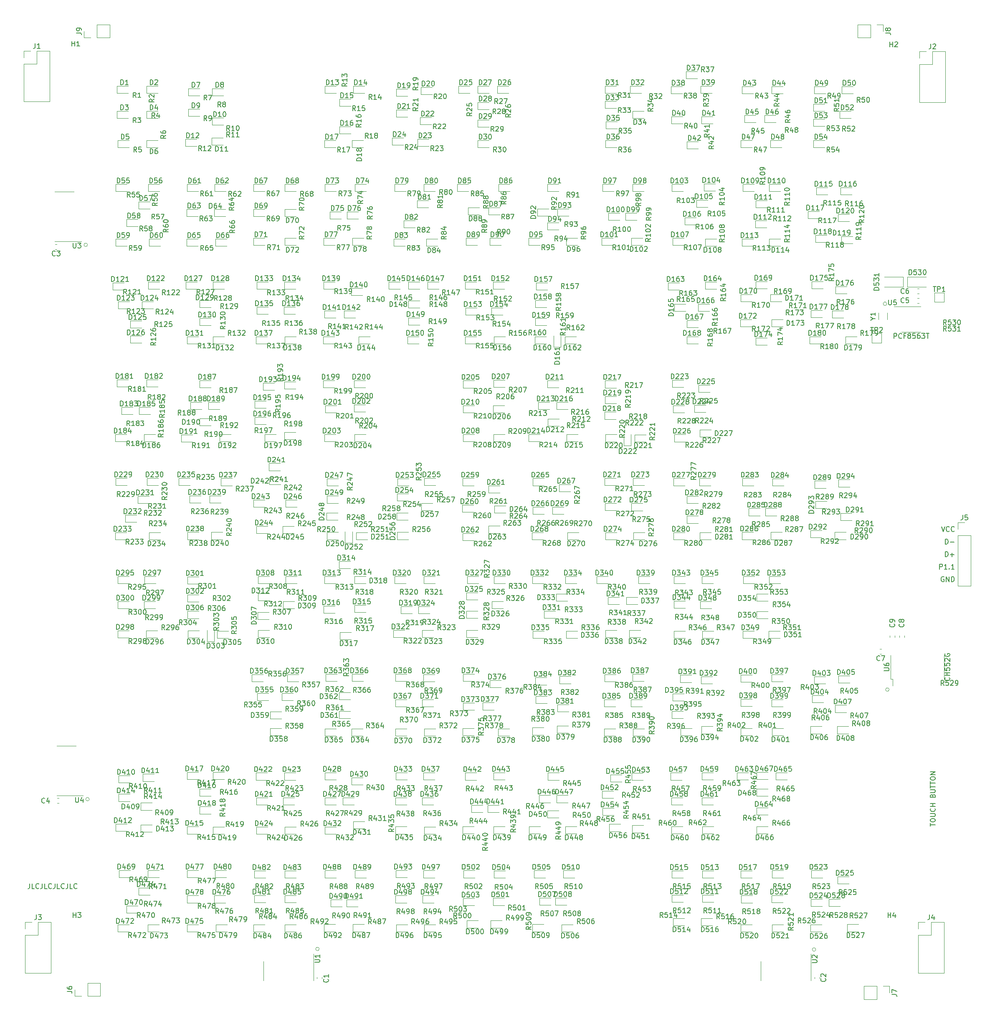
<source format=gbr>
%TF.GenerationSoftware,KiCad,Pcbnew,5.1.6-c6e7f7d~87~ubuntu18.04.1*%
%TF.CreationDate,2020-08-16T11:24:38+02:00*%
%TF.ProjectId,Elektronik,456c656b-7472-46f6-9e69-6b2e6b696361,rev?*%
%TF.SameCoordinates,Original*%
%TF.FileFunction,Legend,Top*%
%TF.FilePolarity,Positive*%
%FSLAX46Y46*%
G04 Gerber Fmt 4.6, Leading zero omitted, Abs format (unit mm)*
G04 Created by KiCad (PCBNEW 5.1.6-c6e7f7d~87~ubuntu18.04.1) date 2020-08-16 11:24:38*
%MOMM*%
%LPD*%
G01*
G04 APERTURE LIST*
%ADD10C,0.120000*%
%ADD11C,0.150000*%
G04 APERTURE END LIST*
D10*
X99673210Y-207645000D02*
G75*
G03*
X99673210Y-207645000I-359210J0D01*
G01*
X53064210Y-177292000D02*
G75*
G03*
X53064210Y-177292000I-359210J0D01*
G01*
X52683210Y-64897000D02*
G75*
G03*
X52683210Y-64897000I-359210J0D01*
G01*
X214757000Y-76835000D02*
G75*
G03*
X214757000Y-76835000I-359210J0D01*
G01*
X215243210Y-155067000D02*
G75*
G03*
X215243210Y-155067000I-359210J0D01*
G01*
X200384210Y-207772000D02*
G75*
G03*
X200384210Y-207772000I-359210J0D01*
G01*
D11*
X223607380Y-182736428D02*
X223607380Y-182165000D01*
X224607380Y-182450714D02*
X223607380Y-182450714D01*
X223607380Y-181641190D02*
X223607380Y-181450714D01*
X223655000Y-181355476D01*
X223750238Y-181260238D01*
X223940714Y-181212619D01*
X224274047Y-181212619D01*
X224464523Y-181260238D01*
X224559761Y-181355476D01*
X224607380Y-181450714D01*
X224607380Y-181641190D01*
X224559761Y-181736428D01*
X224464523Y-181831666D01*
X224274047Y-181879285D01*
X223940714Y-181879285D01*
X223750238Y-181831666D01*
X223655000Y-181736428D01*
X223607380Y-181641190D01*
X223607380Y-180784047D02*
X224416904Y-180784047D01*
X224512142Y-180736428D01*
X224559761Y-180688809D01*
X224607380Y-180593571D01*
X224607380Y-180403095D01*
X224559761Y-180307857D01*
X224512142Y-180260238D01*
X224416904Y-180212619D01*
X223607380Y-180212619D01*
X224512142Y-179165000D02*
X224559761Y-179212619D01*
X224607380Y-179355476D01*
X224607380Y-179450714D01*
X224559761Y-179593571D01*
X224464523Y-179688809D01*
X224369285Y-179736428D01*
X224178809Y-179784047D01*
X224035952Y-179784047D01*
X223845476Y-179736428D01*
X223750238Y-179688809D01*
X223655000Y-179593571D01*
X223607380Y-179450714D01*
X223607380Y-179355476D01*
X223655000Y-179212619D01*
X223702619Y-179165000D01*
X224607380Y-178736428D02*
X223607380Y-178736428D01*
X224083571Y-178736428D02*
X224083571Y-178165000D01*
X224607380Y-178165000D02*
X223607380Y-178165000D01*
X224083571Y-176593571D02*
X224131190Y-176450714D01*
X224178809Y-176403095D01*
X224274047Y-176355476D01*
X224416904Y-176355476D01*
X224512142Y-176403095D01*
X224559761Y-176450714D01*
X224607380Y-176545952D01*
X224607380Y-176926904D01*
X223607380Y-176926904D01*
X223607380Y-176593571D01*
X223655000Y-176498333D01*
X223702619Y-176450714D01*
X223797857Y-176403095D01*
X223893095Y-176403095D01*
X223988333Y-176450714D01*
X224035952Y-176498333D01*
X224083571Y-176593571D01*
X224083571Y-176926904D01*
X223607380Y-175926904D02*
X224416904Y-175926904D01*
X224512142Y-175879285D01*
X224559761Y-175831666D01*
X224607380Y-175736428D01*
X224607380Y-175545952D01*
X224559761Y-175450714D01*
X224512142Y-175403095D01*
X224416904Y-175355476D01*
X223607380Y-175355476D01*
X223607380Y-175022142D02*
X223607380Y-174450714D01*
X224607380Y-174736428D02*
X223607380Y-174736428D01*
X223607380Y-174260238D02*
X223607380Y-173688809D01*
X224607380Y-173974523D02*
X223607380Y-173974523D01*
X223607380Y-173165000D02*
X223607380Y-172974523D01*
X223655000Y-172879285D01*
X223750238Y-172784047D01*
X223940714Y-172736428D01*
X224274047Y-172736428D01*
X224464523Y-172784047D01*
X224559761Y-172879285D01*
X224607380Y-172974523D01*
X224607380Y-173165000D01*
X224559761Y-173260238D01*
X224464523Y-173355476D01*
X224274047Y-173403095D01*
X223940714Y-173403095D01*
X223750238Y-173355476D01*
X223655000Y-173260238D01*
X223607380Y-173165000D01*
X224607380Y-172307857D02*
X223607380Y-172307857D01*
X224607380Y-171736428D01*
X223607380Y-171736428D01*
X225867595Y-122007380D02*
X226200928Y-123007380D01*
X226534261Y-122007380D01*
X227439023Y-122912142D02*
X227391404Y-122959761D01*
X227248547Y-123007380D01*
X227153309Y-123007380D01*
X227010452Y-122959761D01*
X226915214Y-122864523D01*
X226867595Y-122769285D01*
X226819976Y-122578809D01*
X226819976Y-122435952D01*
X226867595Y-122245476D01*
X226915214Y-122150238D01*
X227010452Y-122055000D01*
X227153309Y-122007380D01*
X227248547Y-122007380D01*
X227391404Y-122055000D01*
X227439023Y-122102619D01*
X228439023Y-122912142D02*
X228391404Y-122959761D01*
X228248547Y-123007380D01*
X228153309Y-123007380D01*
X228010452Y-122959761D01*
X227915214Y-122864523D01*
X227867595Y-122769285D01*
X227819976Y-122578809D01*
X227819976Y-122435952D01*
X227867595Y-122245476D01*
X227915214Y-122150238D01*
X228010452Y-122055000D01*
X228153309Y-122007380D01*
X228248547Y-122007380D01*
X228391404Y-122055000D01*
X228439023Y-122102619D01*
X226629500Y-125547380D02*
X226629500Y-124547380D01*
X226867595Y-124547380D01*
X227010452Y-124595000D01*
X227105690Y-124690238D01*
X227153309Y-124785476D01*
X227200928Y-124975952D01*
X227200928Y-125118809D01*
X227153309Y-125309285D01*
X227105690Y-125404523D01*
X227010452Y-125499761D01*
X226867595Y-125547380D01*
X226629500Y-125547380D01*
X227629500Y-125166428D02*
X228391404Y-125166428D01*
X226629500Y-128087380D02*
X226629500Y-127087380D01*
X226867595Y-127087380D01*
X227010452Y-127135000D01*
X227105690Y-127230238D01*
X227153309Y-127325476D01*
X227200928Y-127515952D01*
X227200928Y-127658809D01*
X227153309Y-127849285D01*
X227105690Y-127944523D01*
X227010452Y-128039761D01*
X226867595Y-128087380D01*
X226629500Y-128087380D01*
X227629500Y-127706428D02*
X228391404Y-127706428D01*
X228010452Y-128087380D02*
X228010452Y-127325476D01*
X225486642Y-130627380D02*
X225486642Y-129627380D01*
X225867595Y-129627380D01*
X225962833Y-129675000D01*
X226010452Y-129722619D01*
X226058071Y-129817857D01*
X226058071Y-129960714D01*
X226010452Y-130055952D01*
X225962833Y-130103571D01*
X225867595Y-130151190D01*
X225486642Y-130151190D01*
X227010452Y-130627380D02*
X226439023Y-130627380D01*
X226724738Y-130627380D02*
X226724738Y-129627380D01*
X226629500Y-129770238D01*
X226534261Y-129865476D01*
X226439023Y-129913095D01*
X227439023Y-130532142D02*
X227486642Y-130579761D01*
X227439023Y-130627380D01*
X227391404Y-130579761D01*
X227439023Y-130532142D01*
X227439023Y-130627380D01*
X228439023Y-130627380D02*
X227867595Y-130627380D01*
X228153309Y-130627380D02*
X228153309Y-129627380D01*
X228058071Y-129770238D01*
X227962833Y-129865476D01*
X227867595Y-129913095D01*
X226343785Y-132215000D02*
X226248547Y-132167380D01*
X226105690Y-132167380D01*
X225962833Y-132215000D01*
X225867595Y-132310238D01*
X225819976Y-132405476D01*
X225772357Y-132595952D01*
X225772357Y-132738809D01*
X225819976Y-132929285D01*
X225867595Y-133024523D01*
X225962833Y-133119761D01*
X226105690Y-133167380D01*
X226200928Y-133167380D01*
X226343785Y-133119761D01*
X226391404Y-133072142D01*
X226391404Y-132738809D01*
X226200928Y-132738809D01*
X226819976Y-133167380D02*
X226819976Y-132167380D01*
X227391404Y-133167380D01*
X227391404Y-132167380D01*
X227867595Y-133167380D02*
X227867595Y-132167380D01*
X228105690Y-132167380D01*
X228248547Y-132215000D01*
X228343785Y-132310238D01*
X228391404Y-132405476D01*
X228439023Y-132595952D01*
X228439023Y-132738809D01*
X228391404Y-132929285D01*
X228343785Y-133024523D01*
X228248547Y-133119761D01*
X228105690Y-133167380D01*
X227867595Y-133167380D01*
X40973952Y-194397380D02*
X40973952Y-195111666D01*
X40926333Y-195254523D01*
X40831095Y-195349761D01*
X40688238Y-195397380D01*
X40593000Y-195397380D01*
X41926333Y-195397380D02*
X41450142Y-195397380D01*
X41450142Y-194397380D01*
X42831095Y-195302142D02*
X42783476Y-195349761D01*
X42640619Y-195397380D01*
X42545380Y-195397380D01*
X42402523Y-195349761D01*
X42307285Y-195254523D01*
X42259666Y-195159285D01*
X42212047Y-194968809D01*
X42212047Y-194825952D01*
X42259666Y-194635476D01*
X42307285Y-194540238D01*
X42402523Y-194445000D01*
X42545380Y-194397380D01*
X42640619Y-194397380D01*
X42783476Y-194445000D01*
X42831095Y-194492619D01*
X43545380Y-194397380D02*
X43545380Y-195111666D01*
X43497761Y-195254523D01*
X43402523Y-195349761D01*
X43259666Y-195397380D01*
X43164428Y-195397380D01*
X44497761Y-195397380D02*
X44021571Y-195397380D01*
X44021571Y-194397380D01*
X45402523Y-195302142D02*
X45354904Y-195349761D01*
X45212047Y-195397380D01*
X45116809Y-195397380D01*
X44973952Y-195349761D01*
X44878714Y-195254523D01*
X44831095Y-195159285D01*
X44783476Y-194968809D01*
X44783476Y-194825952D01*
X44831095Y-194635476D01*
X44878714Y-194540238D01*
X44973952Y-194445000D01*
X45116809Y-194397380D01*
X45212047Y-194397380D01*
X45354904Y-194445000D01*
X45402523Y-194492619D01*
X46116809Y-194397380D02*
X46116809Y-195111666D01*
X46069190Y-195254523D01*
X45973952Y-195349761D01*
X45831095Y-195397380D01*
X45735857Y-195397380D01*
X47069190Y-195397380D02*
X46593000Y-195397380D01*
X46593000Y-194397380D01*
X47973952Y-195302142D02*
X47926333Y-195349761D01*
X47783476Y-195397380D01*
X47688238Y-195397380D01*
X47545380Y-195349761D01*
X47450142Y-195254523D01*
X47402523Y-195159285D01*
X47354904Y-194968809D01*
X47354904Y-194825952D01*
X47402523Y-194635476D01*
X47450142Y-194540238D01*
X47545380Y-194445000D01*
X47688238Y-194397380D01*
X47783476Y-194397380D01*
X47926333Y-194445000D01*
X47973952Y-194492619D01*
X48688238Y-194397380D02*
X48688238Y-195111666D01*
X48640619Y-195254523D01*
X48545380Y-195349761D01*
X48402523Y-195397380D01*
X48307285Y-195397380D01*
X49640619Y-195397380D02*
X49164428Y-195397380D01*
X49164428Y-194397380D01*
X50545380Y-195302142D02*
X50497761Y-195349761D01*
X50354904Y-195397380D01*
X50259666Y-195397380D01*
X50116809Y-195349761D01*
X50021571Y-195254523D01*
X49973952Y-195159285D01*
X49926333Y-194968809D01*
X49926333Y-194825952D01*
X49973952Y-194635476D01*
X50021571Y-194540238D01*
X50116809Y-194445000D01*
X50259666Y-194397380D01*
X50354904Y-194397380D01*
X50497761Y-194445000D01*
X50545380Y-194492619D01*
D10*
%TO.C,U6*%
X215580000Y-152895000D02*
X215980000Y-152895000D01*
X215980000Y-152895000D02*
X215980000Y-154295000D01*
X215580000Y-152895000D02*
X215580000Y-148095000D01*
X226380000Y-152895000D02*
X226380000Y-148095000D01*
%TO.C,J9*%
X57210000Y-22920000D02*
X57210000Y-20260000D01*
X54610000Y-22920000D02*
X57210000Y-22920000D01*
X54610000Y-20260000D02*
X57210000Y-20260000D01*
X54610000Y-22920000D02*
X54610000Y-20260000D01*
X53340000Y-22920000D02*
X52010000Y-22920000D01*
X52010000Y-22920000D02*
X52010000Y-21590000D01*
%TO.C,J8*%
X208855000Y-20260000D02*
X208855000Y-22920000D01*
X211455000Y-20260000D02*
X208855000Y-20260000D01*
X211455000Y-22920000D02*
X208855000Y-22920000D01*
X211455000Y-20260000D02*
X211455000Y-22920000D01*
X212725000Y-20260000D02*
X214055000Y-20260000D01*
X214055000Y-20260000D02*
X214055000Y-21590000D01*
%TO.C,J7*%
X210125000Y-215205000D02*
X210125000Y-217865000D01*
X212725000Y-215205000D02*
X210125000Y-215205000D01*
X212725000Y-217865000D02*
X210125000Y-217865000D01*
X212725000Y-215205000D02*
X212725000Y-217865000D01*
X213995000Y-215205000D02*
X215325000Y-215205000D01*
X215325000Y-215205000D02*
X215325000Y-216535000D01*
%TO.C,J6*%
X55305000Y-217230000D02*
X55305000Y-214570000D01*
X52705000Y-217230000D02*
X55305000Y-217230000D01*
X52705000Y-214570000D02*
X55305000Y-214570000D01*
X52705000Y-217230000D02*
X52705000Y-214570000D01*
X51435000Y-217230000D02*
X50105000Y-217230000D01*
X50105000Y-217230000D02*
X50105000Y-215900000D01*
%TO.C,J5*%
X229175000Y-134045000D02*
X231835000Y-134045000D01*
X229175000Y-123825000D02*
X229175000Y-134045000D01*
X231835000Y-123825000D02*
X231835000Y-134045000D01*
X229175000Y-123825000D02*
X231835000Y-123825000D01*
X229175000Y-122555000D02*
X229175000Y-121225000D01*
X229175000Y-121225000D02*
X230505000Y-121225000D01*
%TO.C,C9*%
X215390000Y-144460279D02*
X215390000Y-144134721D01*
X216410000Y-144460279D02*
X216410000Y-144134721D01*
%TO.C,C8*%
X217295000Y-144460279D02*
X217295000Y-144134721D01*
X218315000Y-144460279D02*
X218315000Y-144134721D01*
%TO.C,C7*%
X213675279Y-147830000D02*
X213349721Y-147830000D01*
X213675279Y-146810000D02*
X213349721Y-146810000D01*
%TO.C,C6*%
X221295279Y-73785000D02*
X220969721Y-73785000D01*
X221295279Y-74805000D02*
X220969721Y-74805000D01*
%TO.C,Y1*%
X214870000Y-80030000D02*
X214870000Y-78680000D01*
X213120000Y-80030000D02*
X213120000Y-78680000D01*
%TO.C,U5*%
X219710000Y-82570000D02*
X221660000Y-82570000D01*
X219710000Y-82570000D02*
X217760000Y-82570000D01*
X219710000Y-77450000D02*
X221660000Y-77450000D01*
X219710000Y-77450000D02*
X216260000Y-77450000D01*
%TO.C,TP2*%
X211775000Y-82870000D02*
X213675000Y-82870000D01*
X213675000Y-82870000D02*
X213675000Y-84770000D01*
X213675000Y-84770000D02*
X211775000Y-84770000D01*
X211775000Y-84770000D02*
X211775000Y-82870000D01*
%TO.C,TP1*%
X224475000Y-74615000D02*
X226375000Y-74615000D01*
X226375000Y-74615000D02*
X226375000Y-76515000D01*
X226375000Y-76515000D02*
X224475000Y-76515000D01*
X224475000Y-76515000D02*
X224475000Y-74615000D01*
%TO.C,D531*%
X218100000Y-73390000D02*
X218100000Y-71390000D01*
X218100000Y-71390000D02*
X214250000Y-71390000D01*
X218100000Y-73390000D02*
X214250000Y-73390000D01*
%TO.C,D530*%
X218910000Y-71390000D02*
X218910000Y-73390000D01*
X218910000Y-73390000D02*
X222760000Y-73390000D01*
X218910000Y-71390000D02*
X222760000Y-71390000D01*
%TO.C,C5*%
X221295279Y-76710000D02*
X220969721Y-76710000D01*
X221295279Y-75690000D02*
X220969721Y-75690000D01*
%TO.C,D408*%
X206959000Y-162523500D02*
X204674000Y-162523500D01*
X204674000Y-162523500D02*
X204674000Y-163993500D01*
X204674000Y-163993500D02*
X206959000Y-163993500D01*
%TO.C,D407*%
X206603500Y-158205500D02*
X204318500Y-158205500D01*
X204318500Y-158205500D02*
X204318500Y-159675500D01*
X204318500Y-159675500D02*
X206603500Y-159675500D01*
%TO.C,D406*%
X201587000Y-162523500D02*
X199302000Y-162523500D01*
X199302000Y-162523500D02*
X199302000Y-163993500D01*
X199302000Y-163993500D02*
X201587000Y-163993500D01*
%TO.C,D405*%
X207276500Y-152236500D02*
X204991500Y-152236500D01*
X204991500Y-152236500D02*
X204991500Y-153706500D01*
X204991500Y-153706500D02*
X207276500Y-153706500D01*
%TO.C,D404*%
X201942500Y-156237000D02*
X199657500Y-156237000D01*
X199657500Y-156237000D02*
X199657500Y-157707000D01*
X199657500Y-157707000D02*
X201942500Y-157707000D01*
%TO.C,D403*%
X202323500Y-152427000D02*
X200038500Y-152427000D01*
X200038500Y-152427000D02*
X200038500Y-153897000D01*
X200038500Y-153897000D02*
X202323500Y-153897000D01*
%TO.C,D528*%
X203010500Y-198982000D02*
X205295500Y-198982000D01*
X203010500Y-197512000D02*
X203010500Y-198982000D01*
X205295500Y-197512000D02*
X203010500Y-197512000D01*
%TO.C,D527*%
X206731500Y-204125500D02*
X209016500Y-204125500D01*
X206731500Y-202655500D02*
X206731500Y-204125500D01*
X209016500Y-202655500D02*
X206731500Y-202655500D01*
%TO.C,D526*%
X199276500Y-204189000D02*
X201561500Y-204189000D01*
X199276500Y-202719000D02*
X199276500Y-204189000D01*
X201561500Y-202719000D02*
X199276500Y-202719000D01*
%TO.C,D525*%
X204763000Y-194410000D02*
X207048000Y-194410000D01*
X204763000Y-192940000D02*
X204763000Y-194410000D01*
X207048000Y-192940000D02*
X204763000Y-192940000D01*
%TO.C,D524*%
X199403500Y-198982000D02*
X201688500Y-198982000D01*
X199403500Y-197512000D02*
X199403500Y-198982000D01*
X201688500Y-197512000D02*
X199403500Y-197512000D01*
%TO.C,D523*%
X199429000Y-193203500D02*
X201714000Y-193203500D01*
X199429000Y-191733500D02*
X199429000Y-193203500D01*
X201714000Y-191733500D02*
X199429000Y-191733500D01*
%TO.C,D522*%
X191428000Y-198220000D02*
X193713000Y-198220000D01*
X191428000Y-196750000D02*
X191428000Y-198220000D01*
X193713000Y-196750000D02*
X191428000Y-196750000D01*
%TO.C,D521*%
X191466000Y-204189000D02*
X193751000Y-204189000D01*
X191466000Y-202719000D02*
X191466000Y-204189000D01*
X193751000Y-202719000D02*
X191466000Y-202719000D01*
%TO.C,D520*%
X185179500Y-204189000D02*
X187464500Y-204189000D01*
X185179500Y-202719000D02*
X185179500Y-204189000D01*
X187464500Y-202719000D02*
X185179500Y-202719000D01*
%TO.C,D519*%
X191491500Y-193203500D02*
X193776500Y-193203500D01*
X191491500Y-191733500D02*
X191491500Y-193203500D01*
X193776500Y-191733500D02*
X191491500Y-191733500D01*
%TO.C,D518*%
X185243000Y-198283500D02*
X187528000Y-198283500D01*
X185243000Y-196813500D02*
X185243000Y-198283500D01*
X187528000Y-196813500D02*
X185243000Y-196813500D01*
%TO.C,D517*%
X185116000Y-193267000D02*
X187401000Y-193267000D01*
X185116000Y-191797000D02*
X185116000Y-193267000D01*
X187401000Y-191797000D02*
X185116000Y-191797000D01*
%TO.C,D516*%
X177140500Y-202919000D02*
X179425500Y-202919000D01*
X177140500Y-201449000D02*
X177140500Y-202919000D01*
X179425500Y-201449000D02*
X177140500Y-201449000D01*
%TO.C,D515*%
X171146000Y-193267000D02*
X173431000Y-193267000D01*
X171146000Y-191797000D02*
X171146000Y-193267000D01*
X173431000Y-191797000D02*
X171146000Y-191797000D01*
%TO.C,D514*%
X171463500Y-202919000D02*
X173748500Y-202919000D01*
X171463500Y-201449000D02*
X171463500Y-202919000D01*
X173748500Y-201449000D02*
X171463500Y-201449000D01*
%TO.C,D513*%
X177369000Y-193267000D02*
X179654000Y-193267000D01*
X177369000Y-191797000D02*
X177369000Y-193267000D01*
X179654000Y-191797000D02*
X177369000Y-191797000D01*
%TO.C,D512*%
X171146000Y-198156500D02*
X173431000Y-198156500D01*
X171146000Y-196686500D02*
X171146000Y-198156500D01*
X173431000Y-196686500D02*
X171146000Y-196686500D01*
%TO.C,D511*%
X177369000Y-198148500D02*
X179654000Y-198148500D01*
X177369000Y-196678500D02*
X177369000Y-198148500D01*
X179654000Y-196678500D02*
X177369000Y-196678500D01*
%TO.C,D510*%
X149200500Y-193203500D02*
X151485500Y-193203500D01*
X149200500Y-191733500D02*
X149200500Y-193203500D01*
X151485500Y-191733500D02*
X149200500Y-191733500D01*
%TO.C,D509*%
X142888500Y-204125500D02*
X145173500Y-204125500D01*
X142888500Y-202655500D02*
X142888500Y-204125500D01*
X145173500Y-202655500D02*
X142888500Y-202655500D01*
%TO.C,D508*%
X147587500Y-198728000D02*
X149872500Y-198728000D01*
X147587500Y-197258000D02*
X147587500Y-198728000D01*
X149872500Y-197258000D02*
X147587500Y-197258000D01*
%TO.C,D507*%
X144374500Y-198728000D02*
X146659500Y-198728000D01*
X144374500Y-197258000D02*
X144374500Y-198728000D01*
X146659500Y-197258000D02*
X144374500Y-197258000D01*
%TO.C,D506*%
X148857500Y-204189000D02*
X151142500Y-204189000D01*
X148857500Y-202719000D02*
X148857500Y-204189000D01*
X151142500Y-202719000D02*
X148857500Y-202719000D01*
%TO.C,D505*%
X143231500Y-193203500D02*
X145516500Y-193203500D01*
X143231500Y-191733500D02*
X143231500Y-193203500D01*
X145516500Y-191733500D02*
X143231500Y-191733500D01*
%TO.C,D504*%
X135078000Y-193267000D02*
X137363000Y-193267000D01*
X135078000Y-191797000D02*
X135078000Y-193267000D01*
X137363000Y-191797000D02*
X135078000Y-191797000D01*
%TO.C,D503*%
X128880500Y-198855000D02*
X131165500Y-198855000D01*
X128880500Y-197385000D02*
X128880500Y-198855000D01*
X131165500Y-197385000D02*
X128880500Y-197385000D01*
%TO.C,D502*%
X128918500Y-193203500D02*
X131203500Y-193203500D01*
X128918500Y-191733500D02*
X128918500Y-193203500D01*
X131203500Y-191733500D02*
X128918500Y-191733500D01*
%TO.C,D501*%
X134913000Y-198791500D02*
X137198000Y-198791500D01*
X134913000Y-197321500D02*
X134913000Y-198791500D01*
X137198000Y-197321500D02*
X134913000Y-197321500D01*
%TO.C,D500*%
X129579000Y-203363500D02*
X131864000Y-203363500D01*
X129579000Y-201893500D02*
X129579000Y-203363500D01*
X131864000Y-201893500D02*
X129579000Y-201893500D01*
%TO.C,D499*%
X134468500Y-203363500D02*
X136753500Y-203363500D01*
X134468500Y-201893500D02*
X134468500Y-203363500D01*
X136753500Y-201893500D02*
X134468500Y-201893500D01*
%TO.C,D498*%
X115164500Y-198283500D02*
X117449500Y-198283500D01*
X115164500Y-196813500D02*
X115164500Y-198283500D01*
X117449500Y-196813500D02*
X115164500Y-196813500D01*
%TO.C,D497*%
X120816000Y-193203500D02*
X123101000Y-193203500D01*
X120816000Y-191733500D02*
X120816000Y-193203500D01*
X123101000Y-191733500D02*
X120816000Y-191733500D01*
%TO.C,D496*%
X115266000Y-204189000D02*
X117551000Y-204189000D01*
X115266000Y-202719000D02*
X115266000Y-204189000D01*
X117551000Y-202719000D02*
X115266000Y-202719000D01*
%TO.C,D495*%
X120981000Y-204189000D02*
X123266000Y-204189000D01*
X120981000Y-202719000D02*
X120981000Y-204189000D01*
X123266000Y-202719000D02*
X120981000Y-202719000D01*
%TO.C,D494*%
X120600000Y-198283500D02*
X122885000Y-198283500D01*
X120600000Y-196813500D02*
X120600000Y-198283500D01*
X122885000Y-196813500D02*
X120600000Y-196813500D01*
%TO.C,D493*%
X115202500Y-193140000D02*
X117487500Y-193140000D01*
X115202500Y-191670000D02*
X115202500Y-193140000D01*
X117487500Y-191670000D02*
X115202500Y-191670000D01*
%TO.C,D492*%
X100686500Y-204125500D02*
X102971500Y-204125500D01*
X100686500Y-202655500D02*
X100686500Y-204125500D01*
X102971500Y-202655500D02*
X100686500Y-202655500D01*
%TO.C,D491*%
X105233000Y-199109000D02*
X107518000Y-199109000D01*
X105233000Y-197639000D02*
X105233000Y-199109000D01*
X107518000Y-197639000D02*
X105233000Y-197639000D01*
%TO.C,D490*%
X102045500Y-199109000D02*
X104330500Y-199109000D01*
X102045500Y-197639000D02*
X102045500Y-199109000D01*
X104330500Y-197639000D02*
X102045500Y-197639000D01*
%TO.C,D489*%
X106909500Y-193203500D02*
X109194500Y-193203500D01*
X106909500Y-191733500D02*
X106909500Y-193203500D01*
X109194500Y-191733500D02*
X106909500Y-191733500D01*
%TO.C,D488*%
X100788000Y-193203500D02*
X103073000Y-193203500D01*
X100788000Y-191733500D02*
X100788000Y-193203500D01*
X103073000Y-191733500D02*
X100788000Y-191733500D01*
%TO.C,D487*%
X106528500Y-204125500D02*
X108813500Y-204125500D01*
X106528500Y-202655500D02*
X106528500Y-204125500D01*
X108813500Y-202655500D02*
X106528500Y-202655500D01*
%TO.C,D486*%
X92723500Y-204189000D02*
X95008500Y-204189000D01*
X92723500Y-202719000D02*
X92723500Y-204189000D01*
X95008500Y-202719000D02*
X92723500Y-202719000D01*
%TO.C,D485*%
X92723500Y-198220000D02*
X95008500Y-198220000D01*
X92723500Y-196750000D02*
X92723500Y-198220000D01*
X95008500Y-196750000D02*
X92723500Y-196750000D01*
%TO.C,D484*%
X86373500Y-204189000D02*
X88658500Y-204189000D01*
X86373500Y-202719000D02*
X86373500Y-204189000D01*
X88658500Y-202719000D02*
X86373500Y-202719000D01*
%TO.C,D483*%
X92723500Y-193267000D02*
X95008500Y-193267000D01*
X92723500Y-191797000D02*
X92723500Y-193267000D01*
X95008500Y-191797000D02*
X92723500Y-191797000D01*
%TO.C,D482*%
X86500500Y-193267000D02*
X88785500Y-193267000D01*
X86500500Y-191797000D02*
X86500500Y-193267000D01*
X88785500Y-191797000D02*
X86500500Y-191797000D01*
%TO.C,D481*%
X86500500Y-198220000D02*
X88785500Y-198220000D01*
X86500500Y-196750000D02*
X86500500Y-198220000D01*
X88785500Y-196750000D02*
X86500500Y-196750000D01*
%TO.C,D480*%
X78588500Y-193140000D02*
X80873500Y-193140000D01*
X78588500Y-191670000D02*
X78588500Y-193140000D01*
X80873500Y-191670000D02*
X78588500Y-191670000D01*
%TO.C,D479*%
X78690000Y-204189000D02*
X80975000Y-204189000D01*
X78690000Y-202719000D02*
X78690000Y-204189000D01*
X80975000Y-202719000D02*
X78690000Y-202719000D01*
%TO.C,D478*%
X72911500Y-198283500D02*
X75196500Y-198283500D01*
X72911500Y-196813500D02*
X72911500Y-198283500D01*
X75196500Y-196813500D02*
X72911500Y-196813500D01*
%TO.C,D477*%
X72911500Y-193140000D02*
X75196500Y-193140000D01*
X72911500Y-191670000D02*
X72911500Y-193140000D01*
X75196500Y-191670000D02*
X72911500Y-191670000D01*
%TO.C,D476*%
X78360000Y-198283500D02*
X80645000Y-198283500D01*
X78360000Y-196813500D02*
X78360000Y-198283500D01*
X80645000Y-196813500D02*
X78360000Y-196813500D01*
%TO.C,D475*%
X72873500Y-204189000D02*
X75158500Y-204189000D01*
X72873500Y-202719000D02*
X72873500Y-204189000D01*
X75158500Y-202719000D02*
X72873500Y-202719000D01*
%TO.C,D474*%
X63031000Y-196696000D02*
X65316000Y-196696000D01*
X63031000Y-195226000D02*
X63031000Y-196696000D01*
X65316000Y-195226000D02*
X63031000Y-195226000D01*
%TO.C,D473*%
X64910500Y-204189000D02*
X67195500Y-204189000D01*
X64910500Y-202719000D02*
X64910500Y-204189000D01*
X67195500Y-202719000D02*
X64910500Y-202719000D01*
%TO.C,D472*%
X58814500Y-204189000D02*
X61099500Y-204189000D01*
X58814500Y-202719000D02*
X58814500Y-204189000D01*
X61099500Y-202719000D02*
X58814500Y-202719000D01*
%TO.C,D471*%
X64936000Y-193140000D02*
X67221000Y-193140000D01*
X64936000Y-191670000D02*
X64936000Y-193140000D01*
X67221000Y-191670000D02*
X64936000Y-191670000D01*
%TO.C,D470*%
X60592500Y-200379000D02*
X62877500Y-200379000D01*
X60592500Y-198909000D02*
X60592500Y-200379000D01*
X62877500Y-198909000D02*
X60592500Y-198909000D01*
%TO.C,D469*%
X59068500Y-193140000D02*
X61353500Y-193140000D01*
X59068500Y-191670000D02*
X59068500Y-193140000D01*
X61353500Y-191670000D02*
X59068500Y-191670000D01*
%TO.C,D468*%
X190627000Y-175160000D02*
X188342000Y-175160000D01*
X188342000Y-175160000D02*
X188342000Y-176630000D01*
X188342000Y-176630000D02*
X190627000Y-176630000D01*
%TO.C,D467*%
X190665000Y-171794500D02*
X188380000Y-171794500D01*
X188380000Y-171794500D02*
X188380000Y-173264500D01*
X188380000Y-173264500D02*
X190665000Y-173264500D01*
%TO.C,D466*%
X190639500Y-182780000D02*
X188354500Y-182780000D01*
X188354500Y-182780000D02*
X188354500Y-184250000D01*
X188354500Y-184250000D02*
X190639500Y-184250000D01*
%TO.C,D465*%
X194513000Y-171858000D02*
X192228000Y-171858000D01*
X192228000Y-171858000D02*
X192228000Y-173328000D01*
X192228000Y-173328000D02*
X194513000Y-173328000D01*
%TO.C,D464*%
X190639500Y-178970000D02*
X188354500Y-178970000D01*
X188354500Y-178970000D02*
X188354500Y-180440000D01*
X188354500Y-180440000D02*
X190639500Y-180440000D01*
%TO.C,D463*%
X186639000Y-171858000D02*
X184354000Y-171858000D01*
X184354000Y-171858000D02*
X184354000Y-173328000D01*
X184354000Y-173328000D02*
X186639000Y-173328000D01*
%TO.C,D462*%
X179616000Y-182780000D02*
X177331000Y-182780000D01*
X177331000Y-182780000D02*
X177331000Y-184250000D01*
X177331000Y-184250000D02*
X179616000Y-184250000D01*
%TO.C,D461*%
X179590500Y-176938000D02*
X177305500Y-176938000D01*
X177305500Y-176938000D02*
X177305500Y-178408000D01*
X177305500Y-178408000D02*
X179590500Y-178408000D01*
%TO.C,D460*%
X173367500Y-182780000D02*
X171082500Y-182780000D01*
X171082500Y-182780000D02*
X171082500Y-184250000D01*
X171082500Y-184250000D02*
X173367500Y-184250000D01*
%TO.C,D459*%
X179590500Y-171858000D02*
X177305500Y-171858000D01*
X177305500Y-171858000D02*
X177305500Y-173328000D01*
X177305500Y-173328000D02*
X179590500Y-173328000D01*
%TO.C,D458*%
X173393000Y-176938000D02*
X171108000Y-176938000D01*
X171108000Y-176938000D02*
X171108000Y-178408000D01*
X171108000Y-178408000D02*
X173393000Y-178408000D01*
%TO.C,D457*%
X173240500Y-171921500D02*
X170955500Y-171921500D01*
X170955500Y-171921500D02*
X170955500Y-173391500D01*
X170955500Y-173391500D02*
X173240500Y-173391500D01*
%TO.C,D456*%
X160794500Y-182335500D02*
X158509500Y-182335500D01*
X158509500Y-182335500D02*
X158509500Y-183805500D01*
X158509500Y-183805500D02*
X160794500Y-183805500D01*
%TO.C,D455*%
X160985000Y-172302500D02*
X158700000Y-172302500D01*
X158700000Y-172302500D02*
X158700000Y-173772500D01*
X158700000Y-173772500D02*
X160985000Y-173772500D01*
%TO.C,D454*%
X159397500Y-179097000D02*
X157112500Y-179097000D01*
X157112500Y-179097000D02*
X157112500Y-180567000D01*
X157112500Y-180567000D02*
X159397500Y-180567000D01*
%TO.C,D453*%
X165354000Y-171985000D02*
X163069000Y-171985000D01*
X163069000Y-171985000D02*
X163069000Y-173455000D01*
X163069000Y-173455000D02*
X165354000Y-173455000D01*
%TO.C,D452*%
X159334000Y-175604500D02*
X157049000Y-175604500D01*
X157049000Y-175604500D02*
X157049000Y-177074500D01*
X157049000Y-177074500D02*
X159334000Y-177074500D01*
%TO.C,D451*%
X165430000Y-182589500D02*
X163145000Y-182589500D01*
X163145000Y-182589500D02*
X163145000Y-184059500D01*
X163145000Y-184059500D02*
X165430000Y-184059500D01*
%TO.C,D450*%
X148272500Y-179605000D02*
X145987500Y-179605000D01*
X145987500Y-179605000D02*
X145987500Y-181075000D01*
X145987500Y-181075000D02*
X148272500Y-181075000D01*
%TO.C,D449*%
X144538500Y-182780000D02*
X142253500Y-182780000D01*
X142253500Y-182780000D02*
X142253500Y-184250000D01*
X142253500Y-184250000D02*
X144538500Y-184250000D01*
%TO.C,D448*%
X151904500Y-182780000D02*
X149619500Y-182780000D01*
X149619500Y-182780000D02*
X149619500Y-184250000D01*
X149619500Y-184250000D02*
X151904500Y-184250000D01*
%TO.C,D447*%
X150126500Y-176493500D02*
X147841500Y-176493500D01*
X147841500Y-176493500D02*
X147841500Y-177963500D01*
X147841500Y-177963500D02*
X150126500Y-177963500D01*
%TO.C,D446*%
X146570500Y-176493500D02*
X144285500Y-176493500D01*
X144285500Y-176493500D02*
X144285500Y-177963500D01*
X144285500Y-177963500D02*
X146570500Y-177963500D01*
%TO.C,D445*%
X148285000Y-171921500D02*
X146000000Y-171921500D01*
X146000000Y-171921500D02*
X146000000Y-173391500D01*
X146000000Y-173391500D02*
X148285000Y-173391500D01*
%TO.C,D444*%
X132854500Y-178462000D02*
X130569500Y-178462000D01*
X130569500Y-178462000D02*
X130569500Y-179932000D01*
X130569500Y-179932000D02*
X132854500Y-179932000D01*
%TO.C,D443*%
X137350500Y-171858000D02*
X135065500Y-171858000D01*
X135065500Y-171858000D02*
X135065500Y-173328000D01*
X135065500Y-173328000D02*
X137350500Y-173328000D01*
%TO.C,D442*%
X131521000Y-171921500D02*
X129236000Y-171921500D01*
X129236000Y-171921500D02*
X129236000Y-173391500D01*
X129236000Y-173391500D02*
X131521000Y-173391500D01*
%TO.C,D441*%
X136156500Y-178462000D02*
X133871500Y-178462000D01*
X133871500Y-178462000D02*
X133871500Y-179932000D01*
X133871500Y-179932000D02*
X136156500Y-179932000D01*
%TO.C,D440*%
X131076500Y-182780000D02*
X128791500Y-182780000D01*
X128791500Y-182780000D02*
X128791500Y-184250000D01*
X128791500Y-184250000D02*
X131076500Y-184250000D01*
%TO.C,D439*%
X137325000Y-182780000D02*
X135040000Y-182780000D01*
X135040000Y-182780000D02*
X135040000Y-184250000D01*
X135040000Y-184250000D02*
X137325000Y-184250000D01*
%TO.C,D438*%
X117386000Y-176938000D02*
X115101000Y-176938000D01*
X115101000Y-176938000D02*
X115101000Y-178408000D01*
X115101000Y-178408000D02*
X117386000Y-178408000D01*
%TO.C,D437*%
X123075500Y-171858000D02*
X120790500Y-171858000D01*
X120790500Y-171858000D02*
X120790500Y-173328000D01*
X120790500Y-173328000D02*
X123075500Y-173328000D01*
%TO.C,D436*%
X122809000Y-176938000D02*
X120524000Y-176938000D01*
X120524000Y-176938000D02*
X120524000Y-178408000D01*
X120524000Y-178408000D02*
X122809000Y-178408000D01*
%TO.C,D435*%
X117449500Y-182843500D02*
X115164500Y-182843500D01*
X115164500Y-182843500D02*
X115164500Y-184313500D01*
X115164500Y-184313500D02*
X117449500Y-184313500D01*
%TO.C,D434*%
X123266000Y-182907000D02*
X120981000Y-182907000D01*
X120981000Y-182907000D02*
X120981000Y-184377000D01*
X120981000Y-184377000D02*
X123266000Y-184377000D01*
%TO.C,D433*%
X117487500Y-171858000D02*
X115202500Y-171858000D01*
X115202500Y-171858000D02*
X115202500Y-173328000D01*
X115202500Y-173328000D02*
X117487500Y-173328000D01*
%TO.C,D432*%
X103136500Y-182907000D02*
X100851500Y-182907000D01*
X100851500Y-182907000D02*
X100851500Y-184377000D01*
X100851500Y-184377000D02*
X103136500Y-184377000D01*
%TO.C,D431*%
X108877000Y-181764000D02*
X106592000Y-181764000D01*
X106592000Y-181764000D02*
X106592000Y-183234000D01*
X106592000Y-183234000D02*
X108877000Y-183234000D01*
%TO.C,D430*%
X108534000Y-172874000D02*
X106249000Y-172874000D01*
X106249000Y-172874000D02*
X106249000Y-174344000D01*
X106249000Y-174344000D02*
X108534000Y-174344000D01*
%TO.C,D429*%
X106781500Y-176938000D02*
X104496500Y-176938000D01*
X104496500Y-176938000D02*
X104496500Y-178408000D01*
X104496500Y-178408000D02*
X106781500Y-178408000D01*
%TO.C,D428*%
X103073000Y-171858000D02*
X100788000Y-171858000D01*
X100788000Y-171858000D02*
X100788000Y-173328000D01*
X100788000Y-173328000D02*
X103073000Y-173328000D01*
%TO.C,D427*%
X103098500Y-176938000D02*
X100813500Y-176938000D01*
X100813500Y-176938000D02*
X100813500Y-178408000D01*
X100813500Y-178408000D02*
X103098500Y-178408000D01*
%TO.C,D426*%
X95008500Y-182907000D02*
X92723500Y-182907000D01*
X92723500Y-182907000D02*
X92723500Y-184377000D01*
X92723500Y-184377000D02*
X95008500Y-184377000D01*
%TO.C,D425*%
X94627500Y-176938000D02*
X92342500Y-176938000D01*
X92342500Y-176938000D02*
X92342500Y-178408000D01*
X92342500Y-178408000D02*
X94627500Y-178408000D01*
%TO.C,D424*%
X89230000Y-182907000D02*
X86945000Y-182907000D01*
X86945000Y-182907000D02*
X86945000Y-184377000D01*
X86945000Y-184377000D02*
X89230000Y-184377000D01*
%TO.C,D423*%
X94881500Y-171921500D02*
X92596500Y-171921500D01*
X92596500Y-171921500D02*
X92596500Y-173391500D01*
X92596500Y-173391500D02*
X94881500Y-173391500D01*
%TO.C,D422*%
X89103000Y-171921500D02*
X86818000Y-171921500D01*
X86818000Y-171921500D02*
X86818000Y-173391500D01*
X86818000Y-173391500D02*
X89103000Y-173391500D01*
%TO.C,D421*%
X89230000Y-176938000D02*
X86945000Y-176938000D01*
X86945000Y-176938000D02*
X86945000Y-178408000D01*
X86945000Y-178408000D02*
X89230000Y-178408000D01*
%TO.C,D420*%
X80403500Y-171794500D02*
X78118500Y-171794500D01*
X78118500Y-171794500D02*
X78118500Y-173264500D01*
X78118500Y-173264500D02*
X80403500Y-173264500D01*
%TO.C,D419*%
X80403500Y-182907000D02*
X78118500Y-182907000D01*
X78118500Y-182907000D02*
X78118500Y-184377000D01*
X78118500Y-184377000D02*
X80403500Y-184377000D01*
%TO.C,D418*%
X77698500Y-178779500D02*
X75413500Y-178779500D01*
X75413500Y-178779500D02*
X75413500Y-180249500D01*
X75413500Y-180249500D02*
X77698500Y-180249500D01*
%TO.C,D417*%
X75158500Y-171794500D02*
X72873500Y-171794500D01*
X72873500Y-171794500D02*
X72873500Y-173264500D01*
X72873500Y-173264500D02*
X75158500Y-173264500D01*
%TO.C,D416*%
X77698500Y-175160000D02*
X75413500Y-175160000D01*
X75413500Y-175160000D02*
X75413500Y-176630000D01*
X75413500Y-176630000D02*
X77698500Y-176630000D01*
%TO.C,D415*%
X75133000Y-182843500D02*
X72848000Y-182843500D01*
X72848000Y-182843500D02*
X72848000Y-184313500D01*
X72848000Y-184313500D02*
X75133000Y-184313500D01*
%TO.C,D414*%
X61277500Y-176239500D02*
X58992500Y-176239500D01*
X58992500Y-176239500D02*
X58992500Y-177709500D01*
X58992500Y-177709500D02*
X61277500Y-177709500D01*
%TO.C,D413*%
X65798500Y-182462500D02*
X63513500Y-182462500D01*
X63513500Y-182462500D02*
X63513500Y-183932500D01*
X63513500Y-183932500D02*
X65798500Y-183932500D01*
%TO.C,D412*%
X60655000Y-182272000D02*
X58370000Y-182272000D01*
X58370000Y-182272000D02*
X58370000Y-183742000D01*
X58370000Y-183742000D02*
X60655000Y-183742000D01*
%TO.C,D411*%
X66205000Y-172175500D02*
X63920000Y-172175500D01*
X63920000Y-172175500D02*
X63920000Y-173645500D01*
X63920000Y-173645500D02*
X66205000Y-173645500D01*
%TO.C,D410*%
X61290000Y-172493000D02*
X59005000Y-172493000D01*
X59005000Y-172493000D02*
X59005000Y-173963000D01*
X59005000Y-173963000D02*
X61290000Y-173963000D01*
%TO.C,D409*%
X65735000Y-178017500D02*
X63450000Y-178017500D01*
X63450000Y-178017500D02*
X63450000Y-179487500D01*
X63450000Y-179487500D02*
X65735000Y-179487500D01*
%TO.C,U4*%
X48387000Y-176573500D02*
X51837000Y-176573500D01*
X48387000Y-176573500D02*
X46437000Y-176573500D01*
X48387000Y-166453500D02*
X50337000Y-166453500D01*
X48387000Y-166453500D02*
X46437000Y-166453500D01*
%TO.C,D402*%
X187464500Y-162904500D02*
X185179500Y-162904500D01*
X185179500Y-162904500D02*
X185179500Y-164374500D01*
X185179500Y-164374500D02*
X187464500Y-164374500D01*
%TO.C,D401*%
X193776500Y-162904500D02*
X191491500Y-162904500D01*
X191491500Y-162904500D02*
X191491500Y-164374500D01*
X191491500Y-164374500D02*
X193776500Y-164374500D01*
%TO.C,D400*%
X187401000Y-152046000D02*
X185116000Y-152046000D01*
X185116000Y-152046000D02*
X185116000Y-153516000D01*
X185116000Y-153516000D02*
X187401000Y-153516000D01*
%TO.C,D399*%
X193738500Y-157062500D02*
X191453500Y-157062500D01*
X191453500Y-157062500D02*
X191453500Y-158532500D01*
X191453500Y-158532500D02*
X193738500Y-158532500D01*
%TO.C,D398*%
X187452000Y-156999000D02*
X185167000Y-156999000D01*
X185167000Y-156999000D02*
X185167000Y-158469000D01*
X185167000Y-158469000D02*
X187452000Y-158469000D01*
%TO.C,D397*%
X193738500Y-151982500D02*
X191453500Y-151982500D01*
X191453500Y-151982500D02*
X191453500Y-153452500D01*
X191453500Y-153452500D02*
X193738500Y-153452500D01*
%TO.C,D396*%
X175209000Y-162904500D02*
X172924000Y-162904500D01*
X172924000Y-162904500D02*
X172924000Y-164374500D01*
X172924000Y-164374500D02*
X175209000Y-164374500D01*
%TO.C,D395*%
X173621500Y-155856000D02*
X171336500Y-155856000D01*
X171336500Y-155856000D02*
X171336500Y-157326000D01*
X171336500Y-157326000D02*
X173621500Y-157326000D01*
%TO.C,D394*%
X179463500Y-162523500D02*
X177178500Y-162523500D01*
X177178500Y-162523500D02*
X177178500Y-163993500D01*
X177178500Y-163993500D02*
X179463500Y-163993500D01*
%TO.C,D393*%
X173456500Y-159412000D02*
X171171500Y-159412000D01*
X171171500Y-159412000D02*
X171171500Y-160882000D01*
X171171500Y-160882000D02*
X173456500Y-160882000D01*
%TO.C,D392*%
X179425500Y-152427000D02*
X177140500Y-152427000D01*
X177140500Y-152427000D02*
X177140500Y-153897000D01*
X177140500Y-153897000D02*
X179425500Y-153897000D01*
%TO.C,D391*%
X175145500Y-152109500D02*
X172860500Y-152109500D01*
X172860500Y-152109500D02*
X172860500Y-153579500D01*
X172860500Y-153579500D02*
X175145500Y-153579500D01*
%TO.C,D390*%
X165582500Y-162968000D02*
X163297500Y-162968000D01*
X163297500Y-162968000D02*
X163297500Y-164438000D01*
X163297500Y-164438000D02*
X165582500Y-164438000D01*
%TO.C,D389*%
X165163500Y-157062500D02*
X162878500Y-157062500D01*
X162878500Y-157062500D02*
X162878500Y-158532500D01*
X162878500Y-158532500D02*
X165163500Y-158532500D01*
%TO.C,D388*%
X159778500Y-162968000D02*
X157493500Y-162968000D01*
X157493500Y-162968000D02*
X157493500Y-164438000D01*
X157493500Y-164438000D02*
X159778500Y-164438000D01*
%TO.C,D387*%
X165493500Y-151919000D02*
X163208500Y-151919000D01*
X163208500Y-151919000D02*
X163208500Y-153389000D01*
X163208500Y-153389000D02*
X165493500Y-153389000D01*
%TO.C,D386*%
X159804000Y-151982500D02*
X157519000Y-151982500D01*
X157519000Y-151982500D02*
X157519000Y-153452500D01*
X157519000Y-153452500D02*
X159804000Y-153452500D01*
%TO.C,D385*%
X159740500Y-157062500D02*
X157455500Y-157062500D01*
X157455500Y-157062500D02*
X157455500Y-158532500D01*
X157455500Y-158532500D02*
X159740500Y-158532500D01*
%TO.C,D384*%
X145808500Y-152617500D02*
X143523500Y-152617500D01*
X143523500Y-152617500D02*
X143523500Y-154087500D01*
X143523500Y-154087500D02*
X145808500Y-154087500D01*
%TO.C,D383*%
X145834000Y-156364000D02*
X143549000Y-156364000D01*
X143549000Y-156364000D02*
X143549000Y-157834000D01*
X143549000Y-157834000D02*
X145834000Y-157834000D01*
%TO.C,D382*%
X150723500Y-152363500D02*
X148438500Y-152363500D01*
X148438500Y-152363500D02*
X148438500Y-153833500D01*
X148438500Y-153833500D02*
X150723500Y-153833500D01*
%TO.C,D381*%
X150279000Y-158078500D02*
X147994000Y-158078500D01*
X147994000Y-158078500D02*
X147994000Y-159548500D01*
X147994000Y-159548500D02*
X150279000Y-159548500D01*
%TO.C,D380*%
X145173500Y-162777500D02*
X142888500Y-162777500D01*
X142888500Y-162777500D02*
X142888500Y-164247500D01*
X142888500Y-164247500D02*
X145173500Y-164247500D01*
%TO.C,D379*%
X150190000Y-162396500D02*
X147905000Y-162396500D01*
X147905000Y-162396500D02*
X147905000Y-163866500D01*
X147905000Y-163866500D02*
X150190000Y-163866500D01*
%TO.C,D378*%
X138252000Y-162968000D02*
X135967000Y-162968000D01*
X135967000Y-162968000D02*
X135967000Y-164438000D01*
X135967000Y-164438000D02*
X138252000Y-164438000D01*
%TO.C,D377*%
X135077000Y-157697500D02*
X132792000Y-157697500D01*
X132792000Y-157697500D02*
X132792000Y-159167500D01*
X132792000Y-159167500D02*
X135077000Y-159167500D01*
%TO.C,D376*%
X136537500Y-153189000D02*
X134252500Y-153189000D01*
X134252500Y-153189000D02*
X134252500Y-154659000D01*
X134252500Y-154659000D02*
X136537500Y-154659000D01*
%TO.C,D375*%
X131013000Y-162904500D02*
X128728000Y-162904500D01*
X128728000Y-162904500D02*
X128728000Y-164374500D01*
X128728000Y-164374500D02*
X131013000Y-164374500D01*
%TO.C,D374*%
X131140000Y-151919000D02*
X128855000Y-151919000D01*
X128855000Y-151919000D02*
X128855000Y-153389000D01*
X128855000Y-153389000D02*
X131140000Y-153389000D01*
%TO.C,D373*%
X131102000Y-157761000D02*
X128817000Y-157761000D01*
X128817000Y-157761000D02*
X128817000Y-159231000D01*
X128817000Y-159231000D02*
X131102000Y-159231000D01*
%TO.C,D372*%
X123228000Y-162968000D02*
X120943000Y-162968000D01*
X120943000Y-162968000D02*
X120943000Y-164438000D01*
X120943000Y-164438000D02*
X123228000Y-164438000D01*
%TO.C,D371*%
X122809000Y-157062500D02*
X120524000Y-157062500D01*
X120524000Y-157062500D02*
X120524000Y-158532500D01*
X120524000Y-158532500D02*
X122809000Y-158532500D01*
%TO.C,D370*%
X117386000Y-162968000D02*
X115101000Y-162968000D01*
X115101000Y-162968000D02*
X115101000Y-164438000D01*
X115101000Y-164438000D02*
X117386000Y-164438000D01*
%TO.C,D369*%
X123101000Y-151982500D02*
X120816000Y-151982500D01*
X120816000Y-151982500D02*
X120816000Y-153452500D01*
X120816000Y-153452500D02*
X123101000Y-153452500D01*
%TO.C,D368*%
X117386000Y-151919000D02*
X115101000Y-151919000D01*
X115101000Y-151919000D02*
X115101000Y-153389000D01*
X115101000Y-153389000D02*
X117386000Y-153389000D01*
%TO.C,D367*%
X117386000Y-157062500D02*
X115101000Y-157062500D01*
X115101000Y-157062500D02*
X115101000Y-158532500D01*
X115101000Y-158532500D02*
X117386000Y-158532500D01*
%TO.C,D366*%
X108597500Y-151919000D02*
X106312500Y-151919000D01*
X106312500Y-151919000D02*
X106312500Y-153389000D01*
X106312500Y-153389000D02*
X108597500Y-153389000D01*
%TO.C,D365*%
X103136500Y-162968000D02*
X100851500Y-162968000D01*
X100851500Y-162968000D02*
X100851500Y-164438000D01*
X100851500Y-164438000D02*
X103136500Y-164438000D01*
%TO.C,D364*%
X108496000Y-162968000D02*
X106211000Y-162968000D01*
X106211000Y-162968000D02*
X106211000Y-164438000D01*
X106211000Y-164438000D02*
X108496000Y-164438000D01*
%TO.C,D363*%
X103289000Y-151919000D02*
X101004000Y-151919000D01*
X101004000Y-151919000D02*
X101004000Y-153389000D01*
X101004000Y-153389000D02*
X103289000Y-153389000D01*
%TO.C,D362*%
X105956000Y-155602000D02*
X103671000Y-155602000D01*
X103671000Y-155602000D02*
X103671000Y-157072000D01*
X103671000Y-157072000D02*
X105956000Y-157072000D01*
%TO.C,D361*%
X105956000Y-159412000D02*
X103671000Y-159412000D01*
X103671000Y-159412000D02*
X103671000Y-160882000D01*
X103671000Y-160882000D02*
X105956000Y-160882000D01*
%TO.C,D360*%
X94373500Y-155792500D02*
X92088500Y-155792500D01*
X92088500Y-155792500D02*
X92088500Y-157262500D01*
X92088500Y-157262500D02*
X94373500Y-157262500D01*
%TO.C,D359*%
X92024000Y-159539000D02*
X89739000Y-159539000D01*
X89739000Y-159539000D02*
X89739000Y-161009000D01*
X89739000Y-161009000D02*
X92024000Y-161009000D01*
%TO.C,D358*%
X92024000Y-162904500D02*
X89739000Y-162904500D01*
X89739000Y-162904500D02*
X89739000Y-164374500D01*
X89739000Y-164374500D02*
X92024000Y-164374500D01*
%TO.C,D357*%
X95516500Y-151982500D02*
X93231500Y-151982500D01*
X93231500Y-151982500D02*
X93231500Y-153452500D01*
X93231500Y-153452500D02*
X95516500Y-153452500D01*
%TO.C,D356*%
X88265000Y-151982500D02*
X85980000Y-151982500D01*
X85980000Y-151982500D02*
X85980000Y-153452500D01*
X85980000Y-153452500D02*
X88265000Y-153452500D01*
%TO.C,D355*%
X89357000Y-155792500D02*
X87072000Y-155792500D01*
X87072000Y-155792500D02*
X87072000Y-157262500D01*
X87072000Y-157262500D02*
X89357000Y-157262500D01*
%TO.C,D354*%
X190639500Y-135663000D02*
X188354500Y-135663000D01*
X188354500Y-135663000D02*
X188354500Y-137133000D01*
X188354500Y-137133000D02*
X190639500Y-137133000D01*
%TO.C,D353*%
X193179500Y-132107000D02*
X190894500Y-132107000D01*
X190894500Y-132107000D02*
X190894500Y-133577000D01*
X190894500Y-133577000D02*
X193179500Y-133577000D01*
%TO.C,D352*%
X187972500Y-132107000D02*
X185687500Y-132107000D01*
X185687500Y-132107000D02*
X185687500Y-133577000D01*
X185687500Y-133577000D02*
X187972500Y-133577000D01*
%TO.C,D351*%
X193078000Y-143156000D02*
X190793000Y-143156000D01*
X190793000Y-143156000D02*
X190793000Y-144626000D01*
X190793000Y-144626000D02*
X193078000Y-144626000D01*
%TO.C,D350*%
X190639500Y-139219000D02*
X188354500Y-139219000D01*
X188354500Y-139219000D02*
X188354500Y-140689000D01*
X188354500Y-140689000D02*
X190639500Y-140689000D01*
%TO.C,D349*%
X187871000Y-143156000D02*
X185586000Y-143156000D01*
X185586000Y-143156000D02*
X185586000Y-144626000D01*
X185586000Y-144626000D02*
X187871000Y-144626000D01*
%TO.C,D348*%
X179209500Y-137187000D02*
X176924500Y-137187000D01*
X176924500Y-137187000D02*
X176924500Y-138657000D01*
X176924500Y-138657000D02*
X179209500Y-138657000D01*
%TO.C,D347*%
X179616000Y-143156000D02*
X177331000Y-143156000D01*
X177331000Y-143156000D02*
X177331000Y-144626000D01*
X177331000Y-144626000D02*
X179616000Y-144626000D01*
%TO.C,D346*%
X173901000Y-143156000D02*
X171616000Y-143156000D01*
X171616000Y-143156000D02*
X171616000Y-144626000D01*
X171616000Y-144626000D02*
X173901000Y-144626000D01*
%TO.C,D345*%
X179590500Y-132107000D02*
X177305500Y-132107000D01*
X177305500Y-132107000D02*
X177305500Y-133577000D01*
X177305500Y-133577000D02*
X179590500Y-133577000D01*
%TO.C,D344*%
X173901000Y-137060000D02*
X171616000Y-137060000D01*
X171616000Y-137060000D02*
X171616000Y-138530000D01*
X171616000Y-138530000D02*
X173901000Y-138530000D01*
%TO.C,D343*%
X173875500Y-132107000D02*
X171590500Y-132107000D01*
X171590500Y-132107000D02*
X171590500Y-133577000D01*
X171590500Y-133577000D02*
X173875500Y-133577000D01*
%TO.C,D342*%
X164858500Y-143029000D02*
X162573500Y-143029000D01*
X162573500Y-143029000D02*
X162573500Y-144499000D01*
X162573500Y-144499000D02*
X164858500Y-144499000D01*
%TO.C,D341*%
X160540500Y-136298000D02*
X158255500Y-136298000D01*
X158255500Y-136298000D02*
X158255500Y-137768000D01*
X158255500Y-137768000D02*
X160540500Y-137768000D01*
%TO.C,D340*%
X158254500Y-132107000D02*
X155969500Y-132107000D01*
X155969500Y-132107000D02*
X155969500Y-133577000D01*
X155969500Y-133577000D02*
X158254500Y-133577000D01*
%TO.C,D339*%
X166662000Y-132107000D02*
X164377000Y-132107000D01*
X164377000Y-132107000D02*
X164377000Y-133577000D01*
X164377000Y-133577000D02*
X166662000Y-133577000D01*
%TO.C,D338*%
X160032500Y-143029000D02*
X157747500Y-143029000D01*
X157747500Y-143029000D02*
X157747500Y-144499000D01*
X157747500Y-144499000D02*
X160032500Y-144499000D01*
%TO.C,D337*%
X164223500Y-136298000D02*
X161938500Y-136298000D01*
X161938500Y-136298000D02*
X161938500Y-137768000D01*
X161938500Y-137768000D02*
X164223500Y-137768000D01*
%TO.C,D336*%
X152031500Y-143156000D02*
X149746500Y-143156000D01*
X149746500Y-143156000D02*
X149746500Y-144626000D01*
X149746500Y-144626000D02*
X152031500Y-144626000D01*
%TO.C,D335*%
X145300500Y-143156000D02*
X143015500Y-143156000D01*
X143015500Y-143156000D02*
X143015500Y-144626000D01*
X143015500Y-144626000D02*
X145300500Y-144626000D01*
%TO.C,D334*%
X151904500Y-132107000D02*
X149619500Y-132107000D01*
X149619500Y-132107000D02*
X149619500Y-133577000D01*
X149619500Y-133577000D02*
X151904500Y-133577000D01*
%TO.C,D333*%
X149999500Y-135663000D02*
X147714500Y-135663000D01*
X147714500Y-135663000D02*
X147714500Y-137133000D01*
X147714500Y-137133000D02*
X149999500Y-137133000D01*
%TO.C,D332*%
X145173500Y-132107000D02*
X142888500Y-132107000D01*
X142888500Y-132107000D02*
X142888500Y-133577000D01*
X142888500Y-133577000D02*
X145173500Y-133577000D01*
%TO.C,D331*%
X147586500Y-139092000D02*
X145301500Y-139092000D01*
X145301500Y-139092000D02*
X145301500Y-140562000D01*
X145301500Y-140562000D02*
X147586500Y-140562000D01*
%TO.C,D330*%
X137426500Y-132107000D02*
X135141500Y-132107000D01*
X135141500Y-132107000D02*
X135141500Y-133577000D01*
X135141500Y-133577000D02*
X137426500Y-133577000D01*
%TO.C,D329*%
X131838500Y-143029000D02*
X129553500Y-143029000D01*
X129553500Y-143029000D02*
X129553500Y-144499000D01*
X129553500Y-144499000D02*
X131838500Y-144499000D01*
%TO.C,D328*%
X131838500Y-139092000D02*
X129553500Y-139092000D01*
X129553500Y-139092000D02*
X129553500Y-140562000D01*
X129553500Y-140562000D02*
X131838500Y-140562000D01*
%TO.C,D327*%
X131965500Y-132107000D02*
X129680500Y-132107000D01*
X129680500Y-132107000D02*
X129680500Y-133577000D01*
X129680500Y-133577000D02*
X131965500Y-133577000D01*
%TO.C,D326*%
X136969500Y-137187000D02*
X134684500Y-137187000D01*
X134684500Y-137187000D02*
X134684500Y-138657000D01*
X134684500Y-138657000D02*
X136969500Y-138657000D01*
%TO.C,D325*%
X131838500Y-135409000D02*
X129553500Y-135409000D01*
X129553500Y-135409000D02*
X129553500Y-136879000D01*
X129553500Y-136879000D02*
X131838500Y-136879000D01*
%TO.C,D324*%
X122085000Y-138203000D02*
X119800000Y-138203000D01*
X119800000Y-138203000D02*
X119800000Y-139673000D01*
X119800000Y-139673000D02*
X122085000Y-139673000D01*
%TO.C,D323*%
X122872500Y-143029000D02*
X120587500Y-143029000D01*
X120587500Y-143029000D02*
X120587500Y-144499000D01*
X120587500Y-144499000D02*
X122872500Y-144499000D01*
%TO.C,D322*%
X116979500Y-143029000D02*
X114694500Y-143029000D01*
X114694500Y-143029000D02*
X114694500Y-144499000D01*
X114694500Y-144499000D02*
X116979500Y-144499000D01*
%TO.C,D321*%
X123202500Y-132107000D02*
X120917500Y-132107000D01*
X120917500Y-132107000D02*
X120917500Y-133577000D01*
X120917500Y-133577000D02*
X123202500Y-133577000D01*
%TO.C,D320*%
X117233500Y-132107000D02*
X114948500Y-132107000D01*
X114948500Y-132107000D02*
X114948500Y-133577000D01*
X114948500Y-133577000D02*
X117233500Y-133577000D01*
%TO.C,D319*%
X118503500Y-138203000D02*
X116218500Y-138203000D01*
X116218500Y-138203000D02*
X116218500Y-139673000D01*
X116218500Y-139673000D02*
X118503500Y-139673000D01*
%TO.C,D318*%
X106820500Y-133577000D02*
X109105500Y-133577000D01*
X106820500Y-132107000D02*
X106820500Y-133577000D01*
X109105500Y-132107000D02*
X106820500Y-132107000D01*
%TO.C,D317*%
X103899500Y-144880000D02*
X106184500Y-144880000D01*
X103899500Y-143410000D02*
X103899500Y-144880000D01*
X106184500Y-143410000D02*
X103899500Y-143410000D01*
%TO.C,D316*%
X100597500Y-139546000D02*
X102882500Y-139546000D01*
X100597500Y-138076000D02*
X100597500Y-139546000D01*
X102882500Y-138076000D02*
X100597500Y-138076000D01*
%TO.C,D315*%
X106820500Y-139419000D02*
X109105500Y-139419000D01*
X106820500Y-137949000D02*
X106820500Y-139419000D01*
X109105500Y-137949000D02*
X106820500Y-137949000D01*
%TO.C,D314*%
X103671000Y-130529000D02*
X105956000Y-130529000D01*
X103671000Y-129059000D02*
X103671000Y-130529000D01*
X105956000Y-129059000D02*
X103671000Y-129059000D01*
%TO.C,D313*%
X100724500Y-133577000D02*
X103009500Y-133577000D01*
X100724500Y-132107000D02*
X100724500Y-133577000D01*
X103009500Y-132107000D02*
X100724500Y-132107000D01*
%TO.C,D312*%
X87262500Y-137006000D02*
X89547500Y-137006000D01*
X87262500Y-135536000D02*
X87262500Y-137006000D01*
X89547500Y-135536000D02*
X87262500Y-135536000D01*
%TO.C,D311*%
X92850500Y-133577000D02*
X95135500Y-133577000D01*
X92850500Y-132107000D02*
X92850500Y-133577000D01*
X95135500Y-132107000D02*
X92850500Y-132107000D01*
%TO.C,D310*%
X87262500Y-144499000D02*
X89547500Y-144499000D01*
X87262500Y-143029000D02*
X87262500Y-144499000D01*
X89547500Y-143029000D02*
X87262500Y-143029000D01*
%TO.C,D309*%
X92342500Y-138657000D02*
X94627500Y-138657000D01*
X92342500Y-137187000D02*
X92342500Y-138657000D01*
X94627500Y-137187000D02*
X92342500Y-137187000D01*
%TO.C,D308*%
X87262500Y-133577000D02*
X89547500Y-133577000D01*
X87262500Y-132107000D02*
X87262500Y-133577000D01*
X89547500Y-132107000D02*
X87262500Y-132107000D01*
%TO.C,D307*%
X87161000Y-140816000D02*
X89446000Y-140816000D01*
X87161000Y-139346000D02*
X87161000Y-140816000D01*
X89446000Y-139346000D02*
X87161000Y-139346000D01*
%TO.C,D306*%
X75260000Y-139155500D02*
X72975000Y-139155500D01*
X72975000Y-139155500D02*
X72975000Y-140625500D01*
X72975000Y-140625500D02*
X75260000Y-140625500D01*
%TO.C,D305*%
X81292500Y-143156000D02*
X79007500Y-143156000D01*
X79007500Y-143156000D02*
X79007500Y-144626000D01*
X79007500Y-144626000D02*
X81292500Y-144626000D01*
%TO.C,D304*%
X75323500Y-143092500D02*
X73038500Y-143092500D01*
X73038500Y-143092500D02*
X73038500Y-144562500D01*
X73038500Y-144562500D02*
X75323500Y-144562500D01*
%TO.C,D303*%
X76925500Y-143002000D02*
X76925500Y-145287000D01*
X76925500Y-145287000D02*
X78395500Y-145287000D01*
X78395500Y-145287000D02*
X78395500Y-143002000D01*
%TO.C,D302*%
X75260000Y-135790000D02*
X72975000Y-135790000D01*
X72975000Y-135790000D02*
X72975000Y-137260000D01*
X72975000Y-137260000D02*
X75260000Y-137260000D01*
%TO.C,D301*%
X75260000Y-132170500D02*
X72975000Y-132170500D01*
X72975000Y-132170500D02*
X72975000Y-133640500D01*
X72975000Y-133640500D02*
X75260000Y-133640500D01*
%TO.C,D300*%
X58840000Y-138657000D02*
X61125000Y-138657000D01*
X58840000Y-137187000D02*
X58840000Y-138657000D01*
X61125000Y-137187000D02*
X58840000Y-137187000D01*
%TO.C,D299*%
X64148500Y-138657000D02*
X66433500Y-138657000D01*
X64148500Y-137187000D02*
X64148500Y-138657000D01*
X66433500Y-137187000D02*
X64148500Y-137187000D01*
%TO.C,D298*%
X58814500Y-144562500D02*
X61099500Y-144562500D01*
X58814500Y-143092500D02*
X58814500Y-144562500D01*
X61099500Y-143092500D02*
X58814500Y-143092500D01*
%TO.C,D297*%
X64275500Y-133577000D02*
X66560500Y-133577000D01*
X64275500Y-132107000D02*
X64275500Y-133577000D01*
X66560500Y-132107000D02*
X64275500Y-132107000D01*
%TO.C,D296*%
X64593000Y-144562500D02*
X66878000Y-144562500D01*
X64593000Y-143092500D02*
X64593000Y-144562500D01*
X66878000Y-143092500D02*
X64593000Y-143092500D01*
%TO.C,D295*%
X58814500Y-133577000D02*
X61099500Y-133577000D01*
X58814500Y-132107000D02*
X58814500Y-133577000D01*
X61099500Y-132107000D02*
X58814500Y-132107000D01*
%TO.C,D294*%
X204953500Y-113955500D02*
X207238500Y-113955500D01*
X204953500Y-112485500D02*
X204953500Y-113955500D01*
X207238500Y-112485500D02*
X204953500Y-112485500D01*
%TO.C,D293*%
X200292500Y-118337000D02*
X202577500Y-118337000D01*
X200292500Y-116867000D02*
X200292500Y-118337000D01*
X202577500Y-116867000D02*
X200292500Y-116867000D01*
%TO.C,D292*%
X199276500Y-124242500D02*
X201561500Y-124242500D01*
X199276500Y-122772500D02*
X199276500Y-124242500D01*
X201561500Y-122772500D02*
X199276500Y-122772500D01*
%TO.C,D291*%
X205372500Y-120750000D02*
X207657500Y-120750000D01*
X205372500Y-119280000D02*
X205372500Y-120750000D01*
X207657500Y-119280000D02*
X205372500Y-119280000D01*
%TO.C,D290*%
X204229500Y-124623500D02*
X206514500Y-124623500D01*
X204229500Y-123153500D02*
X204229500Y-124623500D01*
X206514500Y-123153500D02*
X204229500Y-123153500D01*
%TO.C,D289*%
X200165500Y-114209500D02*
X202450500Y-114209500D01*
X200165500Y-112739500D02*
X200165500Y-114209500D01*
X202450500Y-112739500D02*
X200165500Y-112739500D01*
%TO.C,D288*%
X192443000Y-118327500D02*
X190158000Y-118327500D01*
X190158000Y-118327500D02*
X190158000Y-119797500D01*
X190158000Y-119797500D02*
X192443000Y-119797500D01*
%TO.C,D287*%
X193560500Y-123153500D02*
X191275500Y-123153500D01*
X191275500Y-123153500D02*
X191275500Y-124623500D01*
X191275500Y-124623500D02*
X193560500Y-124623500D01*
%TO.C,D286*%
X187655000Y-123153500D02*
X185370000Y-123153500D01*
X185370000Y-123153500D02*
X185370000Y-124623500D01*
X185370000Y-124623500D02*
X187655000Y-124623500D01*
%TO.C,D285*%
X189052000Y-118327500D02*
X186767000Y-118327500D01*
X186767000Y-118327500D02*
X186767000Y-119797500D01*
X186767000Y-119797500D02*
X189052000Y-119797500D01*
%TO.C,D284*%
X193878000Y-112295000D02*
X191593000Y-112295000D01*
X191593000Y-112295000D02*
X191593000Y-113765000D01*
X191593000Y-113765000D02*
X193878000Y-113765000D01*
%TO.C,D283*%
X187782000Y-112231500D02*
X185497000Y-112231500D01*
X185497000Y-112231500D02*
X185497000Y-113701500D01*
X185497000Y-113701500D02*
X187782000Y-113701500D01*
%TO.C,D282*%
X174219500Y-117321000D02*
X176504500Y-117321000D01*
X174219500Y-115851000D02*
X174219500Y-117321000D01*
X176504500Y-115851000D02*
X174219500Y-115851000D01*
%TO.C,D281*%
X176861000Y-124687000D02*
X179146000Y-124687000D01*
X176861000Y-123217000D02*
X176861000Y-124687000D01*
X179146000Y-123217000D02*
X176861000Y-123217000D01*
%TO.C,D280*%
X171527000Y-124687000D02*
X173812000Y-124687000D01*
X171527000Y-123217000D02*
X171527000Y-124687000D01*
X173812000Y-123217000D02*
X171527000Y-123217000D01*
%TO.C,D279*%
X176797500Y-113701500D02*
X179082500Y-113701500D01*
X176797500Y-112231500D02*
X176797500Y-113701500D01*
X179082500Y-112231500D02*
X176797500Y-112231500D01*
%TO.C,D278*%
X174257500Y-121321500D02*
X176542500Y-121321500D01*
X174257500Y-119851500D02*
X174257500Y-121321500D01*
X176542500Y-119851500D02*
X174257500Y-119851500D01*
%TO.C,D277*%
X171527000Y-113701500D02*
X173812000Y-113701500D01*
X171527000Y-112231500D02*
X171527000Y-113701500D01*
X173812000Y-112231500D02*
X171527000Y-112231500D01*
%TO.C,D276*%
X165646000Y-123217000D02*
X163361000Y-123217000D01*
X163361000Y-123217000D02*
X163361000Y-124687000D01*
X163361000Y-124687000D02*
X165646000Y-124687000D01*
%TO.C,D275*%
X165239500Y-117311500D02*
X162954500Y-117311500D01*
X162954500Y-117311500D02*
X162954500Y-118781500D01*
X162954500Y-118781500D02*
X165239500Y-118781500D01*
%TO.C,D274*%
X159969000Y-123217000D02*
X157684000Y-123217000D01*
X157684000Y-123217000D02*
X157684000Y-124687000D01*
X157684000Y-124687000D02*
X159969000Y-124687000D01*
%TO.C,D273*%
X165582500Y-112168000D02*
X163297500Y-112168000D01*
X163297500Y-112168000D02*
X163297500Y-113638000D01*
X163297500Y-113638000D02*
X165582500Y-113638000D01*
%TO.C,D272*%
X159931000Y-117248000D02*
X157646000Y-117248000D01*
X157646000Y-117248000D02*
X157646000Y-118718000D01*
X157646000Y-118718000D02*
X159931000Y-118718000D01*
%TO.C,D271*%
X159842000Y-112168000D02*
X157557000Y-112168000D01*
X157557000Y-112168000D02*
X157557000Y-113638000D01*
X157557000Y-113638000D02*
X159842000Y-113638000D01*
%TO.C,D270*%
X150000500Y-124687000D02*
X152285500Y-124687000D01*
X150000500Y-123217000D02*
X150000500Y-124687000D01*
X152285500Y-123217000D02*
X150000500Y-123217000D01*
%TO.C,D269*%
X146952500Y-119480000D02*
X149237500Y-119480000D01*
X146952500Y-118010000D02*
X146952500Y-119480000D01*
X149237500Y-118010000D02*
X146952500Y-118010000D01*
%TO.C,D268*%
X142825000Y-124687000D02*
X145110000Y-124687000D01*
X142825000Y-123217000D02*
X142825000Y-124687000D01*
X145110000Y-123217000D02*
X142825000Y-123217000D01*
%TO.C,D267*%
X148286000Y-114908000D02*
X150571000Y-114908000D01*
X148286000Y-113438000D02*
X148286000Y-114908000D01*
X150571000Y-113438000D02*
X148286000Y-113438000D01*
%TO.C,D266*%
X143015500Y-119480000D02*
X145300500Y-119480000D01*
X143015500Y-118010000D02*
X143015500Y-119480000D01*
X145300500Y-118010000D02*
X143015500Y-118010000D01*
%TO.C,D265*%
X143015500Y-113701500D02*
X145300500Y-113701500D01*
X143015500Y-112231500D02*
X143015500Y-113701500D01*
X145300500Y-112231500D02*
X143015500Y-112231500D01*
%TO.C,D264*%
X137490000Y-117756000D02*
X135205000Y-117756000D01*
X135205000Y-117756000D02*
X135205000Y-119226000D01*
X135205000Y-119226000D02*
X137490000Y-119226000D01*
%TO.C,D263*%
X136271000Y-121883500D02*
X133986000Y-121883500D01*
X133986000Y-121883500D02*
X133986000Y-123353500D01*
X133986000Y-123353500D02*
X136271000Y-123353500D01*
%TO.C,D262*%
X131076500Y-123344000D02*
X128791500Y-123344000D01*
X128791500Y-123344000D02*
X128791500Y-124814000D01*
X128791500Y-124814000D02*
X131076500Y-124814000D01*
%TO.C,D261*%
X136309000Y-113692000D02*
X134024000Y-113692000D01*
X134024000Y-113692000D02*
X134024000Y-115162000D01*
X134024000Y-115162000D02*
X136309000Y-115162000D01*
%TO.C,D260*%
X130949500Y-117629000D02*
X128664500Y-117629000D01*
X128664500Y-117629000D02*
X128664500Y-119099000D01*
X128664500Y-119099000D02*
X130949500Y-119099000D01*
%TO.C,D259*%
X131076500Y-112231500D02*
X128791500Y-112231500D01*
X128791500Y-112231500D02*
X128791500Y-113701500D01*
X128791500Y-113701500D02*
X131076500Y-113701500D01*
%TO.C,D258*%
X115393000Y-120686500D02*
X117678000Y-120686500D01*
X115393000Y-119216500D02*
X115393000Y-120686500D01*
X117678000Y-119216500D02*
X115393000Y-119216500D01*
%TO.C,D257*%
X120397000Y-118718000D02*
X122682000Y-118718000D01*
X120397000Y-117248000D02*
X120397000Y-118718000D01*
X122682000Y-117248000D02*
X120397000Y-117248000D01*
%TO.C,D256*%
X115456500Y-124623500D02*
X117741500Y-124623500D01*
X115456500Y-123153500D02*
X115456500Y-124623500D01*
X117741500Y-123153500D02*
X115456500Y-123153500D01*
%TO.C,D255*%
X120968500Y-113638000D02*
X123253500Y-113638000D01*
X120968500Y-112168000D02*
X120968500Y-113638000D01*
X123253500Y-112168000D02*
X120968500Y-112168000D01*
%TO.C,D254*%
X115456500Y-116813000D02*
X117741500Y-116813000D01*
X115456500Y-115343000D02*
X115456500Y-116813000D01*
X117741500Y-115343000D02*
X115456500Y-115343000D01*
%TO.C,D253*%
X115520000Y-113765000D02*
X117805000Y-113765000D01*
X115520000Y-112295000D02*
X115520000Y-113765000D01*
X117805000Y-112295000D02*
X115520000Y-112295000D01*
%TO.C,D252*%
X104929000Y-123050500D02*
X104929000Y-125335500D01*
X104929000Y-125335500D02*
X106399000Y-125335500D01*
X106399000Y-125335500D02*
X106399000Y-123050500D01*
%TO.C,D251*%
X109486500Y-123217000D02*
X107201500Y-123217000D01*
X107201500Y-123217000D02*
X107201500Y-124687000D01*
X107201500Y-124687000D02*
X109486500Y-124687000D01*
%TO.C,D250*%
X103517500Y-123153500D02*
X101232500Y-123153500D01*
X101232500Y-123153500D02*
X101232500Y-124623500D01*
X101232500Y-124623500D02*
X103517500Y-124623500D01*
%TO.C,D249*%
X103517500Y-115787500D02*
X101232500Y-115787500D01*
X101232500Y-115787500D02*
X101232500Y-117257500D01*
X101232500Y-117257500D02*
X103517500Y-117257500D01*
%TO.C,D248*%
X103454000Y-119216500D02*
X101169000Y-119216500D01*
X101169000Y-119216500D02*
X101169000Y-120686500D01*
X101169000Y-120686500D02*
X103454000Y-120686500D01*
%TO.C,D247*%
X103517500Y-112295000D02*
X101232500Y-112295000D01*
X101232500Y-112295000D02*
X101232500Y-113765000D01*
X101232500Y-113765000D02*
X103517500Y-113765000D01*
%TO.C,D246*%
X92850500Y-118083000D02*
X95135500Y-118083000D01*
X92850500Y-116613000D02*
X92850500Y-118083000D01*
X95135500Y-116613000D02*
X92850500Y-116613000D01*
%TO.C,D245*%
X92241000Y-123417000D02*
X94526000Y-123417000D01*
X92241000Y-121947000D02*
X92241000Y-123417000D01*
X94526000Y-121947000D02*
X92241000Y-121947000D01*
%TO.C,D244*%
X86945000Y-123417000D02*
X89230000Y-123417000D01*
X86945000Y-121947000D02*
X86945000Y-123417000D01*
X89230000Y-121947000D02*
X86945000Y-121947000D01*
%TO.C,D243*%
X86310000Y-118083000D02*
X88595000Y-118083000D01*
X86310000Y-116613000D02*
X86310000Y-118083000D01*
X88595000Y-116613000D02*
X86310000Y-116613000D01*
%TO.C,D242*%
X89536000Y-113511000D02*
X91821000Y-113511000D01*
X89536000Y-112041000D02*
X89536000Y-113511000D01*
X91821000Y-112041000D02*
X89536000Y-112041000D01*
%TO.C,D241*%
X89485000Y-110653500D02*
X91770000Y-110653500D01*
X89485000Y-109183500D02*
X89485000Y-110653500D01*
X91770000Y-109183500D02*
X89485000Y-109183500D01*
%TO.C,D240*%
X80086000Y-123153500D02*
X77801000Y-123153500D01*
X77801000Y-123153500D02*
X77801000Y-124623500D01*
X77801000Y-124623500D02*
X80086000Y-124623500D01*
%TO.C,D239*%
X79705000Y-115724000D02*
X77420000Y-115724000D01*
X77420000Y-115724000D02*
X77420000Y-117194000D01*
X77420000Y-117194000D02*
X79705000Y-117194000D01*
%TO.C,D238*%
X75260000Y-123153500D02*
X72975000Y-123153500D01*
X72975000Y-123153500D02*
X72975000Y-124623500D01*
X72975000Y-124623500D02*
X75260000Y-124623500D01*
%TO.C,D237*%
X81991000Y-112231500D02*
X79706000Y-112231500D01*
X79706000Y-112231500D02*
X79706000Y-113701500D01*
X79706000Y-113701500D02*
X81991000Y-113701500D01*
%TO.C,D236*%
X75704500Y-115724000D02*
X73419500Y-115724000D01*
X73419500Y-115724000D02*
X73419500Y-117194000D01*
X73419500Y-117194000D02*
X75704500Y-117194000D01*
%TO.C,D235*%
X73482000Y-112168000D02*
X71197000Y-112168000D01*
X71197000Y-112168000D02*
X71197000Y-113638000D01*
X71197000Y-113638000D02*
X73482000Y-113638000D01*
%TO.C,D234*%
X65164500Y-124687000D02*
X67449500Y-124687000D01*
X65164500Y-123217000D02*
X65164500Y-124687000D01*
X67449500Y-123217000D02*
X65164500Y-123217000D01*
%TO.C,D233*%
X58306500Y-124687000D02*
X60591500Y-124687000D01*
X58306500Y-123217000D02*
X58306500Y-124687000D01*
X60591500Y-123217000D02*
X58306500Y-123217000D01*
%TO.C,D232*%
X60338500Y-121131000D02*
X62623500Y-121131000D01*
X60338500Y-119661000D02*
X60338500Y-121131000D01*
X62623500Y-119661000D02*
X60338500Y-119661000D01*
%TO.C,D231*%
X62878500Y-117321000D02*
X65163500Y-117321000D01*
X62878500Y-115851000D02*
X62878500Y-117321000D01*
X65163500Y-115851000D02*
X62878500Y-115851000D01*
%TO.C,D230*%
X64783500Y-113638000D02*
X67068500Y-113638000D01*
X64783500Y-112168000D02*
X64783500Y-113638000D01*
X67068500Y-112168000D02*
X64783500Y-112168000D01*
%TO.C,D229*%
X58433500Y-113638000D02*
X60718500Y-113638000D01*
X58433500Y-112168000D02*
X58433500Y-113638000D01*
X60718500Y-112168000D02*
X58433500Y-112168000D01*
%TO.C,D228*%
X173685000Y-97436000D02*
X171400000Y-97436000D01*
X171400000Y-97436000D02*
X171400000Y-98906000D01*
X171400000Y-98906000D02*
X173685000Y-98906000D01*
%TO.C,D227*%
X179146000Y-102389000D02*
X176861000Y-102389000D01*
X176861000Y-102389000D02*
X176861000Y-103859000D01*
X176861000Y-103859000D02*
X179146000Y-103859000D01*
%TO.C,D226*%
X174002500Y-103341500D02*
X171717500Y-103341500D01*
X171717500Y-103341500D02*
X171717500Y-104811500D01*
X171717500Y-104811500D02*
X174002500Y-104811500D01*
%TO.C,D225*%
X178892000Y-93308500D02*
X176607000Y-93308500D01*
X176607000Y-93308500D02*
X176607000Y-94778500D01*
X176607000Y-94778500D02*
X178892000Y-94778500D01*
%TO.C,D224*%
X178003000Y-97372500D02*
X175718000Y-97372500D01*
X175718000Y-97372500D02*
X175718000Y-98842500D01*
X175718000Y-98842500D02*
X178003000Y-98842500D01*
%TO.C,D223*%
X173558000Y-92292500D02*
X171273000Y-92292500D01*
X171273000Y-92292500D02*
X171273000Y-93762500D01*
X171273000Y-93762500D02*
X173558000Y-93762500D01*
%TO.C,D222*%
X162914000Y-105599500D02*
X162914000Y-103314500D01*
X161444000Y-105599500D02*
X162914000Y-105599500D01*
X161444000Y-103314500D02*
X161444000Y-105599500D01*
%TO.C,D221*%
X163653000Y-104875000D02*
X165938000Y-104875000D01*
X163653000Y-103405000D02*
X163653000Y-104875000D01*
X165938000Y-103405000D02*
X163653000Y-103405000D01*
%TO.C,D220*%
X157684000Y-104811500D02*
X159969000Y-104811500D01*
X157684000Y-103341500D02*
X157684000Y-104811500D01*
X159969000Y-103341500D02*
X157684000Y-103341500D01*
%TO.C,D219*%
X157620500Y-97064500D02*
X159905500Y-97064500D01*
X157620500Y-95594500D02*
X157620500Y-97064500D01*
X159905500Y-95594500D02*
X157620500Y-95594500D01*
%TO.C,D218*%
X157519000Y-100239500D02*
X159804000Y-100239500D01*
X157519000Y-98769500D02*
X157519000Y-100239500D01*
X159804000Y-98769500D02*
X157519000Y-98769500D01*
%TO.C,D217*%
X157620500Y-93889500D02*
X159905500Y-93889500D01*
X157620500Y-92419500D02*
X157620500Y-93889500D01*
X159905500Y-92419500D02*
X157620500Y-92419500D01*
%TO.C,D216*%
X150063000Y-96801000D02*
X147778000Y-96801000D01*
X147778000Y-96801000D02*
X147778000Y-98271000D01*
X147778000Y-98271000D02*
X150063000Y-98271000D01*
%TO.C,D215*%
X152095000Y-103278000D02*
X149810000Y-103278000D01*
X149810000Y-103278000D02*
X149810000Y-104748000D01*
X149810000Y-104748000D02*
X152095000Y-104748000D01*
%TO.C,D214*%
X144437000Y-103278000D02*
X142152000Y-103278000D01*
X142152000Y-103278000D02*
X142152000Y-104748000D01*
X142152000Y-104748000D02*
X144437000Y-104748000D01*
%TO.C,D213*%
X146380000Y-96801000D02*
X144095000Y-96801000D01*
X144095000Y-96801000D02*
X144095000Y-98271000D01*
X144095000Y-98271000D02*
X146380000Y-98271000D01*
%TO.C,D212*%
X148310500Y-100166500D02*
X146025500Y-100166500D01*
X146025500Y-100166500D02*
X146025500Y-101636500D01*
X146025500Y-101636500D02*
X148310500Y-101636500D01*
%TO.C,D211*%
X148221500Y-92356000D02*
X145936500Y-92356000D01*
X145936500Y-92356000D02*
X145936500Y-93826000D01*
X145936500Y-93826000D02*
X148221500Y-93826000D01*
%TO.C,D210*%
X128817000Y-98906000D02*
X131102000Y-98906000D01*
X128817000Y-97436000D02*
X128817000Y-98906000D01*
X131102000Y-97436000D02*
X128817000Y-97436000D01*
%TO.C,D209*%
X135014500Y-104748000D02*
X137299500Y-104748000D01*
X135014500Y-103278000D02*
X135014500Y-104748000D01*
X137299500Y-103278000D02*
X135014500Y-103278000D01*
%TO.C,D208*%
X128855000Y-104748000D02*
X131140000Y-104748000D01*
X128855000Y-103278000D02*
X128855000Y-104748000D01*
X131140000Y-103278000D02*
X128855000Y-103278000D01*
%TO.C,D207*%
X135014500Y-93762500D02*
X137299500Y-93762500D01*
X135014500Y-92292500D02*
X135014500Y-93762500D01*
X137299500Y-92292500D02*
X135014500Y-92292500D01*
%TO.C,D206*%
X134951000Y-98906000D02*
X137236000Y-98906000D01*
X134951000Y-97436000D02*
X134951000Y-98906000D01*
X137236000Y-97436000D02*
X134951000Y-97436000D01*
%TO.C,D205*%
X128855000Y-93889500D02*
X131140000Y-93889500D01*
X128855000Y-92419500D02*
X128855000Y-93889500D01*
X131140000Y-92419500D02*
X128855000Y-92419500D01*
%TO.C,D204*%
X109105500Y-103278000D02*
X106820500Y-103278000D01*
X106820500Y-103278000D02*
X106820500Y-104748000D01*
X106820500Y-104748000D02*
X109105500Y-104748000D01*
%TO.C,D203*%
X103009500Y-103278000D02*
X100724500Y-103278000D01*
X100724500Y-103278000D02*
X100724500Y-104748000D01*
X100724500Y-104748000D02*
X103009500Y-104748000D01*
%TO.C,D202*%
X109004000Y-97309000D02*
X106719000Y-97309000D01*
X106719000Y-97309000D02*
X106719000Y-98779000D01*
X106719000Y-98779000D02*
X109004000Y-98779000D01*
%TO.C,D201*%
X103187500Y-97436000D02*
X100902500Y-97436000D01*
X100902500Y-97436000D02*
X100902500Y-98906000D01*
X100902500Y-98906000D02*
X103187500Y-98906000D01*
%TO.C,D200*%
X109004000Y-92356000D02*
X106719000Y-92356000D01*
X106719000Y-92356000D02*
X106719000Y-93826000D01*
X106719000Y-93826000D02*
X109004000Y-93826000D01*
%TO.C,D199*%
X102781000Y-92356000D02*
X100496000Y-92356000D01*
X100496000Y-92356000D02*
X100496000Y-93826000D01*
X100496000Y-93826000D02*
X102781000Y-93826000D01*
%TO.C,D198*%
X92596500Y-104367000D02*
X94881500Y-104367000D01*
X92596500Y-102897000D02*
X92596500Y-104367000D01*
X94881500Y-102897000D02*
X92596500Y-102897000D01*
%TO.C,D197*%
X88659500Y-104748000D02*
X90944500Y-104748000D01*
X88659500Y-103278000D02*
X88659500Y-104748000D01*
X90944500Y-103278000D02*
X88659500Y-103278000D01*
%TO.C,D196*%
X86627500Y-101319000D02*
X88912500Y-101319000D01*
X86627500Y-99849000D02*
X86627500Y-101319000D01*
X88912500Y-99849000D02*
X86627500Y-99849000D01*
%TO.C,D195*%
X86627500Y-98017000D02*
X88912500Y-98017000D01*
X86627500Y-96547000D02*
X86627500Y-98017000D01*
X88912500Y-96547000D02*
X86627500Y-96547000D01*
%TO.C,D194*%
X92596500Y-94080000D02*
X94881500Y-94080000D01*
X92596500Y-92610000D02*
X92596500Y-94080000D01*
X94881500Y-92610000D02*
X92596500Y-92610000D01*
%TO.C,D193*%
X88278500Y-94334000D02*
X90563500Y-94334000D01*
X88278500Y-92864000D02*
X88278500Y-94334000D01*
X90563500Y-92864000D02*
X88278500Y-92864000D01*
%TO.C,D192*%
X81800500Y-103278000D02*
X79515500Y-103278000D01*
X79515500Y-103278000D02*
X79515500Y-104748000D01*
X79515500Y-104748000D02*
X81800500Y-104748000D01*
%TO.C,D191*%
X73977500Y-103405000D02*
X71692500Y-103405000D01*
X71692500Y-103405000D02*
X71692500Y-104875000D01*
X71692500Y-104875000D02*
X73977500Y-104875000D01*
%TO.C,D190*%
X77736500Y-100103000D02*
X75451500Y-100103000D01*
X75451500Y-100103000D02*
X75451500Y-101573000D01*
X75451500Y-101573000D02*
X77736500Y-101573000D01*
%TO.C,D189*%
X79514500Y-96801000D02*
X77229500Y-96801000D01*
X77229500Y-96801000D02*
X77229500Y-98271000D01*
X77229500Y-98271000D02*
X79514500Y-98271000D01*
%TO.C,D188*%
X75831500Y-96801000D02*
X73546500Y-96801000D01*
X73546500Y-96801000D02*
X73546500Y-98271000D01*
X73546500Y-98271000D02*
X75831500Y-98271000D01*
%TO.C,D187*%
X77736500Y-92356000D02*
X75451500Y-92356000D01*
X75451500Y-92356000D02*
X75451500Y-93826000D01*
X75451500Y-93826000D02*
X77736500Y-93826000D01*
%TO.C,D186*%
X64148500Y-104748000D02*
X66433500Y-104748000D01*
X64148500Y-103278000D02*
X64148500Y-104748000D01*
X66433500Y-103278000D02*
X64148500Y-103278000D01*
%TO.C,D185*%
X63132500Y-99287000D02*
X65417500Y-99287000D01*
X63132500Y-97817000D02*
X63132500Y-99287000D01*
X65417500Y-97817000D02*
X63132500Y-97817000D01*
%TO.C,D184*%
X58332000Y-104748000D02*
X60617000Y-104748000D01*
X58332000Y-103278000D02*
X58332000Y-104748000D01*
X60617000Y-103278000D02*
X58332000Y-103278000D01*
%TO.C,D183*%
X59576500Y-99287000D02*
X61861500Y-99287000D01*
X59576500Y-97817000D02*
X59576500Y-99287000D01*
X61861500Y-97817000D02*
X59576500Y-97817000D01*
%TO.C,D182*%
X64656500Y-93699000D02*
X66941500Y-93699000D01*
X64656500Y-92229000D02*
X64656500Y-93699000D01*
X66941500Y-92229000D02*
X64656500Y-92229000D01*
%TO.C,D181*%
X58687500Y-93699000D02*
X60972500Y-93699000D01*
X58687500Y-92229000D02*
X58687500Y-93699000D01*
X60972500Y-92229000D02*
X58687500Y-92229000D01*
%TO.C,D180*%
X199149500Y-84936000D02*
X201434500Y-84936000D01*
X199149500Y-83466000D02*
X199149500Y-84936000D01*
X201434500Y-83466000D02*
X199149500Y-83466000D01*
%TO.C,D179*%
X206439500Y-84936000D02*
X208724500Y-84936000D01*
X206439500Y-83466000D02*
X206439500Y-84936000D01*
X208724500Y-83466000D02*
X206439500Y-83466000D01*
%TO.C,D178*%
X203721500Y-79729000D02*
X206006500Y-79729000D01*
X203721500Y-78259000D02*
X203721500Y-79729000D01*
X206006500Y-78259000D02*
X203721500Y-78259000D01*
%TO.C,D177*%
X199403500Y-79602000D02*
X201688500Y-79602000D01*
X199403500Y-78132000D02*
X199403500Y-79602000D01*
X201688500Y-78132000D02*
X199403500Y-78132000D01*
%TO.C,D176*%
X204356500Y-74776000D02*
X206641500Y-74776000D01*
X204356500Y-73306000D02*
X204356500Y-74776000D01*
X206641500Y-73306000D02*
X204356500Y-73306000D01*
%TO.C,D175*%
X199530500Y-73760000D02*
X201815500Y-73760000D01*
X199530500Y-72290000D02*
X199530500Y-73760000D01*
X201815500Y-72290000D02*
X199530500Y-72290000D01*
%TO.C,D174*%
X190512500Y-83720000D02*
X188227500Y-83720000D01*
X188227500Y-83720000D02*
X188227500Y-85190000D01*
X188227500Y-85190000D02*
X190512500Y-85190000D01*
%TO.C,D173*%
X193687500Y-80037000D02*
X191402500Y-80037000D01*
X191402500Y-80037000D02*
X191402500Y-81507000D01*
X191402500Y-81507000D02*
X193687500Y-81507000D01*
%TO.C,D172*%
X187363000Y-80037000D02*
X185078000Y-80037000D01*
X185078000Y-80037000D02*
X185078000Y-81507000D01*
X185078000Y-81507000D02*
X187363000Y-81507000D01*
%TO.C,D171*%
X193433500Y-74957000D02*
X191148500Y-74957000D01*
X191148500Y-74957000D02*
X191148500Y-76427000D01*
X191148500Y-76427000D02*
X193433500Y-76427000D01*
%TO.C,D170*%
X187464500Y-74957000D02*
X185179500Y-74957000D01*
X185179500Y-74957000D02*
X185179500Y-76427000D01*
X185179500Y-76427000D02*
X187464500Y-76427000D01*
%TO.C,D169*%
X190512500Y-72290000D02*
X188227500Y-72290000D01*
X188227500Y-72290000D02*
X188227500Y-73760000D01*
X188227500Y-73760000D02*
X190512500Y-73760000D01*
%TO.C,D168*%
X174257500Y-84936000D02*
X176542500Y-84936000D01*
X174257500Y-83466000D02*
X174257500Y-84936000D01*
X176542500Y-83466000D02*
X174257500Y-83466000D01*
%TO.C,D167*%
X174257500Y-81634000D02*
X176542500Y-81634000D01*
X174257500Y-80164000D02*
X174257500Y-81634000D01*
X176542500Y-80164000D02*
X174257500Y-80164000D01*
%TO.C,D166*%
X176543500Y-78332000D02*
X178828500Y-78332000D01*
X176543500Y-76862000D02*
X176543500Y-78332000D01*
X178828500Y-76862000D02*
X176543500Y-76862000D01*
%TO.C,D165*%
X171717500Y-78332000D02*
X174002500Y-78332000D01*
X171717500Y-76862000D02*
X171717500Y-78332000D01*
X174002500Y-76862000D02*
X171717500Y-76862000D01*
%TO.C,D164*%
X177966000Y-73887000D02*
X180251000Y-73887000D01*
X177966000Y-72417000D02*
X177966000Y-73887000D01*
X180251000Y-72417000D02*
X177966000Y-72417000D01*
%TO.C,D163*%
X170447500Y-74014000D02*
X172732500Y-74014000D01*
X170447500Y-72544000D02*
X170447500Y-74014000D01*
X172732500Y-72544000D02*
X170447500Y-72544000D01*
%TO.C,D162*%
X151777500Y-83466000D02*
X149492500Y-83466000D01*
X149492500Y-83466000D02*
X149492500Y-84936000D01*
X149492500Y-84936000D02*
X151777500Y-84936000D01*
%TO.C,D161*%
X147220000Y-83299500D02*
X147220000Y-85584500D01*
X147220000Y-85584500D02*
X148690000Y-85584500D01*
X148690000Y-85584500D02*
X148690000Y-83299500D01*
%TO.C,D160*%
X145707000Y-83466000D02*
X143422000Y-83466000D01*
X143422000Y-83466000D02*
X143422000Y-84936000D01*
X143422000Y-84936000D02*
X145707000Y-84936000D01*
%TO.C,D159*%
X145808500Y-79783000D02*
X143523500Y-79783000D01*
X143523500Y-79783000D02*
X143523500Y-81253000D01*
X143523500Y-81253000D02*
X145808500Y-81253000D01*
%TO.C,D158*%
X145808500Y-76100000D02*
X143523500Y-76100000D01*
X143523500Y-76100000D02*
X143523500Y-77570000D01*
X143523500Y-77570000D02*
X145808500Y-77570000D01*
%TO.C,D157*%
X145935500Y-72544000D02*
X143650500Y-72544000D01*
X143650500Y-72544000D02*
X143650500Y-74014000D01*
X143650500Y-74014000D02*
X145935500Y-74014000D01*
%TO.C,D156*%
X135141500Y-84936000D02*
X137426500Y-84936000D01*
X135141500Y-83466000D02*
X135141500Y-84936000D01*
X137426500Y-83466000D02*
X135141500Y-83466000D01*
%TO.C,D155*%
X129299500Y-84936000D02*
X131584500Y-84936000D01*
X129299500Y-83466000D02*
X129299500Y-84936000D01*
X131584500Y-83466000D02*
X129299500Y-83466000D01*
%TO.C,D154*%
X134633500Y-79094000D02*
X136918500Y-79094000D01*
X134633500Y-77624000D02*
X134633500Y-79094000D01*
X136918500Y-77624000D02*
X134633500Y-77624000D01*
%TO.C,D153*%
X129350500Y-79094000D02*
X131635500Y-79094000D01*
X129350500Y-77624000D02*
X129350500Y-79094000D01*
X131635500Y-77624000D02*
X129350500Y-77624000D01*
%TO.C,D152*%
X134913000Y-73887000D02*
X137198000Y-73887000D01*
X134913000Y-72417000D02*
X134913000Y-73887000D01*
X137198000Y-72417000D02*
X134913000Y-72417000D01*
%TO.C,D151*%
X129299500Y-73887000D02*
X131584500Y-73887000D01*
X129299500Y-72417000D02*
X129299500Y-73887000D01*
X131584500Y-72417000D02*
X129299500Y-72417000D01*
%TO.C,D150*%
X119900500Y-83466000D02*
X117615500Y-83466000D01*
X117615500Y-83466000D02*
X117615500Y-84936000D01*
X117615500Y-84936000D02*
X119900500Y-84936000D01*
%TO.C,D149*%
X120027500Y-79656000D02*
X117742500Y-79656000D01*
X117742500Y-79656000D02*
X117742500Y-81126000D01*
X117742500Y-81126000D02*
X120027500Y-81126000D01*
%TO.C,D148*%
X120027500Y-76227000D02*
X117742500Y-76227000D01*
X117742500Y-76227000D02*
X117742500Y-77697000D01*
X117742500Y-77697000D02*
X120027500Y-77697000D01*
%TO.C,D147*%
X123964500Y-72417000D02*
X121679500Y-72417000D01*
X121679500Y-72417000D02*
X121679500Y-73887000D01*
X121679500Y-73887000D02*
X123964500Y-73887000D01*
%TO.C,D146*%
X120027500Y-72417000D02*
X117742500Y-72417000D01*
X117742500Y-72417000D02*
X117742500Y-73887000D01*
X117742500Y-73887000D02*
X120027500Y-73887000D01*
%TO.C,D145*%
X116090500Y-72417000D02*
X113805500Y-72417000D01*
X113805500Y-72417000D02*
X113805500Y-73887000D01*
X113805500Y-73887000D02*
X116090500Y-73887000D01*
%TO.C,D144*%
X107709500Y-84936000D02*
X109994500Y-84936000D01*
X107709500Y-83466000D02*
X107709500Y-84936000D01*
X109994500Y-83466000D02*
X107709500Y-83466000D01*
%TO.C,D143*%
X100470500Y-84936000D02*
X102755500Y-84936000D01*
X100470500Y-83466000D02*
X100470500Y-84936000D01*
X102755500Y-83466000D02*
X100470500Y-83466000D01*
%TO.C,D142*%
X104687000Y-79729000D02*
X106972000Y-79729000D01*
X104687000Y-78259000D02*
X104687000Y-79729000D01*
X106972000Y-78259000D02*
X104687000Y-78259000D01*
%TO.C,D141*%
X100724500Y-79729000D02*
X103009500Y-79729000D01*
X100724500Y-78259000D02*
X100724500Y-79729000D01*
X103009500Y-78259000D02*
X100724500Y-78259000D01*
%TO.C,D140*%
X106185500Y-75157000D02*
X108470500Y-75157000D01*
X106185500Y-73687000D02*
X106185500Y-75157000D01*
X108470500Y-73687000D02*
X106185500Y-73687000D01*
%TO.C,D139*%
X100597500Y-73887000D02*
X102882500Y-73887000D01*
X100597500Y-72417000D02*
X100597500Y-73887000D01*
X102882500Y-72417000D02*
X100597500Y-72417000D01*
%TO.C,D138*%
X95008500Y-83466000D02*
X92723500Y-83466000D01*
X92723500Y-83466000D02*
X92723500Y-84936000D01*
X92723500Y-84936000D02*
X95008500Y-84936000D01*
%TO.C,D137*%
X89166500Y-83466000D02*
X86881500Y-83466000D01*
X86881500Y-83466000D02*
X86881500Y-84936000D01*
X86881500Y-84936000D02*
X89166500Y-84936000D01*
%TO.C,D136*%
X94780000Y-77497000D02*
X92495000Y-77497000D01*
X92495000Y-77497000D02*
X92495000Y-78967000D01*
X92495000Y-78967000D02*
X94780000Y-78967000D01*
%TO.C,D135*%
X89293500Y-77497000D02*
X87008500Y-77497000D01*
X87008500Y-77497000D02*
X87008500Y-78967000D01*
X87008500Y-78967000D02*
X89293500Y-78967000D01*
%TO.C,D134*%
X94881500Y-72417000D02*
X92596500Y-72417000D01*
X92596500Y-72417000D02*
X92596500Y-73887000D01*
X92596500Y-73887000D02*
X94881500Y-73887000D01*
%TO.C,D133*%
X89293500Y-72417000D02*
X87008500Y-72417000D01*
X87008500Y-72417000D02*
X87008500Y-73887000D01*
X87008500Y-73887000D02*
X89293500Y-73887000D01*
%TO.C,D132*%
X78118500Y-84936000D02*
X80403500Y-84936000D01*
X78118500Y-83466000D02*
X78118500Y-84936000D01*
X80403500Y-83466000D02*
X78118500Y-83466000D01*
%TO.C,D131*%
X72911500Y-84936000D02*
X75196500Y-84936000D01*
X72911500Y-83466000D02*
X72911500Y-84936000D01*
X75196500Y-83466000D02*
X72911500Y-83466000D01*
%TO.C,D130*%
X75451500Y-81253000D02*
X77736500Y-81253000D01*
X75451500Y-79783000D02*
X75451500Y-81253000D01*
X77736500Y-79783000D02*
X75451500Y-79783000D01*
%TO.C,D129*%
X75451500Y-77570000D02*
X77736500Y-77570000D01*
X75451500Y-76100000D02*
X75451500Y-77570000D01*
X77736500Y-76100000D02*
X75451500Y-76100000D01*
%TO.C,D128*%
X78118500Y-73887000D02*
X80403500Y-73887000D01*
X78118500Y-72417000D02*
X78118500Y-73887000D01*
X80403500Y-72417000D02*
X78118500Y-72417000D01*
%TO.C,D127*%
X72657500Y-73887000D02*
X74942500Y-73887000D01*
X72657500Y-72417000D02*
X72657500Y-73887000D01*
X74942500Y-72417000D02*
X72657500Y-72417000D01*
%TO.C,J4*%
X221174000Y-212531000D02*
X226374000Y-212531000D01*
X221174000Y-204851000D02*
X221174000Y-212531000D01*
X226374000Y-202251000D02*
X226374000Y-212531000D01*
X221174000Y-204851000D02*
X223774000Y-204851000D01*
X223774000Y-204851000D02*
X223774000Y-202251000D01*
X223774000Y-202251000D02*
X226374000Y-202251000D01*
X221174000Y-203581000D02*
X221174000Y-202251000D01*
X221174000Y-202251000D02*
X222504000Y-202251000D01*
%TO.C,J3*%
X40072000Y-212531000D02*
X45272000Y-212531000D01*
X40072000Y-204851000D02*
X40072000Y-212531000D01*
X45272000Y-202251000D02*
X45272000Y-212531000D01*
X40072000Y-204851000D02*
X42672000Y-204851000D01*
X42672000Y-204851000D02*
X42672000Y-202251000D01*
X42672000Y-202251000D02*
X45272000Y-202251000D01*
X40072000Y-203581000D02*
X40072000Y-202251000D01*
X40072000Y-202251000D02*
X41402000Y-202251000D01*
%TO.C,J2*%
X221428000Y-36001000D02*
X226628000Y-36001000D01*
X221428000Y-28321000D02*
X221428000Y-36001000D01*
X226628000Y-25721000D02*
X226628000Y-36001000D01*
X221428000Y-28321000D02*
X224028000Y-28321000D01*
X224028000Y-28321000D02*
X224028000Y-25721000D01*
X224028000Y-25721000D02*
X226628000Y-25721000D01*
X221428000Y-27051000D02*
X221428000Y-25721000D01*
X221428000Y-25721000D02*
X222758000Y-25721000D01*
%TO.C,J1*%
X39818000Y-35874000D02*
X45018000Y-35874000D01*
X39818000Y-28194000D02*
X39818000Y-35874000D01*
X45018000Y-25594000D02*
X45018000Y-35874000D01*
X39818000Y-28194000D02*
X42418000Y-28194000D01*
X42418000Y-28194000D02*
X42418000Y-25594000D01*
X42418000Y-25594000D02*
X45018000Y-25594000D01*
X39818000Y-26924000D02*
X39818000Y-25594000D01*
X39818000Y-25594000D02*
X41148000Y-25594000D01*
%TO.C,U3*%
X48006000Y-64242000D02*
X51456000Y-64242000D01*
X48006000Y-64242000D02*
X46056000Y-64242000D01*
X48006000Y-54122000D02*
X49956000Y-54122000D01*
X48006000Y-54122000D02*
X46056000Y-54122000D01*
%TO.C,U2*%
X199370000Y-212090000D02*
X199370000Y-208640000D01*
X199370000Y-212090000D02*
X199370000Y-214040000D01*
X189250000Y-212090000D02*
X189250000Y-210140000D01*
X189250000Y-212090000D02*
X189250000Y-214040000D01*
%TO.C,U1*%
X98532000Y-212090000D02*
X98532000Y-208640000D01*
X98532000Y-212090000D02*
X98532000Y-214040000D01*
X88412000Y-212090000D02*
X88412000Y-210140000D01*
X88412000Y-212090000D02*
X88412000Y-214040000D01*
%TO.C,C4*%
X46547721Y-178119500D02*
X46873279Y-178119500D01*
X46547721Y-177099500D02*
X46873279Y-177099500D01*
%TO.C,C3*%
X46166721Y-65788000D02*
X46492279Y-65788000D01*
X46166721Y-64768000D02*
X46492279Y-64768000D01*
%TO.C,C2*%
X201170000Y-213675279D02*
X201170000Y-213349721D01*
X200150000Y-213675279D02*
X200150000Y-213349721D01*
%TO.C,C1*%
X100205000Y-213675279D02*
X100205000Y-213349721D01*
X99185000Y-213675279D02*
X99185000Y-213349721D01*
%TO.C,D126*%
X61354500Y-84809000D02*
X63639500Y-84809000D01*
X61354500Y-83339000D02*
X61354500Y-84809000D01*
X63639500Y-83339000D02*
X61354500Y-83339000D01*
%TO.C,D125*%
X61354500Y-81761000D02*
X63639500Y-81761000D01*
X61354500Y-80291000D02*
X61354500Y-81761000D01*
X63639500Y-80291000D02*
X61354500Y-80291000D01*
%TO.C,D124*%
X63767500Y-77824000D02*
X66052500Y-77824000D01*
X63767500Y-76354000D02*
X63767500Y-77824000D01*
X66052500Y-76354000D02*
X63767500Y-76354000D01*
%TO.C,D123*%
X58941500Y-77824000D02*
X61226500Y-77824000D01*
X58941500Y-76354000D02*
X58941500Y-77824000D01*
X61226500Y-76354000D02*
X58941500Y-76354000D01*
%TO.C,D122*%
X65037500Y-73887000D02*
X67322500Y-73887000D01*
X65037500Y-72417000D02*
X65037500Y-73887000D01*
X67322500Y-72417000D02*
X65037500Y-72417000D01*
%TO.C,D121*%
X57798500Y-74014000D02*
X60083500Y-74014000D01*
X57798500Y-72544000D02*
X57798500Y-74014000D01*
X60083500Y-72544000D02*
X57798500Y-72544000D01*
%TO.C,D120*%
X207149500Y-58701000D02*
X204864500Y-58701000D01*
X204864500Y-58701000D02*
X204864500Y-60171000D01*
X204864500Y-60171000D02*
X207149500Y-60171000D01*
%TO.C,D119*%
X207835500Y-63146000D02*
X205550500Y-63146000D01*
X205550500Y-63146000D02*
X205550500Y-64616000D01*
X205550500Y-64616000D02*
X207835500Y-64616000D01*
%TO.C,D118*%
X202577500Y-62892000D02*
X200292500Y-62892000D01*
X200292500Y-62892000D02*
X200292500Y-64362000D01*
X200292500Y-64362000D02*
X202577500Y-64362000D01*
%TO.C,D117*%
X201053500Y-58066000D02*
X198768500Y-58066000D01*
X198768500Y-58066000D02*
X198768500Y-59536000D01*
X198768500Y-59536000D02*
X201053500Y-59536000D01*
%TO.C,D116*%
X207657500Y-53240000D02*
X205372500Y-53240000D01*
X205372500Y-53240000D02*
X205372500Y-54710000D01*
X205372500Y-54710000D02*
X207657500Y-54710000D01*
%TO.C,D115*%
X202730000Y-53240000D02*
X200445000Y-53240000D01*
X200445000Y-53240000D02*
X200445000Y-54710000D01*
X200445000Y-54710000D02*
X202730000Y-54710000D01*
%TO.C,D114*%
X190894500Y-65124000D02*
X193179500Y-65124000D01*
X190894500Y-63654000D02*
X190894500Y-65124000D01*
X193179500Y-63654000D02*
X190894500Y-63654000D01*
%TO.C,D113*%
X185433500Y-65124000D02*
X187718500Y-65124000D01*
X185433500Y-63654000D02*
X185433500Y-65124000D01*
X187718500Y-63654000D02*
X185433500Y-63654000D01*
%TO.C,D112*%
X188100500Y-61441000D02*
X190385500Y-61441000D01*
X188100500Y-59971000D02*
X188100500Y-61441000D01*
X190385500Y-59971000D02*
X188100500Y-59971000D01*
%TO.C,D111*%
X188227500Y-57377000D02*
X190512500Y-57377000D01*
X188227500Y-55907000D02*
X188227500Y-57377000D01*
X190512500Y-55907000D02*
X188227500Y-55907000D01*
%TO.C,D110*%
X190920000Y-54075000D02*
X193205000Y-54075000D01*
X190920000Y-52605000D02*
X190920000Y-54075000D01*
X193205000Y-52605000D02*
X190920000Y-52605000D01*
%TO.C,D109*%
X185560500Y-54075000D02*
X187845500Y-54075000D01*
X185560500Y-52605000D02*
X185560500Y-54075000D01*
X187845500Y-52605000D02*
X185560500Y-52605000D01*
%TO.C,D108*%
X180225500Y-63654000D02*
X177940500Y-63654000D01*
X177940500Y-63654000D02*
X177940500Y-65124000D01*
X177940500Y-65124000D02*
X180225500Y-65124000D01*
%TO.C,D107*%
X173621500Y-63527000D02*
X171336500Y-63527000D01*
X171336500Y-63527000D02*
X171336500Y-64997000D01*
X171336500Y-64997000D02*
X173621500Y-64997000D01*
%TO.C,D106*%
X176060000Y-59336000D02*
X173775000Y-59336000D01*
X173775000Y-59336000D02*
X173775000Y-60806000D01*
X173775000Y-60806000D02*
X176060000Y-60806000D01*
%TO.C,D105*%
X178447500Y-55780000D02*
X176162500Y-55780000D01*
X176162500Y-55780000D02*
X176162500Y-57250000D01*
X176162500Y-57250000D02*
X178447500Y-57250000D01*
%TO.C,D104*%
X179971500Y-52478000D02*
X177686500Y-52478000D01*
X177686500Y-52478000D02*
X177686500Y-53948000D01*
X177686500Y-53948000D02*
X179971500Y-53948000D01*
%TO.C,D103*%
X173494500Y-52605000D02*
X171209500Y-52605000D01*
X171209500Y-52605000D02*
X171209500Y-54075000D01*
X171209500Y-54075000D02*
X173494500Y-54075000D01*
%TO.C,D102*%
X162980000Y-64997000D02*
X165265000Y-64997000D01*
X162980000Y-63527000D02*
X162980000Y-64997000D01*
X165265000Y-63527000D02*
X162980000Y-63527000D01*
%TO.C,D101*%
X156985500Y-64997000D02*
X159270500Y-64997000D01*
X156985500Y-63527000D02*
X156985500Y-64997000D01*
X159270500Y-63527000D02*
X156985500Y-63527000D01*
%TO.C,D100*%
X158281000Y-59917000D02*
X160566000Y-59917000D01*
X158281000Y-58447000D02*
X158281000Y-59917000D01*
X160566000Y-58447000D02*
X158281000Y-58447000D01*
%TO.C,D99*%
X161811500Y-59917000D02*
X164096500Y-59917000D01*
X161811500Y-58447000D02*
X161811500Y-59917000D01*
X164096500Y-58447000D02*
X161811500Y-58447000D01*
%TO.C,D98*%
X163208500Y-54075000D02*
X165493500Y-54075000D01*
X163208500Y-52605000D02*
X163208500Y-54075000D01*
X165493500Y-52605000D02*
X163208500Y-52605000D01*
%TO.C,D97*%
X157112500Y-54075000D02*
X159397500Y-54075000D01*
X157112500Y-52605000D02*
X157112500Y-54075000D01*
X159397500Y-52605000D02*
X157112500Y-52605000D01*
%TO.C,D96*%
X152031500Y-63527000D02*
X149746500Y-63527000D01*
X149746500Y-63527000D02*
X149746500Y-64997000D01*
X149746500Y-64997000D02*
X152031500Y-64997000D01*
%TO.C,D95*%
X144411500Y-63527000D02*
X142126500Y-63527000D01*
X142126500Y-63527000D02*
X142126500Y-64997000D01*
X142126500Y-64997000D02*
X144411500Y-64997000D01*
%TO.C,D94*%
X148221500Y-60352000D02*
X145936500Y-60352000D01*
X145936500Y-60352000D02*
X145936500Y-61822000D01*
X145936500Y-61822000D02*
X148221500Y-61822000D01*
%TO.C,D93*%
X150253500Y-57558000D02*
X147968500Y-57558000D01*
X147968500Y-57558000D02*
X147968500Y-59028000D01*
X147968500Y-59028000D02*
X150253500Y-59028000D01*
%TO.C,D92*%
X146189500Y-57558000D02*
X143904500Y-57558000D01*
X143904500Y-57558000D02*
X143904500Y-59028000D01*
X143904500Y-59028000D02*
X146189500Y-59028000D01*
%TO.C,D91*%
X148221500Y-52605000D02*
X145936500Y-52605000D01*
X145936500Y-52605000D02*
X145936500Y-54075000D01*
X145936500Y-54075000D02*
X148221500Y-54075000D01*
%TO.C,D90*%
X134278000Y-64997000D02*
X136563000Y-64997000D01*
X134278000Y-63527000D02*
X134278000Y-64997000D01*
X136563000Y-63527000D02*
X134278000Y-63527000D01*
%TO.C,D89*%
X129426500Y-64997000D02*
X131711500Y-64997000D01*
X129426500Y-63527000D02*
X129426500Y-64997000D01*
X131711500Y-63527000D02*
X129426500Y-63527000D01*
%TO.C,D88*%
X129858500Y-58774000D02*
X132143500Y-58774000D01*
X129858500Y-57304000D02*
X129858500Y-58774000D01*
X132143500Y-57304000D02*
X129858500Y-57304000D01*
%TO.C,D87*%
X133998500Y-58774000D02*
X136283500Y-58774000D01*
X133998500Y-57304000D02*
X133998500Y-58774000D01*
X136283500Y-57304000D02*
X133998500Y-57304000D01*
%TO.C,D86*%
X136030500Y-54075000D02*
X138315500Y-54075000D01*
X136030500Y-52605000D02*
X136030500Y-54075000D01*
X138315500Y-52605000D02*
X136030500Y-52605000D01*
%TO.C,D85*%
X127648500Y-54075000D02*
X129933500Y-54075000D01*
X127648500Y-52605000D02*
X127648500Y-54075000D01*
X129933500Y-52605000D02*
X127648500Y-52605000D01*
%TO.C,D84*%
X123710500Y-63654000D02*
X121425500Y-63654000D01*
X121425500Y-63654000D02*
X121425500Y-65124000D01*
X121425500Y-65124000D02*
X123710500Y-65124000D01*
%TO.C,D83*%
X117106500Y-63654000D02*
X114821500Y-63654000D01*
X114821500Y-63654000D02*
X114821500Y-65124000D01*
X114821500Y-65124000D02*
X117106500Y-65124000D01*
%TO.C,D82*%
X119138500Y-59971000D02*
X116853500Y-59971000D01*
X116853500Y-59971000D02*
X116853500Y-61441000D01*
X116853500Y-61441000D02*
X119138500Y-61441000D01*
%TO.C,D81*%
X121805500Y-55907000D02*
X119520500Y-55907000D01*
X119520500Y-55907000D02*
X119520500Y-57377000D01*
X119520500Y-57377000D02*
X121805500Y-57377000D01*
%TO.C,D80*%
X123202500Y-52605000D02*
X120917500Y-52605000D01*
X120917500Y-52605000D02*
X120917500Y-54075000D01*
X120917500Y-54075000D02*
X123202500Y-54075000D01*
%TO.C,D79*%
X117233500Y-52605000D02*
X114948500Y-52605000D01*
X114948500Y-52605000D02*
X114948500Y-54075000D01*
X114948500Y-54075000D02*
X117233500Y-54075000D01*
%TO.C,D78*%
X106439500Y-64997000D02*
X108724500Y-64997000D01*
X106439500Y-63527000D02*
X106439500Y-64997000D01*
X108724500Y-63527000D02*
X106439500Y-63527000D01*
%TO.C,D77*%
X100597500Y-64997000D02*
X102882500Y-64997000D01*
X100597500Y-63527000D02*
X100597500Y-64997000D01*
X102882500Y-63527000D02*
X100597500Y-63527000D01*
%TO.C,D76*%
X105296500Y-59663000D02*
X107581500Y-59663000D01*
X105296500Y-58193000D02*
X105296500Y-59663000D01*
X107581500Y-58193000D02*
X105296500Y-58193000D01*
%TO.C,D75*%
X101867500Y-59663000D02*
X104152500Y-59663000D01*
X101867500Y-58193000D02*
X101867500Y-59663000D01*
X104152500Y-58193000D02*
X101867500Y-58193000D01*
%TO.C,D74*%
X106947500Y-54075000D02*
X109232500Y-54075000D01*
X106947500Y-52605000D02*
X106947500Y-54075000D01*
X109232500Y-52605000D02*
X106947500Y-52605000D01*
%TO.C,D73*%
X100851500Y-54075000D02*
X103136500Y-54075000D01*
X100851500Y-52605000D02*
X100851500Y-54075000D01*
X103136500Y-52605000D02*
X100851500Y-52605000D01*
%TO.C,D72*%
X95008500Y-63527000D02*
X92723500Y-63527000D01*
X92723500Y-63527000D02*
X92723500Y-64997000D01*
X92723500Y-64997000D02*
X95008500Y-64997000D01*
%TO.C,D71*%
X88658500Y-63527000D02*
X86373500Y-63527000D01*
X86373500Y-63527000D02*
X86373500Y-64997000D01*
X86373500Y-64997000D02*
X88658500Y-64997000D01*
%TO.C,D70*%
X95008500Y-57685000D02*
X92723500Y-57685000D01*
X92723500Y-57685000D02*
X92723500Y-59155000D01*
X92723500Y-59155000D02*
X95008500Y-59155000D01*
%TO.C,D69*%
X88658500Y-57685000D02*
X86373500Y-57685000D01*
X86373500Y-57685000D02*
X86373500Y-59155000D01*
X86373500Y-59155000D02*
X88658500Y-59155000D01*
%TO.C,D68*%
X95008500Y-52605000D02*
X92723500Y-52605000D01*
X92723500Y-52605000D02*
X92723500Y-54075000D01*
X92723500Y-54075000D02*
X95008500Y-54075000D01*
%TO.C,D67*%
X88658500Y-52605000D02*
X86373500Y-52605000D01*
X86373500Y-52605000D02*
X86373500Y-54075000D01*
X86373500Y-54075000D02*
X88658500Y-54075000D01*
%TO.C,D66*%
X78626500Y-65124000D02*
X80911500Y-65124000D01*
X78626500Y-63654000D02*
X78626500Y-65124000D01*
X80911500Y-63654000D02*
X78626500Y-63654000D01*
%TO.C,D65*%
X72784500Y-65124000D02*
X75069500Y-65124000D01*
X72784500Y-63654000D02*
X72784500Y-65124000D01*
X75069500Y-63654000D02*
X72784500Y-63654000D01*
%TO.C,D64*%
X78398000Y-59155000D02*
X80683000Y-59155000D01*
X78398000Y-57685000D02*
X78398000Y-59155000D01*
X80683000Y-57685000D02*
X78398000Y-57685000D01*
%TO.C,D63*%
X72810000Y-59155000D02*
X75095000Y-59155000D01*
X72810000Y-57685000D02*
X72810000Y-59155000D01*
X75095000Y-57685000D02*
X72810000Y-57685000D01*
%TO.C,D62*%
X78499500Y-54075000D02*
X80784500Y-54075000D01*
X78499500Y-52605000D02*
X78499500Y-54075000D01*
X80784500Y-52605000D02*
X78499500Y-52605000D01*
%TO.C,D61*%
X72911500Y-54075000D02*
X75196500Y-54075000D01*
X72911500Y-52605000D02*
X72911500Y-54075000D01*
X75196500Y-52605000D02*
X72911500Y-52605000D01*
%TO.C,D60*%
X67449500Y-63654000D02*
X65164500Y-63654000D01*
X65164500Y-63654000D02*
X65164500Y-65124000D01*
X65164500Y-65124000D02*
X67449500Y-65124000D01*
%TO.C,D59*%
X60718500Y-63654000D02*
X58433500Y-63654000D01*
X58433500Y-63654000D02*
X58433500Y-65124000D01*
X58433500Y-65124000D02*
X60718500Y-65124000D01*
%TO.C,D58*%
X62877500Y-59717000D02*
X60592500Y-59717000D01*
X60592500Y-59717000D02*
X60592500Y-61187000D01*
X60592500Y-61187000D02*
X62877500Y-61187000D01*
%TO.C,D57*%
X65316000Y-56161000D02*
X63031000Y-56161000D01*
X63031000Y-56161000D02*
X63031000Y-57631000D01*
X63031000Y-57631000D02*
X65316000Y-57631000D01*
%TO.C,D56*%
X67322500Y-52605000D02*
X65037500Y-52605000D01*
X65037500Y-52605000D02*
X65037500Y-54075000D01*
X65037500Y-54075000D02*
X67322500Y-54075000D01*
%TO.C,D55*%
X60718500Y-52605000D02*
X58433500Y-52605000D01*
X58433500Y-52605000D02*
X58433500Y-54075000D01*
X58433500Y-54075000D02*
X60718500Y-54075000D01*
%TO.C,D54*%
X199911500Y-45185000D02*
X202196500Y-45185000D01*
X199911500Y-43715000D02*
X199911500Y-45185000D01*
X202196500Y-43715000D02*
X199911500Y-43715000D01*
%TO.C,D53*%
X199911500Y-40867000D02*
X202196500Y-40867000D01*
X199911500Y-39397000D02*
X199911500Y-40867000D01*
X202196500Y-39397000D02*
X199911500Y-39397000D01*
%TO.C,D52*%
X205245500Y-39216000D02*
X207530500Y-39216000D01*
X205245500Y-37746000D02*
X205245500Y-39216000D01*
X207530500Y-37746000D02*
X205245500Y-37746000D01*
%TO.C,D51*%
X199911500Y-37819000D02*
X202196500Y-37819000D01*
X199911500Y-36349000D02*
X199911500Y-37819000D01*
X202196500Y-36349000D02*
X199911500Y-36349000D01*
%TO.C,D50*%
X205652000Y-34263000D02*
X207937000Y-34263000D01*
X205652000Y-32793000D02*
X205652000Y-34263000D01*
X207937000Y-32793000D02*
X205652000Y-32793000D01*
%TO.C,D49*%
X200038500Y-34263000D02*
X202323500Y-34263000D01*
X200038500Y-32793000D02*
X200038500Y-34263000D01*
X202323500Y-32793000D02*
X200038500Y-32793000D01*
%TO.C,D48*%
X193433500Y-43715000D02*
X191148500Y-43715000D01*
X191148500Y-43715000D02*
X191148500Y-45185000D01*
X191148500Y-45185000D02*
X193433500Y-45185000D01*
%TO.C,D47*%
X187464500Y-43715000D02*
X185179500Y-43715000D01*
X185179500Y-43715000D02*
X185179500Y-45185000D01*
X185179500Y-45185000D02*
X187464500Y-45185000D01*
%TO.C,D46*%
X192290500Y-38635000D02*
X190005500Y-38635000D01*
X190005500Y-38635000D02*
X190005500Y-40105000D01*
X190005500Y-40105000D02*
X192290500Y-40105000D01*
%TO.C,D45*%
X188226500Y-38635000D02*
X185941500Y-38635000D01*
X185941500Y-38635000D02*
X185941500Y-40105000D01*
X185941500Y-40105000D02*
X188226500Y-40105000D01*
%TO.C,D44*%
X193687500Y-32793000D02*
X191402500Y-32793000D01*
X191402500Y-32793000D02*
X191402500Y-34263000D01*
X191402500Y-34263000D02*
X193687500Y-34263000D01*
%TO.C,D43*%
X187718500Y-32793000D02*
X185433500Y-32793000D01*
X185433500Y-32793000D02*
X185433500Y-34263000D01*
X185433500Y-34263000D02*
X187718500Y-34263000D01*
%TO.C,D42*%
X174257500Y-45439000D02*
X176542500Y-45439000D01*
X174257500Y-43969000D02*
X174257500Y-45439000D01*
X176542500Y-43969000D02*
X174257500Y-43969000D01*
%TO.C,D41*%
X177178500Y-40359000D02*
X179463500Y-40359000D01*
X177178500Y-38889000D02*
X177178500Y-40359000D01*
X179463500Y-38889000D02*
X177178500Y-38889000D01*
%TO.C,D40*%
X171082500Y-40359000D02*
X173367500Y-40359000D01*
X171082500Y-38889000D02*
X171082500Y-40359000D01*
X173367500Y-38889000D02*
X171082500Y-38889000D01*
%TO.C,D39*%
X177051500Y-34136000D02*
X179336500Y-34136000D01*
X177051500Y-32666000D02*
X177051500Y-34136000D01*
X179336500Y-32666000D02*
X177051500Y-32666000D01*
%TO.C,D38*%
X170981000Y-34263000D02*
X173266000Y-34263000D01*
X170981000Y-32793000D02*
X170981000Y-34263000D01*
X173266000Y-32793000D02*
X170981000Y-32793000D01*
%TO.C,D37*%
X174029000Y-31215000D02*
X176314000Y-31215000D01*
X174029000Y-29745000D02*
X174029000Y-31215000D01*
X176314000Y-29745000D02*
X174029000Y-29745000D01*
%TO.C,D36*%
X160032500Y-43715000D02*
X157747500Y-43715000D01*
X157747500Y-43715000D02*
X157747500Y-45185000D01*
X157747500Y-45185000D02*
X160032500Y-45185000D01*
%TO.C,D35*%
X160058000Y-39905000D02*
X157773000Y-39905000D01*
X157773000Y-39905000D02*
X157773000Y-41375000D01*
X157773000Y-41375000D02*
X160058000Y-41375000D01*
%TO.C,D34*%
X165493500Y-37746000D02*
X163208500Y-37746000D01*
X163208500Y-37746000D02*
X163208500Y-39216000D01*
X163208500Y-39216000D02*
X165493500Y-39216000D01*
%TO.C,D33*%
X159931000Y-35714000D02*
X157646000Y-35714000D01*
X157646000Y-35714000D02*
X157646000Y-37184000D01*
X157646000Y-37184000D02*
X159931000Y-37184000D01*
%TO.C,D32*%
X165036500Y-32666000D02*
X162751500Y-32666000D01*
X162751500Y-32666000D02*
X162751500Y-34136000D01*
X162751500Y-34136000D02*
X165036500Y-34136000D01*
%TO.C,D31*%
X159905500Y-32666000D02*
X157620500Y-32666000D01*
X157620500Y-32666000D02*
X157620500Y-34136000D01*
X157620500Y-34136000D02*
X159905500Y-34136000D01*
%TO.C,D30*%
X131839500Y-45185000D02*
X134124500Y-45185000D01*
X131839500Y-43715000D02*
X131839500Y-45185000D01*
X134124500Y-43715000D02*
X131839500Y-43715000D01*
%TO.C,D29*%
X131839500Y-40994000D02*
X134124500Y-40994000D01*
X131839500Y-39524000D02*
X131839500Y-40994000D01*
X134124500Y-39524000D02*
X131839500Y-39524000D01*
%TO.C,D28*%
X131839500Y-37438000D02*
X134124500Y-37438000D01*
X131839500Y-35968000D02*
X131839500Y-37438000D01*
X134124500Y-35968000D02*
X131839500Y-35968000D01*
%TO.C,D27*%
X131839500Y-34136000D02*
X134124500Y-34136000D01*
X131839500Y-32666000D02*
X131839500Y-34136000D01*
X134124500Y-32666000D02*
X131839500Y-32666000D01*
%TO.C,D26*%
X135776500Y-34136000D02*
X138061500Y-34136000D01*
X135776500Y-32666000D02*
X135776500Y-34136000D01*
X138061500Y-32666000D02*
X135776500Y-32666000D01*
%TO.C,D25*%
X127902500Y-34136000D02*
X130187500Y-34136000D01*
X127902500Y-32666000D02*
X127902500Y-34136000D01*
X130187500Y-32666000D02*
X127902500Y-32666000D01*
%TO.C,D24*%
X116725500Y-43207000D02*
X114440500Y-43207000D01*
X114440500Y-43207000D02*
X114440500Y-44677000D01*
X114440500Y-44677000D02*
X116725500Y-44677000D01*
%TO.C,D23*%
X121932500Y-43461000D02*
X119647500Y-43461000D01*
X119647500Y-43461000D02*
X119647500Y-44931000D01*
X119647500Y-44931000D02*
X121932500Y-44931000D01*
%TO.C,D22*%
X122440500Y-39016000D02*
X120155500Y-39016000D01*
X120155500Y-39016000D02*
X120155500Y-40486000D01*
X120155500Y-40486000D02*
X122440500Y-40486000D01*
%TO.C,D21*%
X117614500Y-37492000D02*
X115329500Y-37492000D01*
X115329500Y-37492000D02*
X115329500Y-38962000D01*
X115329500Y-38962000D02*
X117614500Y-38962000D01*
%TO.C,D20*%
X122567500Y-32920000D02*
X120282500Y-32920000D01*
X120282500Y-32920000D02*
X120282500Y-34390000D01*
X120282500Y-34390000D02*
X122567500Y-34390000D01*
%TO.C,D19*%
X117614500Y-33301000D02*
X115329500Y-33301000D01*
X115329500Y-33301000D02*
X115329500Y-34771000D01*
X115329500Y-34771000D02*
X117614500Y-34771000D01*
%TO.C,D18*%
X106312500Y-45185000D02*
X108597500Y-45185000D01*
X106312500Y-43715000D02*
X106312500Y-45185000D01*
X108597500Y-43715000D02*
X106312500Y-43715000D01*
%TO.C,D17*%
X100724500Y-45185000D02*
X103009500Y-45185000D01*
X100724500Y-43715000D02*
X100724500Y-45185000D01*
X103009500Y-43715000D02*
X100724500Y-43715000D01*
%TO.C,D16*%
X103772500Y-42391000D02*
X106057500Y-42391000D01*
X103772500Y-40921000D02*
X103772500Y-42391000D01*
X106057500Y-40921000D02*
X103772500Y-40921000D01*
%TO.C,D15*%
X103772500Y-36803000D02*
X106057500Y-36803000D01*
X103772500Y-35333000D02*
X103772500Y-36803000D01*
X106057500Y-35333000D02*
X103772500Y-35333000D01*
%TO.C,D14*%
X106566500Y-34136000D02*
X108851500Y-34136000D01*
X106566500Y-32666000D02*
X106566500Y-34136000D01*
X108851500Y-32666000D02*
X106566500Y-32666000D01*
%TO.C,D13*%
X100851500Y-34136000D02*
X103136500Y-34136000D01*
X100851500Y-32666000D02*
X100851500Y-34136000D01*
X103136500Y-32666000D02*
X100851500Y-32666000D01*
%TO.C,D12*%
X74815500Y-43461000D02*
X72530500Y-43461000D01*
X72530500Y-43461000D02*
X72530500Y-44931000D01*
X72530500Y-44931000D02*
X74815500Y-44931000D01*
%TO.C,D11*%
X80149500Y-43207000D02*
X77864500Y-43207000D01*
X77864500Y-43207000D02*
X77864500Y-44677000D01*
X77864500Y-44677000D02*
X80149500Y-44677000D01*
%TO.C,D10*%
X80276500Y-39143000D02*
X77991500Y-39143000D01*
X77991500Y-39143000D02*
X77991500Y-40613000D01*
X77991500Y-40613000D02*
X80276500Y-40613000D01*
%TO.C,D9*%
X75450500Y-37365000D02*
X73165500Y-37365000D01*
X73165500Y-37365000D02*
X73165500Y-38835000D01*
X73165500Y-38835000D02*
X75450500Y-38835000D01*
%TO.C,D8*%
X80276500Y-33174000D02*
X77991500Y-33174000D01*
X77991500Y-33174000D02*
X77991500Y-34644000D01*
X77991500Y-34644000D02*
X80276500Y-34644000D01*
%TO.C,D7*%
X75450500Y-33174000D02*
X73165500Y-33174000D01*
X73165500Y-33174000D02*
X73165500Y-34644000D01*
X73165500Y-34644000D02*
X75450500Y-34644000D01*
%TO.C,D6*%
X64656500Y-45185000D02*
X66941500Y-45185000D01*
X64656500Y-43715000D02*
X64656500Y-45185000D01*
X66941500Y-43715000D02*
X64656500Y-43715000D01*
%TO.C,D5*%
X58814500Y-45185000D02*
X61099500Y-45185000D01*
X58814500Y-43715000D02*
X58814500Y-45185000D01*
X61099500Y-43715000D02*
X58814500Y-43715000D01*
%TO.C,D4*%
X64656500Y-39216000D02*
X66941500Y-39216000D01*
X64656500Y-37746000D02*
X64656500Y-39216000D01*
X66941500Y-37746000D02*
X64656500Y-37746000D01*
%TO.C,D3*%
X58687500Y-39216000D02*
X60972500Y-39216000D01*
X58687500Y-37746000D02*
X58687500Y-39216000D01*
X60972500Y-37746000D02*
X58687500Y-37746000D01*
%TO.C,D2*%
X64656500Y-34136000D02*
X66941500Y-34136000D01*
X64656500Y-32666000D02*
X64656500Y-34136000D01*
X66941500Y-32666000D02*
X64656500Y-32666000D01*
%TO.C,D1*%
X58687500Y-34136000D02*
X60972500Y-34136000D01*
X58687500Y-32666000D02*
X58687500Y-34136000D01*
X60972500Y-32666000D02*
X58687500Y-32666000D01*
%TO.C,R529*%
D11*
X226360952Y-154222380D02*
X226027619Y-153746190D01*
X225789523Y-154222380D02*
X225789523Y-153222380D01*
X226170476Y-153222380D01*
X226265714Y-153270000D01*
X226313333Y-153317619D01*
X226360952Y-153412857D01*
X226360952Y-153555714D01*
X226313333Y-153650952D01*
X226265714Y-153698571D01*
X226170476Y-153746190D01*
X225789523Y-153746190D01*
X227265714Y-153222380D02*
X226789523Y-153222380D01*
X226741904Y-153698571D01*
X226789523Y-153650952D01*
X226884761Y-153603333D01*
X227122857Y-153603333D01*
X227218095Y-153650952D01*
X227265714Y-153698571D01*
X227313333Y-153793809D01*
X227313333Y-154031904D01*
X227265714Y-154127142D01*
X227218095Y-154174761D01*
X227122857Y-154222380D01*
X226884761Y-154222380D01*
X226789523Y-154174761D01*
X226741904Y-154127142D01*
X227694285Y-153317619D02*
X227741904Y-153270000D01*
X227837142Y-153222380D01*
X228075238Y-153222380D01*
X228170476Y-153270000D01*
X228218095Y-153317619D01*
X228265714Y-153412857D01*
X228265714Y-153508095D01*
X228218095Y-153650952D01*
X227646666Y-154222380D01*
X228265714Y-154222380D01*
X228741904Y-154222380D02*
X228932380Y-154222380D01*
X229027619Y-154174761D01*
X229075238Y-154127142D01*
X229170476Y-153984285D01*
X229218095Y-153793809D01*
X229218095Y-153412857D01*
X229170476Y-153317619D01*
X229122857Y-153270000D01*
X229027619Y-153222380D01*
X228837142Y-153222380D01*
X228741904Y-153270000D01*
X228694285Y-153317619D01*
X228646666Y-153412857D01*
X228646666Y-153650952D01*
X228694285Y-153746190D01*
X228741904Y-153793809D01*
X228837142Y-153841428D01*
X229027619Y-153841428D01*
X229122857Y-153793809D01*
X229170476Y-153746190D01*
X229218095Y-153650952D01*
%TO.C,U6*%
X214232380Y-151256904D02*
X215041904Y-151256904D01*
X215137142Y-151209285D01*
X215184761Y-151161666D01*
X215232380Y-151066428D01*
X215232380Y-150875952D01*
X215184761Y-150780714D01*
X215137142Y-150733095D01*
X215041904Y-150685476D01*
X214232380Y-150685476D01*
X214232380Y-149780714D02*
X214232380Y-149971190D01*
X214280000Y-150066428D01*
X214327619Y-150114047D01*
X214470476Y-150209285D01*
X214660952Y-150256904D01*
X215041904Y-150256904D01*
X215137142Y-150209285D01*
X215184761Y-150161666D01*
X215232380Y-150066428D01*
X215232380Y-149875952D01*
X215184761Y-149780714D01*
X215137142Y-149733095D01*
X215041904Y-149685476D01*
X214803809Y-149685476D01*
X214708571Y-149733095D01*
X214660952Y-149780714D01*
X214613333Y-149875952D01*
X214613333Y-150066428D01*
X214660952Y-150161666D01*
X214708571Y-150209285D01*
X214803809Y-150256904D01*
X227437142Y-152637857D02*
X227484761Y-152685476D01*
X227532380Y-152828333D01*
X227532380Y-152923571D01*
X227484761Y-153066428D01*
X227389523Y-153161666D01*
X227294285Y-153209285D01*
X227103809Y-153256904D01*
X226960952Y-153256904D01*
X226770476Y-153209285D01*
X226675238Y-153161666D01*
X226580000Y-153066428D01*
X226532380Y-152923571D01*
X226532380Y-152828333D01*
X226580000Y-152685476D01*
X226627619Y-152637857D01*
X227532380Y-152209285D02*
X226532380Y-152209285D01*
X227008571Y-152209285D02*
X227008571Y-151637857D01*
X227532380Y-151637857D02*
X226532380Y-151637857D01*
X226532380Y-150685476D02*
X226532380Y-151161666D01*
X227008571Y-151209285D01*
X226960952Y-151161666D01*
X226913333Y-151066428D01*
X226913333Y-150828333D01*
X226960952Y-150733095D01*
X227008571Y-150685476D01*
X227103809Y-150637857D01*
X227341904Y-150637857D01*
X227437142Y-150685476D01*
X227484761Y-150733095D01*
X227532380Y-150828333D01*
X227532380Y-151066428D01*
X227484761Y-151161666D01*
X227437142Y-151209285D01*
X226532380Y-149733095D02*
X226532380Y-150209285D01*
X227008571Y-150256904D01*
X226960952Y-150209285D01*
X226913333Y-150114047D01*
X226913333Y-149875952D01*
X226960952Y-149780714D01*
X227008571Y-149733095D01*
X227103809Y-149685476D01*
X227341904Y-149685476D01*
X227437142Y-149733095D01*
X227484761Y-149780714D01*
X227532380Y-149875952D01*
X227532380Y-150114047D01*
X227484761Y-150209285D01*
X227437142Y-150256904D01*
X226627619Y-149304523D02*
X226580000Y-149256904D01*
X226532380Y-149161666D01*
X226532380Y-148923571D01*
X226580000Y-148828333D01*
X226627619Y-148780714D01*
X226722857Y-148733095D01*
X226818095Y-148733095D01*
X226960952Y-148780714D01*
X227532380Y-149352142D01*
X227532380Y-148733095D01*
X226580000Y-147780714D02*
X226532380Y-147875952D01*
X226532380Y-148018809D01*
X226580000Y-148161666D01*
X226675238Y-148256904D01*
X226770476Y-148304523D01*
X226960952Y-148352142D01*
X227103809Y-148352142D01*
X227294285Y-148304523D01*
X227389523Y-148256904D01*
X227484761Y-148161666D01*
X227532380Y-148018809D01*
X227532380Y-147923571D01*
X227484761Y-147780714D01*
X227437142Y-147733095D01*
X227103809Y-147733095D01*
X227103809Y-147923571D01*
%TO.C,J9*%
X50462380Y-21923333D02*
X51176666Y-21923333D01*
X51319523Y-21970952D01*
X51414761Y-22066190D01*
X51462380Y-22209047D01*
X51462380Y-22304285D01*
X51462380Y-21399523D02*
X51462380Y-21209047D01*
X51414761Y-21113809D01*
X51367142Y-21066190D01*
X51224285Y-20970952D01*
X51033809Y-20923333D01*
X50652857Y-20923333D01*
X50557619Y-20970952D01*
X50510000Y-21018571D01*
X50462380Y-21113809D01*
X50462380Y-21304285D01*
X50510000Y-21399523D01*
X50557619Y-21447142D01*
X50652857Y-21494761D01*
X50890952Y-21494761D01*
X50986190Y-21447142D01*
X51033809Y-21399523D01*
X51081428Y-21304285D01*
X51081428Y-21113809D01*
X51033809Y-21018571D01*
X50986190Y-20970952D01*
X50890952Y-20923333D01*
%TO.C,J8*%
X214507380Y-21923333D02*
X215221666Y-21923333D01*
X215364523Y-21970952D01*
X215459761Y-22066190D01*
X215507380Y-22209047D01*
X215507380Y-22304285D01*
X214935952Y-21304285D02*
X214888333Y-21399523D01*
X214840714Y-21447142D01*
X214745476Y-21494761D01*
X214697857Y-21494761D01*
X214602619Y-21447142D01*
X214555000Y-21399523D01*
X214507380Y-21304285D01*
X214507380Y-21113809D01*
X214555000Y-21018571D01*
X214602619Y-20970952D01*
X214697857Y-20923333D01*
X214745476Y-20923333D01*
X214840714Y-20970952D01*
X214888333Y-21018571D01*
X214935952Y-21113809D01*
X214935952Y-21304285D01*
X214983571Y-21399523D01*
X215031190Y-21447142D01*
X215126428Y-21494761D01*
X215316904Y-21494761D01*
X215412142Y-21447142D01*
X215459761Y-21399523D01*
X215507380Y-21304285D01*
X215507380Y-21113809D01*
X215459761Y-21018571D01*
X215412142Y-20970952D01*
X215316904Y-20923333D01*
X215126428Y-20923333D01*
X215031190Y-20970952D01*
X214983571Y-21018571D01*
X214935952Y-21113809D01*
%TO.C,J7*%
X215777380Y-216868333D02*
X216491666Y-216868333D01*
X216634523Y-216915952D01*
X216729761Y-217011190D01*
X216777380Y-217154047D01*
X216777380Y-217249285D01*
X215777380Y-216487380D02*
X215777380Y-215820714D01*
X216777380Y-216249285D01*
%TO.C,J6*%
X48557380Y-216233333D02*
X49271666Y-216233333D01*
X49414523Y-216280952D01*
X49509761Y-216376190D01*
X49557380Y-216519047D01*
X49557380Y-216614285D01*
X48557380Y-215328571D02*
X48557380Y-215519047D01*
X48605000Y-215614285D01*
X48652619Y-215661904D01*
X48795476Y-215757142D01*
X48985952Y-215804761D01*
X49366904Y-215804761D01*
X49462142Y-215757142D01*
X49509761Y-215709523D01*
X49557380Y-215614285D01*
X49557380Y-215423809D01*
X49509761Y-215328571D01*
X49462142Y-215280952D01*
X49366904Y-215233333D01*
X49128809Y-215233333D01*
X49033571Y-215280952D01*
X48985952Y-215328571D01*
X48938333Y-215423809D01*
X48938333Y-215614285D01*
X48985952Y-215709523D01*
X49033571Y-215757142D01*
X49128809Y-215804761D01*
%TO.C,J5*%
X230171666Y-119677380D02*
X230171666Y-120391666D01*
X230124047Y-120534523D01*
X230028809Y-120629761D01*
X229885952Y-120677380D01*
X229790714Y-120677380D01*
X231124047Y-119677380D02*
X230647857Y-119677380D01*
X230600238Y-120153571D01*
X230647857Y-120105952D01*
X230743095Y-120058333D01*
X230981190Y-120058333D01*
X231076428Y-120105952D01*
X231124047Y-120153571D01*
X231171666Y-120248809D01*
X231171666Y-120486904D01*
X231124047Y-120582142D01*
X231076428Y-120629761D01*
X230981190Y-120677380D01*
X230743095Y-120677380D01*
X230647857Y-120629761D01*
X230600238Y-120582142D01*
%TO.C,C9*%
X216257142Y-141771666D02*
X216304761Y-141819285D01*
X216352380Y-141962142D01*
X216352380Y-142057380D01*
X216304761Y-142200238D01*
X216209523Y-142295476D01*
X216114285Y-142343095D01*
X215923809Y-142390714D01*
X215780952Y-142390714D01*
X215590476Y-142343095D01*
X215495238Y-142295476D01*
X215400000Y-142200238D01*
X215352380Y-142057380D01*
X215352380Y-141962142D01*
X215400000Y-141819285D01*
X215447619Y-141771666D01*
X216352380Y-141295476D02*
X216352380Y-141105000D01*
X216304761Y-141009761D01*
X216257142Y-140962142D01*
X216114285Y-140866904D01*
X215923809Y-140819285D01*
X215542857Y-140819285D01*
X215447619Y-140866904D01*
X215400000Y-140914523D01*
X215352380Y-141009761D01*
X215352380Y-141200238D01*
X215400000Y-141295476D01*
X215447619Y-141343095D01*
X215542857Y-141390714D01*
X215780952Y-141390714D01*
X215876190Y-141343095D01*
X215923809Y-141295476D01*
X215971428Y-141200238D01*
X215971428Y-141009761D01*
X215923809Y-140914523D01*
X215876190Y-140866904D01*
X215780952Y-140819285D01*
%TO.C,C8*%
X218162142Y-141771666D02*
X218209761Y-141819285D01*
X218257380Y-141962142D01*
X218257380Y-142057380D01*
X218209761Y-142200238D01*
X218114523Y-142295476D01*
X218019285Y-142343095D01*
X217828809Y-142390714D01*
X217685952Y-142390714D01*
X217495476Y-142343095D01*
X217400238Y-142295476D01*
X217305000Y-142200238D01*
X217257380Y-142057380D01*
X217257380Y-141962142D01*
X217305000Y-141819285D01*
X217352619Y-141771666D01*
X217685952Y-141200238D02*
X217638333Y-141295476D01*
X217590714Y-141343095D01*
X217495476Y-141390714D01*
X217447857Y-141390714D01*
X217352619Y-141343095D01*
X217305000Y-141295476D01*
X217257380Y-141200238D01*
X217257380Y-141009761D01*
X217305000Y-140914523D01*
X217352619Y-140866904D01*
X217447857Y-140819285D01*
X217495476Y-140819285D01*
X217590714Y-140866904D01*
X217638333Y-140914523D01*
X217685952Y-141009761D01*
X217685952Y-141200238D01*
X217733571Y-141295476D01*
X217781190Y-141343095D01*
X217876428Y-141390714D01*
X218066904Y-141390714D01*
X218162142Y-141343095D01*
X218209761Y-141295476D01*
X218257380Y-141200238D01*
X218257380Y-141009761D01*
X218209761Y-140914523D01*
X218162142Y-140866904D01*
X218066904Y-140819285D01*
X217876428Y-140819285D01*
X217781190Y-140866904D01*
X217733571Y-140914523D01*
X217685952Y-141009761D01*
%TO.C,C7*%
X213345833Y-149107142D02*
X213298214Y-149154761D01*
X213155357Y-149202380D01*
X213060119Y-149202380D01*
X212917261Y-149154761D01*
X212822023Y-149059523D01*
X212774404Y-148964285D01*
X212726785Y-148773809D01*
X212726785Y-148630952D01*
X212774404Y-148440476D01*
X212822023Y-148345238D01*
X212917261Y-148250000D01*
X213060119Y-148202380D01*
X213155357Y-148202380D01*
X213298214Y-148250000D01*
X213345833Y-148297619D01*
X213679166Y-148202380D02*
X214345833Y-148202380D01*
X213917261Y-149202380D01*
%TO.C,C6*%
X218273333Y-74652142D02*
X218225714Y-74699761D01*
X218082857Y-74747380D01*
X217987619Y-74747380D01*
X217844761Y-74699761D01*
X217749523Y-74604523D01*
X217701904Y-74509285D01*
X217654285Y-74318809D01*
X217654285Y-74175952D01*
X217701904Y-73985476D01*
X217749523Y-73890238D01*
X217844761Y-73795000D01*
X217987619Y-73747380D01*
X218082857Y-73747380D01*
X218225714Y-73795000D01*
X218273333Y-73842619D01*
X219130476Y-73747380D02*
X218940000Y-73747380D01*
X218844761Y-73795000D01*
X218797142Y-73842619D01*
X218701904Y-73985476D01*
X218654285Y-74175952D01*
X218654285Y-74556904D01*
X218701904Y-74652142D01*
X218749523Y-74699761D01*
X218844761Y-74747380D01*
X219035238Y-74747380D01*
X219130476Y-74699761D01*
X219178095Y-74652142D01*
X219225714Y-74556904D01*
X219225714Y-74318809D01*
X219178095Y-74223571D01*
X219130476Y-74175952D01*
X219035238Y-74128333D01*
X218844761Y-74128333D01*
X218749523Y-74175952D01*
X218701904Y-74223571D01*
X218654285Y-74318809D01*
%TO.C,Y1*%
X211971190Y-79831190D02*
X212447380Y-79831190D01*
X211447380Y-80164523D02*
X211971190Y-79831190D01*
X211447380Y-79497857D01*
X212447380Y-78640714D02*
X212447380Y-79212142D01*
X212447380Y-78926428D02*
X211447380Y-78926428D01*
X211590238Y-79021666D01*
X211685476Y-79116904D01*
X211733095Y-79212142D01*
%TO.C,U5*%
X215138095Y-76062380D02*
X215138095Y-76871904D01*
X215185714Y-76967142D01*
X215233333Y-77014761D01*
X215328571Y-77062380D01*
X215519047Y-77062380D01*
X215614285Y-77014761D01*
X215661904Y-76967142D01*
X215709523Y-76871904D01*
X215709523Y-76062380D01*
X216661904Y-76062380D02*
X216185714Y-76062380D01*
X216138095Y-76538571D01*
X216185714Y-76490952D01*
X216280952Y-76443333D01*
X216519047Y-76443333D01*
X216614285Y-76490952D01*
X216661904Y-76538571D01*
X216709523Y-76633809D01*
X216709523Y-76871904D01*
X216661904Y-76967142D01*
X216614285Y-77014761D01*
X216519047Y-77062380D01*
X216280952Y-77062380D01*
X216185714Y-77014761D01*
X216138095Y-76967142D01*
X216233809Y-83862380D02*
X216233809Y-82862380D01*
X216614761Y-82862380D01*
X216710000Y-82910000D01*
X216757619Y-82957619D01*
X216805238Y-83052857D01*
X216805238Y-83195714D01*
X216757619Y-83290952D01*
X216710000Y-83338571D01*
X216614761Y-83386190D01*
X216233809Y-83386190D01*
X217805238Y-83767142D02*
X217757619Y-83814761D01*
X217614761Y-83862380D01*
X217519523Y-83862380D01*
X217376666Y-83814761D01*
X217281428Y-83719523D01*
X217233809Y-83624285D01*
X217186190Y-83433809D01*
X217186190Y-83290952D01*
X217233809Y-83100476D01*
X217281428Y-83005238D01*
X217376666Y-82910000D01*
X217519523Y-82862380D01*
X217614761Y-82862380D01*
X217757619Y-82910000D01*
X217805238Y-82957619D01*
X218567142Y-83338571D02*
X218233809Y-83338571D01*
X218233809Y-83862380D02*
X218233809Y-82862380D01*
X218710000Y-82862380D01*
X219233809Y-83290952D02*
X219138571Y-83243333D01*
X219090952Y-83195714D01*
X219043333Y-83100476D01*
X219043333Y-83052857D01*
X219090952Y-82957619D01*
X219138571Y-82910000D01*
X219233809Y-82862380D01*
X219424285Y-82862380D01*
X219519523Y-82910000D01*
X219567142Y-82957619D01*
X219614761Y-83052857D01*
X219614761Y-83100476D01*
X219567142Y-83195714D01*
X219519523Y-83243333D01*
X219424285Y-83290952D01*
X219233809Y-83290952D01*
X219138571Y-83338571D01*
X219090952Y-83386190D01*
X219043333Y-83481428D01*
X219043333Y-83671904D01*
X219090952Y-83767142D01*
X219138571Y-83814761D01*
X219233809Y-83862380D01*
X219424285Y-83862380D01*
X219519523Y-83814761D01*
X219567142Y-83767142D01*
X219614761Y-83671904D01*
X219614761Y-83481428D01*
X219567142Y-83386190D01*
X219519523Y-83338571D01*
X219424285Y-83290952D01*
X220519523Y-82862380D02*
X220043333Y-82862380D01*
X219995714Y-83338571D01*
X220043333Y-83290952D01*
X220138571Y-83243333D01*
X220376666Y-83243333D01*
X220471904Y-83290952D01*
X220519523Y-83338571D01*
X220567142Y-83433809D01*
X220567142Y-83671904D01*
X220519523Y-83767142D01*
X220471904Y-83814761D01*
X220376666Y-83862380D01*
X220138571Y-83862380D01*
X220043333Y-83814761D01*
X219995714Y-83767142D01*
X221424285Y-82862380D02*
X221233809Y-82862380D01*
X221138571Y-82910000D01*
X221090952Y-82957619D01*
X220995714Y-83100476D01*
X220948095Y-83290952D01*
X220948095Y-83671904D01*
X220995714Y-83767142D01*
X221043333Y-83814761D01*
X221138571Y-83862380D01*
X221329047Y-83862380D01*
X221424285Y-83814761D01*
X221471904Y-83767142D01*
X221519523Y-83671904D01*
X221519523Y-83433809D01*
X221471904Y-83338571D01*
X221424285Y-83290952D01*
X221329047Y-83243333D01*
X221138571Y-83243333D01*
X221043333Y-83290952D01*
X220995714Y-83338571D01*
X220948095Y-83433809D01*
X221852857Y-82862380D02*
X222471904Y-82862380D01*
X222138571Y-83243333D01*
X222281428Y-83243333D01*
X222376666Y-83290952D01*
X222424285Y-83338571D01*
X222471904Y-83433809D01*
X222471904Y-83671904D01*
X222424285Y-83767142D01*
X222376666Y-83814761D01*
X222281428Y-83862380D01*
X221995714Y-83862380D01*
X221900476Y-83814761D01*
X221852857Y-83767142D01*
X222757619Y-82862380D02*
X223329047Y-82862380D01*
X223043333Y-83862380D02*
X223043333Y-82862380D01*
%TO.C,TP2*%
X211463095Y-81624380D02*
X212034523Y-81624380D01*
X211748809Y-82624380D02*
X211748809Y-81624380D01*
X212367857Y-82624380D02*
X212367857Y-81624380D01*
X212748809Y-81624380D01*
X212844047Y-81672000D01*
X212891666Y-81719619D01*
X212939285Y-81814857D01*
X212939285Y-81957714D01*
X212891666Y-82052952D01*
X212844047Y-82100571D01*
X212748809Y-82148190D01*
X212367857Y-82148190D01*
X213320238Y-81719619D02*
X213367857Y-81672000D01*
X213463095Y-81624380D01*
X213701190Y-81624380D01*
X213796428Y-81672000D01*
X213844047Y-81719619D01*
X213891666Y-81814857D01*
X213891666Y-81910095D01*
X213844047Y-82052952D01*
X213272619Y-82624380D01*
X213891666Y-82624380D01*
%TO.C,TP1*%
X224163095Y-73369380D02*
X224734523Y-73369380D01*
X224448809Y-74369380D02*
X224448809Y-73369380D01*
X225067857Y-74369380D02*
X225067857Y-73369380D01*
X225448809Y-73369380D01*
X225544047Y-73417000D01*
X225591666Y-73464619D01*
X225639285Y-73559857D01*
X225639285Y-73702714D01*
X225591666Y-73797952D01*
X225544047Y-73845571D01*
X225448809Y-73893190D01*
X225067857Y-73893190D01*
X226591666Y-74369380D02*
X226020238Y-74369380D01*
X226305952Y-74369380D02*
X226305952Y-73369380D01*
X226210714Y-73512238D01*
X226115476Y-73607476D01*
X226020238Y-73655095D01*
%TO.C,R531*%
X226845952Y-82367380D02*
X226512619Y-81891190D01*
X226274523Y-82367380D02*
X226274523Y-81367380D01*
X226655476Y-81367380D01*
X226750714Y-81415000D01*
X226798333Y-81462619D01*
X226845952Y-81557857D01*
X226845952Y-81700714D01*
X226798333Y-81795952D01*
X226750714Y-81843571D01*
X226655476Y-81891190D01*
X226274523Y-81891190D01*
X227750714Y-81367380D02*
X227274523Y-81367380D01*
X227226904Y-81843571D01*
X227274523Y-81795952D01*
X227369761Y-81748333D01*
X227607857Y-81748333D01*
X227703095Y-81795952D01*
X227750714Y-81843571D01*
X227798333Y-81938809D01*
X227798333Y-82176904D01*
X227750714Y-82272142D01*
X227703095Y-82319761D01*
X227607857Y-82367380D01*
X227369761Y-82367380D01*
X227274523Y-82319761D01*
X227226904Y-82272142D01*
X228131666Y-81367380D02*
X228750714Y-81367380D01*
X228417380Y-81748333D01*
X228560238Y-81748333D01*
X228655476Y-81795952D01*
X228703095Y-81843571D01*
X228750714Y-81938809D01*
X228750714Y-82176904D01*
X228703095Y-82272142D01*
X228655476Y-82319761D01*
X228560238Y-82367380D01*
X228274523Y-82367380D01*
X228179285Y-82319761D01*
X228131666Y-82272142D01*
X229703095Y-82367380D02*
X229131666Y-82367380D01*
X229417380Y-82367380D02*
X229417380Y-81367380D01*
X229322142Y-81510238D01*
X229226904Y-81605476D01*
X229131666Y-81653095D01*
%TO.C,R530*%
X226845952Y-81097380D02*
X226512619Y-80621190D01*
X226274523Y-81097380D02*
X226274523Y-80097380D01*
X226655476Y-80097380D01*
X226750714Y-80145000D01*
X226798333Y-80192619D01*
X226845952Y-80287857D01*
X226845952Y-80430714D01*
X226798333Y-80525952D01*
X226750714Y-80573571D01*
X226655476Y-80621190D01*
X226274523Y-80621190D01*
X227750714Y-80097380D02*
X227274523Y-80097380D01*
X227226904Y-80573571D01*
X227274523Y-80525952D01*
X227369761Y-80478333D01*
X227607857Y-80478333D01*
X227703095Y-80525952D01*
X227750714Y-80573571D01*
X227798333Y-80668809D01*
X227798333Y-80906904D01*
X227750714Y-81002142D01*
X227703095Y-81049761D01*
X227607857Y-81097380D01*
X227369761Y-81097380D01*
X227274523Y-81049761D01*
X227226904Y-81002142D01*
X228131666Y-80097380D02*
X228750714Y-80097380D01*
X228417380Y-80478333D01*
X228560238Y-80478333D01*
X228655476Y-80525952D01*
X228703095Y-80573571D01*
X228750714Y-80668809D01*
X228750714Y-80906904D01*
X228703095Y-81002142D01*
X228655476Y-81049761D01*
X228560238Y-81097380D01*
X228274523Y-81097380D01*
X228179285Y-81049761D01*
X228131666Y-81002142D01*
X229369761Y-80097380D02*
X229465000Y-80097380D01*
X229560238Y-80145000D01*
X229607857Y-80192619D01*
X229655476Y-80287857D01*
X229703095Y-80478333D01*
X229703095Y-80716428D01*
X229655476Y-80906904D01*
X229607857Y-81002142D01*
X229560238Y-81049761D01*
X229465000Y-81097380D01*
X229369761Y-81097380D01*
X229274523Y-81049761D01*
X229226904Y-81002142D01*
X229179285Y-80906904D01*
X229131666Y-80716428D01*
X229131666Y-80478333D01*
X229179285Y-80287857D01*
X229226904Y-80192619D01*
X229274523Y-80145000D01*
X229369761Y-80097380D01*
%TO.C,D531*%
X213177380Y-74080476D02*
X212177380Y-74080476D01*
X212177380Y-73842380D01*
X212225000Y-73699523D01*
X212320238Y-73604285D01*
X212415476Y-73556666D01*
X212605952Y-73509047D01*
X212748809Y-73509047D01*
X212939285Y-73556666D01*
X213034523Y-73604285D01*
X213129761Y-73699523D01*
X213177380Y-73842380D01*
X213177380Y-74080476D01*
X212177380Y-72604285D02*
X212177380Y-73080476D01*
X212653571Y-73128095D01*
X212605952Y-73080476D01*
X212558333Y-72985238D01*
X212558333Y-72747142D01*
X212605952Y-72651904D01*
X212653571Y-72604285D01*
X212748809Y-72556666D01*
X212986904Y-72556666D01*
X213082142Y-72604285D01*
X213129761Y-72651904D01*
X213177380Y-72747142D01*
X213177380Y-72985238D01*
X213129761Y-73080476D01*
X213082142Y-73128095D01*
X212177380Y-72223333D02*
X212177380Y-71604285D01*
X212558333Y-71937619D01*
X212558333Y-71794761D01*
X212605952Y-71699523D01*
X212653571Y-71651904D01*
X212748809Y-71604285D01*
X212986904Y-71604285D01*
X213082142Y-71651904D01*
X213129761Y-71699523D01*
X213177380Y-71794761D01*
X213177380Y-72080476D01*
X213129761Y-72175714D01*
X213082142Y-72223333D01*
X213177380Y-70651904D02*
X213177380Y-71223333D01*
X213177380Y-70937619D02*
X212177380Y-70937619D01*
X212320238Y-71032857D01*
X212415476Y-71128095D01*
X212463095Y-71223333D01*
%TO.C,D530*%
X219292523Y-70937380D02*
X219292523Y-69937380D01*
X219530619Y-69937380D01*
X219673476Y-69985000D01*
X219768714Y-70080238D01*
X219816333Y-70175476D01*
X219863952Y-70365952D01*
X219863952Y-70508809D01*
X219816333Y-70699285D01*
X219768714Y-70794523D01*
X219673476Y-70889761D01*
X219530619Y-70937380D01*
X219292523Y-70937380D01*
X220768714Y-69937380D02*
X220292523Y-69937380D01*
X220244904Y-70413571D01*
X220292523Y-70365952D01*
X220387761Y-70318333D01*
X220625857Y-70318333D01*
X220721095Y-70365952D01*
X220768714Y-70413571D01*
X220816333Y-70508809D01*
X220816333Y-70746904D01*
X220768714Y-70842142D01*
X220721095Y-70889761D01*
X220625857Y-70937380D01*
X220387761Y-70937380D01*
X220292523Y-70889761D01*
X220244904Y-70842142D01*
X221149666Y-69937380D02*
X221768714Y-69937380D01*
X221435380Y-70318333D01*
X221578238Y-70318333D01*
X221673476Y-70365952D01*
X221721095Y-70413571D01*
X221768714Y-70508809D01*
X221768714Y-70746904D01*
X221721095Y-70842142D01*
X221673476Y-70889761D01*
X221578238Y-70937380D01*
X221292523Y-70937380D01*
X221197285Y-70889761D01*
X221149666Y-70842142D01*
X222387761Y-69937380D02*
X222483000Y-69937380D01*
X222578238Y-69985000D01*
X222625857Y-70032619D01*
X222673476Y-70127857D01*
X222721095Y-70318333D01*
X222721095Y-70556428D01*
X222673476Y-70746904D01*
X222625857Y-70842142D01*
X222578238Y-70889761D01*
X222483000Y-70937380D01*
X222387761Y-70937380D01*
X222292523Y-70889761D01*
X222244904Y-70842142D01*
X222197285Y-70746904D01*
X222149666Y-70556428D01*
X222149666Y-70318333D01*
X222197285Y-70127857D01*
X222244904Y-70032619D01*
X222292523Y-69985000D01*
X222387761Y-69937380D01*
%TO.C,C5*%
X218273333Y-76557142D02*
X218225714Y-76604761D01*
X218082857Y-76652380D01*
X217987619Y-76652380D01*
X217844761Y-76604761D01*
X217749523Y-76509523D01*
X217701904Y-76414285D01*
X217654285Y-76223809D01*
X217654285Y-76080952D01*
X217701904Y-75890476D01*
X217749523Y-75795238D01*
X217844761Y-75700000D01*
X217987619Y-75652380D01*
X218082857Y-75652380D01*
X218225714Y-75700000D01*
X218273333Y-75747619D01*
X219178095Y-75652380D02*
X218701904Y-75652380D01*
X218654285Y-76128571D01*
X218701904Y-76080952D01*
X218797142Y-76033333D01*
X219035238Y-76033333D01*
X219130476Y-76080952D01*
X219178095Y-76128571D01*
X219225714Y-76223809D01*
X219225714Y-76461904D01*
X219178095Y-76557142D01*
X219130476Y-76604761D01*
X219035238Y-76652380D01*
X218797142Y-76652380D01*
X218701904Y-76604761D01*
X218654285Y-76557142D01*
%TO.C,R408*%
X208430952Y-162377380D02*
X208097619Y-161901190D01*
X207859523Y-162377380D02*
X207859523Y-161377380D01*
X208240476Y-161377380D01*
X208335714Y-161425000D01*
X208383333Y-161472619D01*
X208430952Y-161567857D01*
X208430952Y-161710714D01*
X208383333Y-161805952D01*
X208335714Y-161853571D01*
X208240476Y-161901190D01*
X207859523Y-161901190D01*
X209288095Y-161710714D02*
X209288095Y-162377380D01*
X209050000Y-161329761D02*
X208811904Y-162044047D01*
X209430952Y-162044047D01*
X210002380Y-161377380D02*
X210097619Y-161377380D01*
X210192857Y-161425000D01*
X210240476Y-161472619D01*
X210288095Y-161567857D01*
X210335714Y-161758333D01*
X210335714Y-161996428D01*
X210288095Y-162186904D01*
X210240476Y-162282142D01*
X210192857Y-162329761D01*
X210097619Y-162377380D01*
X210002380Y-162377380D01*
X209907142Y-162329761D01*
X209859523Y-162282142D01*
X209811904Y-162186904D01*
X209764285Y-161996428D01*
X209764285Y-161758333D01*
X209811904Y-161567857D01*
X209859523Y-161472619D01*
X209907142Y-161425000D01*
X210002380Y-161377380D01*
X210907142Y-161805952D02*
X210811904Y-161758333D01*
X210764285Y-161710714D01*
X210716666Y-161615476D01*
X210716666Y-161567857D01*
X210764285Y-161472619D01*
X210811904Y-161425000D01*
X210907142Y-161377380D01*
X211097619Y-161377380D01*
X211192857Y-161425000D01*
X211240476Y-161472619D01*
X211288095Y-161567857D01*
X211288095Y-161615476D01*
X211240476Y-161710714D01*
X211192857Y-161758333D01*
X211097619Y-161805952D01*
X210907142Y-161805952D01*
X210811904Y-161853571D01*
X210764285Y-161901190D01*
X210716666Y-161996428D01*
X210716666Y-162186904D01*
X210764285Y-162282142D01*
X210811904Y-162329761D01*
X210907142Y-162377380D01*
X211097619Y-162377380D01*
X211192857Y-162329761D01*
X211240476Y-162282142D01*
X211288095Y-162186904D01*
X211288095Y-161996428D01*
X211240476Y-161901190D01*
X211192857Y-161853571D01*
X211097619Y-161805952D01*
%TO.C,R407*%
X208049952Y-160789880D02*
X207716619Y-160313690D01*
X207478523Y-160789880D02*
X207478523Y-159789880D01*
X207859476Y-159789880D01*
X207954714Y-159837500D01*
X208002333Y-159885119D01*
X208049952Y-159980357D01*
X208049952Y-160123214D01*
X208002333Y-160218452D01*
X207954714Y-160266071D01*
X207859476Y-160313690D01*
X207478523Y-160313690D01*
X208907095Y-160123214D02*
X208907095Y-160789880D01*
X208669000Y-159742261D02*
X208430904Y-160456547D01*
X209049952Y-160456547D01*
X209621380Y-159789880D02*
X209716619Y-159789880D01*
X209811857Y-159837500D01*
X209859476Y-159885119D01*
X209907095Y-159980357D01*
X209954714Y-160170833D01*
X209954714Y-160408928D01*
X209907095Y-160599404D01*
X209859476Y-160694642D01*
X209811857Y-160742261D01*
X209716619Y-160789880D01*
X209621380Y-160789880D01*
X209526142Y-160742261D01*
X209478523Y-160694642D01*
X209430904Y-160599404D01*
X209383285Y-160408928D01*
X209383285Y-160170833D01*
X209430904Y-159980357D01*
X209478523Y-159885119D01*
X209526142Y-159837500D01*
X209621380Y-159789880D01*
X210288047Y-159789880D02*
X210954714Y-159789880D01*
X210526142Y-160789880D01*
%TO.C,R406*%
X200198952Y-161207380D02*
X199865619Y-160731190D01*
X199627523Y-161207380D02*
X199627523Y-160207380D01*
X200008476Y-160207380D01*
X200103714Y-160255000D01*
X200151333Y-160302619D01*
X200198952Y-160397857D01*
X200198952Y-160540714D01*
X200151333Y-160635952D01*
X200103714Y-160683571D01*
X200008476Y-160731190D01*
X199627523Y-160731190D01*
X201056095Y-160540714D02*
X201056095Y-161207380D01*
X200818000Y-160159761D02*
X200579904Y-160874047D01*
X201198952Y-160874047D01*
X201770380Y-160207380D02*
X201865619Y-160207380D01*
X201960857Y-160255000D01*
X202008476Y-160302619D01*
X202056095Y-160397857D01*
X202103714Y-160588333D01*
X202103714Y-160826428D01*
X202056095Y-161016904D01*
X202008476Y-161112142D01*
X201960857Y-161159761D01*
X201865619Y-161207380D01*
X201770380Y-161207380D01*
X201675142Y-161159761D01*
X201627523Y-161112142D01*
X201579904Y-161016904D01*
X201532285Y-160826428D01*
X201532285Y-160588333D01*
X201579904Y-160397857D01*
X201627523Y-160302619D01*
X201675142Y-160255000D01*
X201770380Y-160207380D01*
X202960857Y-160207380D02*
X202770380Y-160207380D01*
X202675142Y-160255000D01*
X202627523Y-160302619D01*
X202532285Y-160445476D01*
X202484666Y-160635952D01*
X202484666Y-161016904D01*
X202532285Y-161112142D01*
X202579904Y-161159761D01*
X202675142Y-161207380D01*
X202865619Y-161207380D01*
X202960857Y-161159761D01*
X203008476Y-161112142D01*
X203056095Y-161016904D01*
X203056095Y-160778809D01*
X203008476Y-160683571D01*
X202960857Y-160635952D01*
X202865619Y-160588333D01*
X202675142Y-160588333D01*
X202579904Y-160635952D01*
X202532285Y-160683571D01*
X202484666Y-160778809D01*
%TO.C,R405*%
X206017952Y-155773380D02*
X205684619Y-155297190D01*
X205446523Y-155773380D02*
X205446523Y-154773380D01*
X205827476Y-154773380D01*
X205922714Y-154821000D01*
X205970333Y-154868619D01*
X206017952Y-154963857D01*
X206017952Y-155106714D01*
X205970333Y-155201952D01*
X205922714Y-155249571D01*
X205827476Y-155297190D01*
X205446523Y-155297190D01*
X206875095Y-155106714D02*
X206875095Y-155773380D01*
X206637000Y-154725761D02*
X206398904Y-155440047D01*
X207017952Y-155440047D01*
X207589380Y-154773380D02*
X207684619Y-154773380D01*
X207779857Y-154821000D01*
X207827476Y-154868619D01*
X207875095Y-154963857D01*
X207922714Y-155154333D01*
X207922714Y-155392428D01*
X207875095Y-155582904D01*
X207827476Y-155678142D01*
X207779857Y-155725761D01*
X207684619Y-155773380D01*
X207589380Y-155773380D01*
X207494142Y-155725761D01*
X207446523Y-155678142D01*
X207398904Y-155582904D01*
X207351285Y-155392428D01*
X207351285Y-155154333D01*
X207398904Y-154963857D01*
X207446523Y-154868619D01*
X207494142Y-154821000D01*
X207589380Y-154773380D01*
X208827476Y-154773380D02*
X208351285Y-154773380D01*
X208303666Y-155249571D01*
X208351285Y-155201952D01*
X208446523Y-155154333D01*
X208684619Y-155154333D01*
X208779857Y-155201952D01*
X208827476Y-155249571D01*
X208875095Y-155344809D01*
X208875095Y-155582904D01*
X208827476Y-155678142D01*
X208779857Y-155725761D01*
X208684619Y-155773380D01*
X208446523Y-155773380D01*
X208351285Y-155725761D01*
X208303666Y-155678142D01*
%TO.C,R404*%
X200620452Y-159900880D02*
X200287119Y-159424690D01*
X200049023Y-159900880D02*
X200049023Y-158900880D01*
X200429976Y-158900880D01*
X200525214Y-158948500D01*
X200572833Y-158996119D01*
X200620452Y-159091357D01*
X200620452Y-159234214D01*
X200572833Y-159329452D01*
X200525214Y-159377071D01*
X200429976Y-159424690D01*
X200049023Y-159424690D01*
X201477595Y-159234214D02*
X201477595Y-159900880D01*
X201239500Y-158853261D02*
X201001404Y-159567547D01*
X201620452Y-159567547D01*
X202191880Y-158900880D02*
X202287119Y-158900880D01*
X202382357Y-158948500D01*
X202429976Y-158996119D01*
X202477595Y-159091357D01*
X202525214Y-159281833D01*
X202525214Y-159519928D01*
X202477595Y-159710404D01*
X202429976Y-159805642D01*
X202382357Y-159853261D01*
X202287119Y-159900880D01*
X202191880Y-159900880D01*
X202096642Y-159853261D01*
X202049023Y-159805642D01*
X202001404Y-159710404D01*
X201953785Y-159519928D01*
X201953785Y-159281833D01*
X202001404Y-159091357D01*
X202049023Y-158996119D01*
X202096642Y-158948500D01*
X202191880Y-158900880D01*
X203382357Y-159234214D02*
X203382357Y-159900880D01*
X203144261Y-158853261D02*
X202906166Y-159567547D01*
X203525214Y-159567547D01*
%TO.C,R403*%
X198016952Y-155011380D02*
X197683619Y-154535190D01*
X197445523Y-155011380D02*
X197445523Y-154011380D01*
X197826476Y-154011380D01*
X197921714Y-154059000D01*
X197969333Y-154106619D01*
X198016952Y-154201857D01*
X198016952Y-154344714D01*
X197969333Y-154439952D01*
X197921714Y-154487571D01*
X197826476Y-154535190D01*
X197445523Y-154535190D01*
X198874095Y-154344714D02*
X198874095Y-155011380D01*
X198636000Y-153963761D02*
X198397904Y-154678047D01*
X199016952Y-154678047D01*
X199588380Y-154011380D02*
X199683619Y-154011380D01*
X199778857Y-154059000D01*
X199826476Y-154106619D01*
X199874095Y-154201857D01*
X199921714Y-154392333D01*
X199921714Y-154630428D01*
X199874095Y-154820904D01*
X199826476Y-154916142D01*
X199778857Y-154963761D01*
X199683619Y-155011380D01*
X199588380Y-155011380D01*
X199493142Y-154963761D01*
X199445523Y-154916142D01*
X199397904Y-154820904D01*
X199350285Y-154630428D01*
X199350285Y-154392333D01*
X199397904Y-154201857D01*
X199445523Y-154106619D01*
X199493142Y-154059000D01*
X199588380Y-154011380D01*
X200255047Y-154011380D02*
X200874095Y-154011380D01*
X200540761Y-154392333D01*
X200683619Y-154392333D01*
X200778857Y-154439952D01*
X200826476Y-154487571D01*
X200874095Y-154582809D01*
X200874095Y-154820904D01*
X200826476Y-154916142D01*
X200778857Y-154963761D01*
X200683619Y-155011380D01*
X200397904Y-155011380D01*
X200302666Y-154963761D01*
X200255047Y-154916142D01*
%TO.C,D408*%
X204684523Y-165361880D02*
X204684523Y-164361880D01*
X204922619Y-164361880D01*
X205065476Y-164409500D01*
X205160714Y-164504738D01*
X205208333Y-164599976D01*
X205255952Y-164790452D01*
X205255952Y-164933309D01*
X205208333Y-165123785D01*
X205160714Y-165219023D01*
X205065476Y-165314261D01*
X204922619Y-165361880D01*
X204684523Y-165361880D01*
X206113095Y-164695214D02*
X206113095Y-165361880D01*
X205875000Y-164314261D02*
X205636904Y-165028547D01*
X206255952Y-165028547D01*
X206827380Y-164361880D02*
X206922619Y-164361880D01*
X207017857Y-164409500D01*
X207065476Y-164457119D01*
X207113095Y-164552357D01*
X207160714Y-164742833D01*
X207160714Y-164980928D01*
X207113095Y-165171404D01*
X207065476Y-165266642D01*
X207017857Y-165314261D01*
X206922619Y-165361880D01*
X206827380Y-165361880D01*
X206732142Y-165314261D01*
X206684523Y-165266642D01*
X206636904Y-165171404D01*
X206589285Y-164980928D01*
X206589285Y-164742833D01*
X206636904Y-164552357D01*
X206684523Y-164457119D01*
X206732142Y-164409500D01*
X206827380Y-164361880D01*
X207732142Y-164790452D02*
X207636904Y-164742833D01*
X207589285Y-164695214D01*
X207541666Y-164599976D01*
X207541666Y-164552357D01*
X207589285Y-164457119D01*
X207636904Y-164409500D01*
X207732142Y-164361880D01*
X207922619Y-164361880D01*
X208017857Y-164409500D01*
X208065476Y-164457119D01*
X208113095Y-164552357D01*
X208113095Y-164599976D01*
X208065476Y-164695214D01*
X208017857Y-164742833D01*
X207922619Y-164790452D01*
X207732142Y-164790452D01*
X207636904Y-164838071D01*
X207589285Y-164885690D01*
X207541666Y-164980928D01*
X207541666Y-165171404D01*
X207589285Y-165266642D01*
X207636904Y-165314261D01*
X207732142Y-165361880D01*
X207922619Y-165361880D01*
X208017857Y-165314261D01*
X208065476Y-165266642D01*
X208113095Y-165171404D01*
X208113095Y-164980928D01*
X208065476Y-164885690D01*
X208017857Y-164838071D01*
X207922619Y-164790452D01*
%TO.C,D407*%
X204113023Y-157962880D02*
X204113023Y-156962880D01*
X204351119Y-156962880D01*
X204493976Y-157010500D01*
X204589214Y-157105738D01*
X204636833Y-157200976D01*
X204684452Y-157391452D01*
X204684452Y-157534309D01*
X204636833Y-157724785D01*
X204589214Y-157820023D01*
X204493976Y-157915261D01*
X204351119Y-157962880D01*
X204113023Y-157962880D01*
X205541595Y-157296214D02*
X205541595Y-157962880D01*
X205303500Y-156915261D02*
X205065404Y-157629547D01*
X205684452Y-157629547D01*
X206255880Y-156962880D02*
X206351119Y-156962880D01*
X206446357Y-157010500D01*
X206493976Y-157058119D01*
X206541595Y-157153357D01*
X206589214Y-157343833D01*
X206589214Y-157581928D01*
X206541595Y-157772404D01*
X206493976Y-157867642D01*
X206446357Y-157915261D01*
X206351119Y-157962880D01*
X206255880Y-157962880D01*
X206160642Y-157915261D01*
X206113023Y-157867642D01*
X206065404Y-157772404D01*
X206017785Y-157581928D01*
X206017785Y-157343833D01*
X206065404Y-157153357D01*
X206113023Y-157058119D01*
X206160642Y-157010500D01*
X206255880Y-156962880D01*
X206922547Y-156962880D02*
X207589214Y-156962880D01*
X207160642Y-157962880D01*
%TO.C,D406*%
X199350523Y-165234880D02*
X199350523Y-164234880D01*
X199588619Y-164234880D01*
X199731476Y-164282500D01*
X199826714Y-164377738D01*
X199874333Y-164472976D01*
X199921952Y-164663452D01*
X199921952Y-164806309D01*
X199874333Y-164996785D01*
X199826714Y-165092023D01*
X199731476Y-165187261D01*
X199588619Y-165234880D01*
X199350523Y-165234880D01*
X200779095Y-164568214D02*
X200779095Y-165234880D01*
X200541000Y-164187261D02*
X200302904Y-164901547D01*
X200921952Y-164901547D01*
X201493380Y-164234880D02*
X201588619Y-164234880D01*
X201683857Y-164282500D01*
X201731476Y-164330119D01*
X201779095Y-164425357D01*
X201826714Y-164615833D01*
X201826714Y-164853928D01*
X201779095Y-165044404D01*
X201731476Y-165139642D01*
X201683857Y-165187261D01*
X201588619Y-165234880D01*
X201493380Y-165234880D01*
X201398142Y-165187261D01*
X201350523Y-165139642D01*
X201302904Y-165044404D01*
X201255285Y-164853928D01*
X201255285Y-164615833D01*
X201302904Y-164425357D01*
X201350523Y-164330119D01*
X201398142Y-164282500D01*
X201493380Y-164234880D01*
X202683857Y-164234880D02*
X202493380Y-164234880D01*
X202398142Y-164282500D01*
X202350523Y-164330119D01*
X202255285Y-164472976D01*
X202207666Y-164663452D01*
X202207666Y-165044404D01*
X202255285Y-165139642D01*
X202302904Y-165187261D01*
X202398142Y-165234880D01*
X202588619Y-165234880D01*
X202683857Y-165187261D01*
X202731476Y-165139642D01*
X202779095Y-165044404D01*
X202779095Y-164806309D01*
X202731476Y-164711071D01*
X202683857Y-164663452D01*
X202588619Y-164615833D01*
X202398142Y-164615833D01*
X202302904Y-164663452D01*
X202255285Y-164711071D01*
X202207666Y-164806309D01*
%TO.C,D405*%
X204786023Y-151993880D02*
X204786023Y-150993880D01*
X205024119Y-150993880D01*
X205166976Y-151041500D01*
X205262214Y-151136738D01*
X205309833Y-151231976D01*
X205357452Y-151422452D01*
X205357452Y-151565309D01*
X205309833Y-151755785D01*
X205262214Y-151851023D01*
X205166976Y-151946261D01*
X205024119Y-151993880D01*
X204786023Y-151993880D01*
X206214595Y-151327214D02*
X206214595Y-151993880D01*
X205976500Y-150946261D02*
X205738404Y-151660547D01*
X206357452Y-151660547D01*
X206928880Y-150993880D02*
X207024119Y-150993880D01*
X207119357Y-151041500D01*
X207166976Y-151089119D01*
X207214595Y-151184357D01*
X207262214Y-151374833D01*
X207262214Y-151612928D01*
X207214595Y-151803404D01*
X207166976Y-151898642D01*
X207119357Y-151946261D01*
X207024119Y-151993880D01*
X206928880Y-151993880D01*
X206833642Y-151946261D01*
X206786023Y-151898642D01*
X206738404Y-151803404D01*
X206690785Y-151612928D01*
X206690785Y-151374833D01*
X206738404Y-151184357D01*
X206786023Y-151089119D01*
X206833642Y-151041500D01*
X206928880Y-150993880D01*
X208166976Y-150993880D02*
X207690785Y-150993880D01*
X207643166Y-151470071D01*
X207690785Y-151422452D01*
X207786023Y-151374833D01*
X208024119Y-151374833D01*
X208119357Y-151422452D01*
X208166976Y-151470071D01*
X208214595Y-151565309D01*
X208214595Y-151803404D01*
X208166976Y-151898642D01*
X208119357Y-151946261D01*
X208024119Y-151993880D01*
X207786023Y-151993880D01*
X207690785Y-151946261D01*
X207643166Y-151898642D01*
%TO.C,D404*%
X199452023Y-155994380D02*
X199452023Y-154994380D01*
X199690119Y-154994380D01*
X199832976Y-155042000D01*
X199928214Y-155137238D01*
X199975833Y-155232476D01*
X200023452Y-155422952D01*
X200023452Y-155565809D01*
X199975833Y-155756285D01*
X199928214Y-155851523D01*
X199832976Y-155946761D01*
X199690119Y-155994380D01*
X199452023Y-155994380D01*
X200880595Y-155327714D02*
X200880595Y-155994380D01*
X200642500Y-154946761D02*
X200404404Y-155661047D01*
X201023452Y-155661047D01*
X201594880Y-154994380D02*
X201690119Y-154994380D01*
X201785357Y-155042000D01*
X201832976Y-155089619D01*
X201880595Y-155184857D01*
X201928214Y-155375333D01*
X201928214Y-155613428D01*
X201880595Y-155803904D01*
X201832976Y-155899142D01*
X201785357Y-155946761D01*
X201690119Y-155994380D01*
X201594880Y-155994380D01*
X201499642Y-155946761D01*
X201452023Y-155899142D01*
X201404404Y-155803904D01*
X201356785Y-155613428D01*
X201356785Y-155375333D01*
X201404404Y-155184857D01*
X201452023Y-155089619D01*
X201499642Y-155042000D01*
X201594880Y-154994380D01*
X202785357Y-155327714D02*
X202785357Y-155994380D01*
X202547261Y-154946761D02*
X202309166Y-155661047D01*
X202928214Y-155661047D01*
%TO.C,D403*%
X199833023Y-152184380D02*
X199833023Y-151184380D01*
X200071119Y-151184380D01*
X200213976Y-151232000D01*
X200309214Y-151327238D01*
X200356833Y-151422476D01*
X200404452Y-151612952D01*
X200404452Y-151755809D01*
X200356833Y-151946285D01*
X200309214Y-152041523D01*
X200213976Y-152136761D01*
X200071119Y-152184380D01*
X199833023Y-152184380D01*
X201261595Y-151517714D02*
X201261595Y-152184380D01*
X201023500Y-151136761D02*
X200785404Y-151851047D01*
X201404452Y-151851047D01*
X201975880Y-151184380D02*
X202071119Y-151184380D01*
X202166357Y-151232000D01*
X202213976Y-151279619D01*
X202261595Y-151374857D01*
X202309214Y-151565333D01*
X202309214Y-151803428D01*
X202261595Y-151993904D01*
X202213976Y-152089142D01*
X202166357Y-152136761D01*
X202071119Y-152184380D01*
X201975880Y-152184380D01*
X201880642Y-152136761D01*
X201833023Y-152089142D01*
X201785404Y-151993904D01*
X201737785Y-151803428D01*
X201737785Y-151565333D01*
X201785404Y-151374857D01*
X201833023Y-151279619D01*
X201880642Y-151232000D01*
X201975880Y-151184380D01*
X202642547Y-151184380D02*
X203261595Y-151184380D01*
X202928261Y-151565333D01*
X203071119Y-151565333D01*
X203166357Y-151612952D01*
X203213976Y-151660571D01*
X203261595Y-151755809D01*
X203261595Y-151993904D01*
X203213976Y-152089142D01*
X203166357Y-152136761D01*
X203071119Y-152184380D01*
X202785404Y-152184380D01*
X202690166Y-152136761D01*
X202642547Y-152089142D01*
%TO.C,R528*%
X203881952Y-201266380D02*
X203548619Y-200790190D01*
X203310523Y-201266380D02*
X203310523Y-200266380D01*
X203691476Y-200266380D01*
X203786714Y-200314000D01*
X203834333Y-200361619D01*
X203881952Y-200456857D01*
X203881952Y-200599714D01*
X203834333Y-200694952D01*
X203786714Y-200742571D01*
X203691476Y-200790190D01*
X203310523Y-200790190D01*
X204786714Y-200266380D02*
X204310523Y-200266380D01*
X204262904Y-200742571D01*
X204310523Y-200694952D01*
X204405761Y-200647333D01*
X204643857Y-200647333D01*
X204739095Y-200694952D01*
X204786714Y-200742571D01*
X204834333Y-200837809D01*
X204834333Y-201075904D01*
X204786714Y-201171142D01*
X204739095Y-201218761D01*
X204643857Y-201266380D01*
X204405761Y-201266380D01*
X204310523Y-201218761D01*
X204262904Y-201171142D01*
X205215285Y-200361619D02*
X205262904Y-200314000D01*
X205358142Y-200266380D01*
X205596238Y-200266380D01*
X205691476Y-200314000D01*
X205739095Y-200361619D01*
X205786714Y-200456857D01*
X205786714Y-200552095D01*
X205739095Y-200694952D01*
X205167666Y-201266380D01*
X205786714Y-201266380D01*
X206358142Y-200694952D02*
X206262904Y-200647333D01*
X206215285Y-200599714D01*
X206167666Y-200504476D01*
X206167666Y-200456857D01*
X206215285Y-200361619D01*
X206262904Y-200314000D01*
X206358142Y-200266380D01*
X206548619Y-200266380D01*
X206643857Y-200314000D01*
X206691476Y-200361619D01*
X206739095Y-200456857D01*
X206739095Y-200504476D01*
X206691476Y-200599714D01*
X206643857Y-200647333D01*
X206548619Y-200694952D01*
X206358142Y-200694952D01*
X206262904Y-200742571D01*
X206215285Y-200790190D01*
X206167666Y-200885428D01*
X206167666Y-201075904D01*
X206215285Y-201171142D01*
X206262904Y-201218761D01*
X206358142Y-201266380D01*
X206548619Y-201266380D01*
X206643857Y-201218761D01*
X206691476Y-201171142D01*
X206739095Y-201075904D01*
X206739095Y-200885428D01*
X206691476Y-200790190D01*
X206643857Y-200742571D01*
X206548619Y-200694952D01*
%TO.C,R527*%
X207922952Y-201366380D02*
X207589619Y-200890190D01*
X207351523Y-201366380D02*
X207351523Y-200366380D01*
X207732476Y-200366380D01*
X207827714Y-200414000D01*
X207875333Y-200461619D01*
X207922952Y-200556857D01*
X207922952Y-200699714D01*
X207875333Y-200794952D01*
X207827714Y-200842571D01*
X207732476Y-200890190D01*
X207351523Y-200890190D01*
X208827714Y-200366380D02*
X208351523Y-200366380D01*
X208303904Y-200842571D01*
X208351523Y-200794952D01*
X208446761Y-200747333D01*
X208684857Y-200747333D01*
X208780095Y-200794952D01*
X208827714Y-200842571D01*
X208875333Y-200937809D01*
X208875333Y-201175904D01*
X208827714Y-201271142D01*
X208780095Y-201318761D01*
X208684857Y-201366380D01*
X208446761Y-201366380D01*
X208351523Y-201318761D01*
X208303904Y-201271142D01*
X209256285Y-200461619D02*
X209303904Y-200414000D01*
X209399142Y-200366380D01*
X209637238Y-200366380D01*
X209732476Y-200414000D01*
X209780095Y-200461619D01*
X209827714Y-200556857D01*
X209827714Y-200652095D01*
X209780095Y-200794952D01*
X209208666Y-201366380D01*
X209827714Y-201366380D01*
X210161047Y-200366380D02*
X210827714Y-200366380D01*
X210399142Y-201366380D01*
%TO.C,R526*%
X197381952Y-202382380D02*
X197048619Y-201906190D01*
X196810523Y-202382380D02*
X196810523Y-201382380D01*
X197191476Y-201382380D01*
X197286714Y-201430000D01*
X197334333Y-201477619D01*
X197381952Y-201572857D01*
X197381952Y-201715714D01*
X197334333Y-201810952D01*
X197286714Y-201858571D01*
X197191476Y-201906190D01*
X196810523Y-201906190D01*
X198286714Y-201382380D02*
X197810523Y-201382380D01*
X197762904Y-201858571D01*
X197810523Y-201810952D01*
X197905761Y-201763333D01*
X198143857Y-201763333D01*
X198239095Y-201810952D01*
X198286714Y-201858571D01*
X198334333Y-201953809D01*
X198334333Y-202191904D01*
X198286714Y-202287142D01*
X198239095Y-202334761D01*
X198143857Y-202382380D01*
X197905761Y-202382380D01*
X197810523Y-202334761D01*
X197762904Y-202287142D01*
X198715285Y-201477619D02*
X198762904Y-201430000D01*
X198858142Y-201382380D01*
X199096238Y-201382380D01*
X199191476Y-201430000D01*
X199239095Y-201477619D01*
X199286714Y-201572857D01*
X199286714Y-201668095D01*
X199239095Y-201810952D01*
X198667666Y-202382380D01*
X199286714Y-202382380D01*
X200143857Y-201382380D02*
X199953380Y-201382380D01*
X199858142Y-201430000D01*
X199810523Y-201477619D01*
X199715285Y-201620476D01*
X199667666Y-201810952D01*
X199667666Y-202191904D01*
X199715285Y-202287142D01*
X199762904Y-202334761D01*
X199858142Y-202382380D01*
X200048619Y-202382380D01*
X200143857Y-202334761D01*
X200191476Y-202287142D01*
X200239095Y-202191904D01*
X200239095Y-201953809D01*
X200191476Y-201858571D01*
X200143857Y-201810952D01*
X200048619Y-201763333D01*
X199858142Y-201763333D01*
X199762904Y-201810952D01*
X199715285Y-201858571D01*
X199667666Y-201953809D01*
%TO.C,R525*%
X205700452Y-196630880D02*
X205367119Y-196154690D01*
X205129023Y-196630880D02*
X205129023Y-195630880D01*
X205509976Y-195630880D01*
X205605214Y-195678500D01*
X205652833Y-195726119D01*
X205700452Y-195821357D01*
X205700452Y-195964214D01*
X205652833Y-196059452D01*
X205605214Y-196107071D01*
X205509976Y-196154690D01*
X205129023Y-196154690D01*
X206605214Y-195630880D02*
X206129023Y-195630880D01*
X206081404Y-196107071D01*
X206129023Y-196059452D01*
X206224261Y-196011833D01*
X206462357Y-196011833D01*
X206557595Y-196059452D01*
X206605214Y-196107071D01*
X206652833Y-196202309D01*
X206652833Y-196440404D01*
X206605214Y-196535642D01*
X206557595Y-196583261D01*
X206462357Y-196630880D01*
X206224261Y-196630880D01*
X206129023Y-196583261D01*
X206081404Y-196535642D01*
X207033785Y-195726119D02*
X207081404Y-195678500D01*
X207176642Y-195630880D01*
X207414738Y-195630880D01*
X207509976Y-195678500D01*
X207557595Y-195726119D01*
X207605214Y-195821357D01*
X207605214Y-195916595D01*
X207557595Y-196059452D01*
X206986166Y-196630880D01*
X207605214Y-196630880D01*
X208509976Y-195630880D02*
X208033785Y-195630880D01*
X207986166Y-196107071D01*
X208033785Y-196059452D01*
X208129023Y-196011833D01*
X208367119Y-196011833D01*
X208462357Y-196059452D01*
X208509976Y-196107071D01*
X208557595Y-196202309D01*
X208557595Y-196440404D01*
X208509976Y-196535642D01*
X208462357Y-196583261D01*
X208367119Y-196630880D01*
X208129023Y-196630880D01*
X208033785Y-196583261D01*
X207986166Y-196535642D01*
%TO.C,R524*%
X200325952Y-201202880D02*
X199992619Y-200726690D01*
X199754523Y-201202880D02*
X199754523Y-200202880D01*
X200135476Y-200202880D01*
X200230714Y-200250500D01*
X200278333Y-200298119D01*
X200325952Y-200393357D01*
X200325952Y-200536214D01*
X200278333Y-200631452D01*
X200230714Y-200679071D01*
X200135476Y-200726690D01*
X199754523Y-200726690D01*
X201230714Y-200202880D02*
X200754523Y-200202880D01*
X200706904Y-200679071D01*
X200754523Y-200631452D01*
X200849761Y-200583833D01*
X201087857Y-200583833D01*
X201183095Y-200631452D01*
X201230714Y-200679071D01*
X201278333Y-200774309D01*
X201278333Y-201012404D01*
X201230714Y-201107642D01*
X201183095Y-201155261D01*
X201087857Y-201202880D01*
X200849761Y-201202880D01*
X200754523Y-201155261D01*
X200706904Y-201107642D01*
X201659285Y-200298119D02*
X201706904Y-200250500D01*
X201802142Y-200202880D01*
X202040238Y-200202880D01*
X202135476Y-200250500D01*
X202183095Y-200298119D01*
X202230714Y-200393357D01*
X202230714Y-200488595D01*
X202183095Y-200631452D01*
X201611666Y-201202880D01*
X202230714Y-201202880D01*
X203087857Y-200536214D02*
X203087857Y-201202880D01*
X202849761Y-200155261D02*
X202611666Y-200869547D01*
X203230714Y-200869547D01*
%TO.C,R523*%
X200366452Y-195424380D02*
X200033119Y-194948190D01*
X199795023Y-195424380D02*
X199795023Y-194424380D01*
X200175976Y-194424380D01*
X200271214Y-194472000D01*
X200318833Y-194519619D01*
X200366452Y-194614857D01*
X200366452Y-194757714D01*
X200318833Y-194852952D01*
X200271214Y-194900571D01*
X200175976Y-194948190D01*
X199795023Y-194948190D01*
X201271214Y-194424380D02*
X200795023Y-194424380D01*
X200747404Y-194900571D01*
X200795023Y-194852952D01*
X200890261Y-194805333D01*
X201128357Y-194805333D01*
X201223595Y-194852952D01*
X201271214Y-194900571D01*
X201318833Y-194995809D01*
X201318833Y-195233904D01*
X201271214Y-195329142D01*
X201223595Y-195376761D01*
X201128357Y-195424380D01*
X200890261Y-195424380D01*
X200795023Y-195376761D01*
X200747404Y-195329142D01*
X201699785Y-194519619D02*
X201747404Y-194472000D01*
X201842642Y-194424380D01*
X202080738Y-194424380D01*
X202175976Y-194472000D01*
X202223595Y-194519619D01*
X202271214Y-194614857D01*
X202271214Y-194710095D01*
X202223595Y-194852952D01*
X201652166Y-195424380D01*
X202271214Y-195424380D01*
X202604547Y-194424380D02*
X203223595Y-194424380D01*
X202890261Y-194805333D01*
X203033119Y-194805333D01*
X203128357Y-194852952D01*
X203175976Y-194900571D01*
X203223595Y-194995809D01*
X203223595Y-195233904D01*
X203175976Y-195329142D01*
X203128357Y-195376761D01*
X203033119Y-195424380D01*
X202747404Y-195424380D01*
X202652166Y-195376761D01*
X202604547Y-195329142D01*
%TO.C,R522*%
X192324952Y-200440880D02*
X191991619Y-199964690D01*
X191753523Y-200440880D02*
X191753523Y-199440880D01*
X192134476Y-199440880D01*
X192229714Y-199488500D01*
X192277333Y-199536119D01*
X192324952Y-199631357D01*
X192324952Y-199774214D01*
X192277333Y-199869452D01*
X192229714Y-199917071D01*
X192134476Y-199964690D01*
X191753523Y-199964690D01*
X193229714Y-199440880D02*
X192753523Y-199440880D01*
X192705904Y-199917071D01*
X192753523Y-199869452D01*
X192848761Y-199821833D01*
X193086857Y-199821833D01*
X193182095Y-199869452D01*
X193229714Y-199917071D01*
X193277333Y-200012309D01*
X193277333Y-200250404D01*
X193229714Y-200345642D01*
X193182095Y-200393261D01*
X193086857Y-200440880D01*
X192848761Y-200440880D01*
X192753523Y-200393261D01*
X192705904Y-200345642D01*
X193658285Y-199536119D02*
X193705904Y-199488500D01*
X193801142Y-199440880D01*
X194039238Y-199440880D01*
X194134476Y-199488500D01*
X194182095Y-199536119D01*
X194229714Y-199631357D01*
X194229714Y-199726595D01*
X194182095Y-199869452D01*
X193610666Y-200440880D01*
X194229714Y-200440880D01*
X194610666Y-199536119D02*
X194658285Y-199488500D01*
X194753523Y-199440880D01*
X194991619Y-199440880D01*
X195086857Y-199488500D01*
X195134476Y-199536119D01*
X195182095Y-199631357D01*
X195182095Y-199726595D01*
X195134476Y-199869452D01*
X194563047Y-200440880D01*
X195182095Y-200440880D01*
%TO.C,R521*%
X195778380Y-203239547D02*
X195302190Y-203572880D01*
X195778380Y-203810976D02*
X194778380Y-203810976D01*
X194778380Y-203430023D01*
X194826000Y-203334785D01*
X194873619Y-203287166D01*
X194968857Y-203239547D01*
X195111714Y-203239547D01*
X195206952Y-203287166D01*
X195254571Y-203334785D01*
X195302190Y-203430023D01*
X195302190Y-203810976D01*
X194778380Y-202334785D02*
X194778380Y-202810976D01*
X195254571Y-202858595D01*
X195206952Y-202810976D01*
X195159333Y-202715738D01*
X195159333Y-202477642D01*
X195206952Y-202382404D01*
X195254571Y-202334785D01*
X195349809Y-202287166D01*
X195587904Y-202287166D01*
X195683142Y-202334785D01*
X195730761Y-202382404D01*
X195778380Y-202477642D01*
X195778380Y-202715738D01*
X195730761Y-202810976D01*
X195683142Y-202858595D01*
X194873619Y-201906214D02*
X194826000Y-201858595D01*
X194778380Y-201763357D01*
X194778380Y-201525261D01*
X194826000Y-201430023D01*
X194873619Y-201382404D01*
X194968857Y-201334785D01*
X195064095Y-201334785D01*
X195206952Y-201382404D01*
X195778380Y-201953833D01*
X195778380Y-201334785D01*
X195778380Y-200382404D02*
X195778380Y-200953833D01*
X195778380Y-200668119D02*
X194778380Y-200668119D01*
X194921238Y-200763357D01*
X195016476Y-200858595D01*
X195064095Y-200953833D01*
%TO.C,R520*%
X183284952Y-202572880D02*
X182951619Y-202096690D01*
X182713523Y-202572880D02*
X182713523Y-201572880D01*
X183094476Y-201572880D01*
X183189714Y-201620500D01*
X183237333Y-201668119D01*
X183284952Y-201763357D01*
X183284952Y-201906214D01*
X183237333Y-202001452D01*
X183189714Y-202049071D01*
X183094476Y-202096690D01*
X182713523Y-202096690D01*
X184189714Y-201572880D02*
X183713523Y-201572880D01*
X183665904Y-202049071D01*
X183713523Y-202001452D01*
X183808761Y-201953833D01*
X184046857Y-201953833D01*
X184142095Y-202001452D01*
X184189714Y-202049071D01*
X184237333Y-202144309D01*
X184237333Y-202382404D01*
X184189714Y-202477642D01*
X184142095Y-202525261D01*
X184046857Y-202572880D01*
X183808761Y-202572880D01*
X183713523Y-202525261D01*
X183665904Y-202477642D01*
X184618285Y-201668119D02*
X184665904Y-201620500D01*
X184761142Y-201572880D01*
X184999238Y-201572880D01*
X185094476Y-201620500D01*
X185142095Y-201668119D01*
X185189714Y-201763357D01*
X185189714Y-201858595D01*
X185142095Y-202001452D01*
X184570666Y-202572880D01*
X185189714Y-202572880D01*
X185808761Y-201572880D02*
X185904000Y-201572880D01*
X185999238Y-201620500D01*
X186046857Y-201668119D01*
X186094476Y-201763357D01*
X186142095Y-201953833D01*
X186142095Y-202191928D01*
X186094476Y-202382404D01*
X186046857Y-202477642D01*
X185999238Y-202525261D01*
X185904000Y-202572880D01*
X185808761Y-202572880D01*
X185713523Y-202525261D01*
X185665904Y-202477642D01*
X185618285Y-202382404D01*
X185570666Y-202191928D01*
X185570666Y-201953833D01*
X185618285Y-201763357D01*
X185665904Y-201668119D01*
X185713523Y-201620500D01*
X185808761Y-201572880D01*
%TO.C,R519*%
X192388452Y-195424380D02*
X192055119Y-194948190D01*
X191817023Y-195424380D02*
X191817023Y-194424380D01*
X192197976Y-194424380D01*
X192293214Y-194472000D01*
X192340833Y-194519619D01*
X192388452Y-194614857D01*
X192388452Y-194757714D01*
X192340833Y-194852952D01*
X192293214Y-194900571D01*
X192197976Y-194948190D01*
X191817023Y-194948190D01*
X193293214Y-194424380D02*
X192817023Y-194424380D01*
X192769404Y-194900571D01*
X192817023Y-194852952D01*
X192912261Y-194805333D01*
X193150357Y-194805333D01*
X193245595Y-194852952D01*
X193293214Y-194900571D01*
X193340833Y-194995809D01*
X193340833Y-195233904D01*
X193293214Y-195329142D01*
X193245595Y-195376761D01*
X193150357Y-195424380D01*
X192912261Y-195424380D01*
X192817023Y-195376761D01*
X192769404Y-195329142D01*
X194293214Y-195424380D02*
X193721785Y-195424380D01*
X194007500Y-195424380D02*
X194007500Y-194424380D01*
X193912261Y-194567238D01*
X193817023Y-194662476D01*
X193721785Y-194710095D01*
X194769404Y-195424380D02*
X194959880Y-195424380D01*
X195055119Y-195376761D01*
X195102738Y-195329142D01*
X195197976Y-195186285D01*
X195245595Y-194995809D01*
X195245595Y-194614857D01*
X195197976Y-194519619D01*
X195150357Y-194472000D01*
X195055119Y-194424380D01*
X194864642Y-194424380D01*
X194769404Y-194472000D01*
X194721785Y-194519619D01*
X194674166Y-194614857D01*
X194674166Y-194852952D01*
X194721785Y-194948190D01*
X194769404Y-194995809D01*
X194864642Y-195043428D01*
X195055119Y-195043428D01*
X195150357Y-194995809D01*
X195197976Y-194948190D01*
X195245595Y-194852952D01*
%TO.C,R518*%
X186165452Y-200504380D02*
X185832119Y-200028190D01*
X185594023Y-200504380D02*
X185594023Y-199504380D01*
X185974976Y-199504380D01*
X186070214Y-199552000D01*
X186117833Y-199599619D01*
X186165452Y-199694857D01*
X186165452Y-199837714D01*
X186117833Y-199932952D01*
X186070214Y-199980571D01*
X185974976Y-200028190D01*
X185594023Y-200028190D01*
X187070214Y-199504380D02*
X186594023Y-199504380D01*
X186546404Y-199980571D01*
X186594023Y-199932952D01*
X186689261Y-199885333D01*
X186927357Y-199885333D01*
X187022595Y-199932952D01*
X187070214Y-199980571D01*
X187117833Y-200075809D01*
X187117833Y-200313904D01*
X187070214Y-200409142D01*
X187022595Y-200456761D01*
X186927357Y-200504380D01*
X186689261Y-200504380D01*
X186594023Y-200456761D01*
X186546404Y-200409142D01*
X188070214Y-200504380D02*
X187498785Y-200504380D01*
X187784500Y-200504380D02*
X187784500Y-199504380D01*
X187689261Y-199647238D01*
X187594023Y-199742476D01*
X187498785Y-199790095D01*
X188641642Y-199932952D02*
X188546404Y-199885333D01*
X188498785Y-199837714D01*
X188451166Y-199742476D01*
X188451166Y-199694857D01*
X188498785Y-199599619D01*
X188546404Y-199552000D01*
X188641642Y-199504380D01*
X188832119Y-199504380D01*
X188927357Y-199552000D01*
X188974976Y-199599619D01*
X189022595Y-199694857D01*
X189022595Y-199742476D01*
X188974976Y-199837714D01*
X188927357Y-199885333D01*
X188832119Y-199932952D01*
X188641642Y-199932952D01*
X188546404Y-199980571D01*
X188498785Y-200028190D01*
X188451166Y-200123428D01*
X188451166Y-200313904D01*
X188498785Y-200409142D01*
X188546404Y-200456761D01*
X188641642Y-200504380D01*
X188832119Y-200504380D01*
X188927357Y-200456761D01*
X188974976Y-200409142D01*
X189022595Y-200313904D01*
X189022595Y-200123428D01*
X188974976Y-200028190D01*
X188927357Y-199980571D01*
X188832119Y-199932952D01*
%TO.C,R517*%
X186038452Y-195424380D02*
X185705119Y-194948190D01*
X185467023Y-195424380D02*
X185467023Y-194424380D01*
X185847976Y-194424380D01*
X185943214Y-194472000D01*
X185990833Y-194519619D01*
X186038452Y-194614857D01*
X186038452Y-194757714D01*
X185990833Y-194852952D01*
X185943214Y-194900571D01*
X185847976Y-194948190D01*
X185467023Y-194948190D01*
X186943214Y-194424380D02*
X186467023Y-194424380D01*
X186419404Y-194900571D01*
X186467023Y-194852952D01*
X186562261Y-194805333D01*
X186800357Y-194805333D01*
X186895595Y-194852952D01*
X186943214Y-194900571D01*
X186990833Y-194995809D01*
X186990833Y-195233904D01*
X186943214Y-195329142D01*
X186895595Y-195376761D01*
X186800357Y-195424380D01*
X186562261Y-195424380D01*
X186467023Y-195376761D01*
X186419404Y-195329142D01*
X187943214Y-195424380D02*
X187371785Y-195424380D01*
X187657500Y-195424380D02*
X187657500Y-194424380D01*
X187562261Y-194567238D01*
X187467023Y-194662476D01*
X187371785Y-194710095D01*
X188276547Y-194424380D02*
X188943214Y-194424380D01*
X188514642Y-195424380D01*
%TO.C,R516*%
X180871952Y-201556880D02*
X180538619Y-201080690D01*
X180300523Y-201556880D02*
X180300523Y-200556880D01*
X180681476Y-200556880D01*
X180776714Y-200604500D01*
X180824333Y-200652119D01*
X180871952Y-200747357D01*
X180871952Y-200890214D01*
X180824333Y-200985452D01*
X180776714Y-201033071D01*
X180681476Y-201080690D01*
X180300523Y-201080690D01*
X181776714Y-200556880D02*
X181300523Y-200556880D01*
X181252904Y-201033071D01*
X181300523Y-200985452D01*
X181395761Y-200937833D01*
X181633857Y-200937833D01*
X181729095Y-200985452D01*
X181776714Y-201033071D01*
X181824333Y-201128309D01*
X181824333Y-201366404D01*
X181776714Y-201461642D01*
X181729095Y-201509261D01*
X181633857Y-201556880D01*
X181395761Y-201556880D01*
X181300523Y-201509261D01*
X181252904Y-201461642D01*
X182776714Y-201556880D02*
X182205285Y-201556880D01*
X182491000Y-201556880D02*
X182491000Y-200556880D01*
X182395761Y-200699738D01*
X182300523Y-200794976D01*
X182205285Y-200842595D01*
X183633857Y-200556880D02*
X183443380Y-200556880D01*
X183348142Y-200604500D01*
X183300523Y-200652119D01*
X183205285Y-200794976D01*
X183157666Y-200985452D01*
X183157666Y-201366404D01*
X183205285Y-201461642D01*
X183252904Y-201509261D01*
X183348142Y-201556880D01*
X183538619Y-201556880D01*
X183633857Y-201509261D01*
X183681476Y-201461642D01*
X183729095Y-201366404D01*
X183729095Y-201128309D01*
X183681476Y-201033071D01*
X183633857Y-200985452D01*
X183538619Y-200937833D01*
X183348142Y-200937833D01*
X183252904Y-200985452D01*
X183205285Y-201033071D01*
X183157666Y-201128309D01*
%TO.C,R515*%
X172068452Y-195424380D02*
X171735119Y-194948190D01*
X171497023Y-195424380D02*
X171497023Y-194424380D01*
X171877976Y-194424380D01*
X171973214Y-194472000D01*
X172020833Y-194519619D01*
X172068452Y-194614857D01*
X172068452Y-194757714D01*
X172020833Y-194852952D01*
X171973214Y-194900571D01*
X171877976Y-194948190D01*
X171497023Y-194948190D01*
X172973214Y-194424380D02*
X172497023Y-194424380D01*
X172449404Y-194900571D01*
X172497023Y-194852952D01*
X172592261Y-194805333D01*
X172830357Y-194805333D01*
X172925595Y-194852952D01*
X172973214Y-194900571D01*
X173020833Y-194995809D01*
X173020833Y-195233904D01*
X172973214Y-195329142D01*
X172925595Y-195376761D01*
X172830357Y-195424380D01*
X172592261Y-195424380D01*
X172497023Y-195376761D01*
X172449404Y-195329142D01*
X173973214Y-195424380D02*
X173401785Y-195424380D01*
X173687500Y-195424380D02*
X173687500Y-194424380D01*
X173592261Y-194567238D01*
X173497023Y-194662476D01*
X173401785Y-194710095D01*
X174877976Y-194424380D02*
X174401785Y-194424380D01*
X174354166Y-194900571D01*
X174401785Y-194852952D01*
X174497023Y-194805333D01*
X174735119Y-194805333D01*
X174830357Y-194852952D01*
X174877976Y-194900571D01*
X174925595Y-194995809D01*
X174925595Y-195233904D01*
X174877976Y-195329142D01*
X174830357Y-195376761D01*
X174735119Y-195424380D01*
X174497023Y-195424380D01*
X174401785Y-195376761D01*
X174354166Y-195329142D01*
%TO.C,R514*%
X169378452Y-201239380D02*
X169045119Y-200763190D01*
X168807023Y-201239380D02*
X168807023Y-200239380D01*
X169187976Y-200239380D01*
X169283214Y-200287000D01*
X169330833Y-200334619D01*
X169378452Y-200429857D01*
X169378452Y-200572714D01*
X169330833Y-200667952D01*
X169283214Y-200715571D01*
X169187976Y-200763190D01*
X168807023Y-200763190D01*
X170283214Y-200239380D02*
X169807023Y-200239380D01*
X169759404Y-200715571D01*
X169807023Y-200667952D01*
X169902261Y-200620333D01*
X170140357Y-200620333D01*
X170235595Y-200667952D01*
X170283214Y-200715571D01*
X170330833Y-200810809D01*
X170330833Y-201048904D01*
X170283214Y-201144142D01*
X170235595Y-201191761D01*
X170140357Y-201239380D01*
X169902261Y-201239380D01*
X169807023Y-201191761D01*
X169759404Y-201144142D01*
X171283214Y-201239380D02*
X170711785Y-201239380D01*
X170997500Y-201239380D02*
X170997500Y-200239380D01*
X170902261Y-200382238D01*
X170807023Y-200477476D01*
X170711785Y-200525095D01*
X172140357Y-200572714D02*
X172140357Y-201239380D01*
X171902261Y-200191761D02*
X171664166Y-200906047D01*
X172283214Y-200906047D01*
%TO.C,R513*%
X178291452Y-195424380D02*
X177958119Y-194948190D01*
X177720023Y-195424380D02*
X177720023Y-194424380D01*
X178100976Y-194424380D01*
X178196214Y-194472000D01*
X178243833Y-194519619D01*
X178291452Y-194614857D01*
X178291452Y-194757714D01*
X178243833Y-194852952D01*
X178196214Y-194900571D01*
X178100976Y-194948190D01*
X177720023Y-194948190D01*
X179196214Y-194424380D02*
X178720023Y-194424380D01*
X178672404Y-194900571D01*
X178720023Y-194852952D01*
X178815261Y-194805333D01*
X179053357Y-194805333D01*
X179148595Y-194852952D01*
X179196214Y-194900571D01*
X179243833Y-194995809D01*
X179243833Y-195233904D01*
X179196214Y-195329142D01*
X179148595Y-195376761D01*
X179053357Y-195424380D01*
X178815261Y-195424380D01*
X178720023Y-195376761D01*
X178672404Y-195329142D01*
X180196214Y-195424380D02*
X179624785Y-195424380D01*
X179910500Y-195424380D02*
X179910500Y-194424380D01*
X179815261Y-194567238D01*
X179720023Y-194662476D01*
X179624785Y-194710095D01*
X180529547Y-194424380D02*
X181148595Y-194424380D01*
X180815261Y-194805333D01*
X180958119Y-194805333D01*
X181053357Y-194852952D01*
X181100976Y-194900571D01*
X181148595Y-194995809D01*
X181148595Y-195233904D01*
X181100976Y-195329142D01*
X181053357Y-195376761D01*
X180958119Y-195424380D01*
X180672404Y-195424380D01*
X180577166Y-195376761D01*
X180529547Y-195329142D01*
%TO.C,R512*%
X172068452Y-200313880D02*
X171735119Y-199837690D01*
X171497023Y-200313880D02*
X171497023Y-199313880D01*
X171877976Y-199313880D01*
X171973214Y-199361500D01*
X172020833Y-199409119D01*
X172068452Y-199504357D01*
X172068452Y-199647214D01*
X172020833Y-199742452D01*
X171973214Y-199790071D01*
X171877976Y-199837690D01*
X171497023Y-199837690D01*
X172973214Y-199313880D02*
X172497023Y-199313880D01*
X172449404Y-199790071D01*
X172497023Y-199742452D01*
X172592261Y-199694833D01*
X172830357Y-199694833D01*
X172925595Y-199742452D01*
X172973214Y-199790071D01*
X173020833Y-199885309D01*
X173020833Y-200123404D01*
X172973214Y-200218642D01*
X172925595Y-200266261D01*
X172830357Y-200313880D01*
X172592261Y-200313880D01*
X172497023Y-200266261D01*
X172449404Y-200218642D01*
X173973214Y-200313880D02*
X173401785Y-200313880D01*
X173687500Y-200313880D02*
X173687500Y-199313880D01*
X173592261Y-199456738D01*
X173497023Y-199551976D01*
X173401785Y-199599595D01*
X174354166Y-199409119D02*
X174401785Y-199361500D01*
X174497023Y-199313880D01*
X174735119Y-199313880D01*
X174830357Y-199361500D01*
X174877976Y-199409119D01*
X174925595Y-199504357D01*
X174925595Y-199599595D01*
X174877976Y-199742452D01*
X174306547Y-200313880D01*
X174925595Y-200313880D01*
%TO.C,R511*%
X178291452Y-200313880D02*
X177958119Y-199837690D01*
X177720023Y-200313880D02*
X177720023Y-199313880D01*
X178100976Y-199313880D01*
X178196214Y-199361500D01*
X178243833Y-199409119D01*
X178291452Y-199504357D01*
X178291452Y-199647214D01*
X178243833Y-199742452D01*
X178196214Y-199790071D01*
X178100976Y-199837690D01*
X177720023Y-199837690D01*
X179196214Y-199313880D02*
X178720023Y-199313880D01*
X178672404Y-199790071D01*
X178720023Y-199742452D01*
X178815261Y-199694833D01*
X179053357Y-199694833D01*
X179148595Y-199742452D01*
X179196214Y-199790071D01*
X179243833Y-199885309D01*
X179243833Y-200123404D01*
X179196214Y-200218642D01*
X179148595Y-200266261D01*
X179053357Y-200313880D01*
X178815261Y-200313880D01*
X178720023Y-200266261D01*
X178672404Y-200218642D01*
X180196214Y-200313880D02*
X179624785Y-200313880D01*
X179910500Y-200313880D02*
X179910500Y-199313880D01*
X179815261Y-199456738D01*
X179720023Y-199551976D01*
X179624785Y-199599595D01*
X181148595Y-200313880D02*
X180577166Y-200313880D01*
X180862880Y-200313880D02*
X180862880Y-199313880D01*
X180767642Y-199456738D01*
X180672404Y-199551976D01*
X180577166Y-199599595D01*
%TO.C,R510*%
X150097452Y-195424380D02*
X149764119Y-194948190D01*
X149526023Y-195424380D02*
X149526023Y-194424380D01*
X149906976Y-194424380D01*
X150002214Y-194472000D01*
X150049833Y-194519619D01*
X150097452Y-194614857D01*
X150097452Y-194757714D01*
X150049833Y-194852952D01*
X150002214Y-194900571D01*
X149906976Y-194948190D01*
X149526023Y-194948190D01*
X151002214Y-194424380D02*
X150526023Y-194424380D01*
X150478404Y-194900571D01*
X150526023Y-194852952D01*
X150621261Y-194805333D01*
X150859357Y-194805333D01*
X150954595Y-194852952D01*
X151002214Y-194900571D01*
X151049833Y-194995809D01*
X151049833Y-195233904D01*
X151002214Y-195329142D01*
X150954595Y-195376761D01*
X150859357Y-195424380D01*
X150621261Y-195424380D01*
X150526023Y-195376761D01*
X150478404Y-195329142D01*
X152002214Y-195424380D02*
X151430785Y-195424380D01*
X151716500Y-195424380D02*
X151716500Y-194424380D01*
X151621261Y-194567238D01*
X151526023Y-194662476D01*
X151430785Y-194710095D01*
X152621261Y-194424380D02*
X152716500Y-194424380D01*
X152811738Y-194472000D01*
X152859357Y-194519619D01*
X152906976Y-194614857D01*
X152954595Y-194805333D01*
X152954595Y-195043428D01*
X152906976Y-195233904D01*
X152859357Y-195329142D01*
X152811738Y-195376761D01*
X152716500Y-195424380D01*
X152621261Y-195424380D01*
X152526023Y-195376761D01*
X152478404Y-195329142D01*
X152430785Y-195233904D01*
X152383166Y-195043428D01*
X152383166Y-194805333D01*
X152430785Y-194614857D01*
X152478404Y-194519619D01*
X152526023Y-194472000D01*
X152621261Y-194424380D01*
%TO.C,R509*%
X142628880Y-203112547D02*
X142152690Y-203445880D01*
X142628880Y-203683976D02*
X141628880Y-203683976D01*
X141628880Y-203303023D01*
X141676500Y-203207785D01*
X141724119Y-203160166D01*
X141819357Y-203112547D01*
X141962214Y-203112547D01*
X142057452Y-203160166D01*
X142105071Y-203207785D01*
X142152690Y-203303023D01*
X142152690Y-203683976D01*
X141628880Y-202207785D02*
X141628880Y-202683976D01*
X142105071Y-202731595D01*
X142057452Y-202683976D01*
X142009833Y-202588738D01*
X142009833Y-202350642D01*
X142057452Y-202255404D01*
X142105071Y-202207785D01*
X142200309Y-202160166D01*
X142438404Y-202160166D01*
X142533642Y-202207785D01*
X142581261Y-202255404D01*
X142628880Y-202350642D01*
X142628880Y-202588738D01*
X142581261Y-202683976D01*
X142533642Y-202731595D01*
X141628880Y-201541119D02*
X141628880Y-201445880D01*
X141676500Y-201350642D01*
X141724119Y-201303023D01*
X141819357Y-201255404D01*
X142009833Y-201207785D01*
X142247928Y-201207785D01*
X142438404Y-201255404D01*
X142533642Y-201303023D01*
X142581261Y-201350642D01*
X142628880Y-201445880D01*
X142628880Y-201541119D01*
X142581261Y-201636357D01*
X142533642Y-201683976D01*
X142438404Y-201731595D01*
X142247928Y-201779214D01*
X142009833Y-201779214D01*
X141819357Y-201731595D01*
X141724119Y-201683976D01*
X141676500Y-201636357D01*
X141628880Y-201541119D01*
X142628880Y-200731595D02*
X142628880Y-200541119D01*
X142581261Y-200445880D01*
X142533642Y-200398261D01*
X142390785Y-200303023D01*
X142200309Y-200255404D01*
X141819357Y-200255404D01*
X141724119Y-200303023D01*
X141676500Y-200350642D01*
X141628880Y-200445880D01*
X141628880Y-200636357D01*
X141676500Y-200731595D01*
X141724119Y-200779214D01*
X141819357Y-200826833D01*
X142057452Y-200826833D01*
X142152690Y-200779214D01*
X142200309Y-200731595D01*
X142247928Y-200636357D01*
X142247928Y-200445880D01*
X142200309Y-200350642D01*
X142152690Y-200303023D01*
X142057452Y-200255404D01*
%TO.C,R508*%
X149820452Y-200921880D02*
X149487119Y-200445690D01*
X149249023Y-200921880D02*
X149249023Y-199921880D01*
X149629976Y-199921880D01*
X149725214Y-199969500D01*
X149772833Y-200017119D01*
X149820452Y-200112357D01*
X149820452Y-200255214D01*
X149772833Y-200350452D01*
X149725214Y-200398071D01*
X149629976Y-200445690D01*
X149249023Y-200445690D01*
X150725214Y-199921880D02*
X150249023Y-199921880D01*
X150201404Y-200398071D01*
X150249023Y-200350452D01*
X150344261Y-200302833D01*
X150582357Y-200302833D01*
X150677595Y-200350452D01*
X150725214Y-200398071D01*
X150772833Y-200493309D01*
X150772833Y-200731404D01*
X150725214Y-200826642D01*
X150677595Y-200874261D01*
X150582357Y-200921880D01*
X150344261Y-200921880D01*
X150249023Y-200874261D01*
X150201404Y-200826642D01*
X151391880Y-199921880D02*
X151487119Y-199921880D01*
X151582357Y-199969500D01*
X151629976Y-200017119D01*
X151677595Y-200112357D01*
X151725214Y-200302833D01*
X151725214Y-200540928D01*
X151677595Y-200731404D01*
X151629976Y-200826642D01*
X151582357Y-200874261D01*
X151487119Y-200921880D01*
X151391880Y-200921880D01*
X151296642Y-200874261D01*
X151249023Y-200826642D01*
X151201404Y-200731404D01*
X151153785Y-200540928D01*
X151153785Y-200302833D01*
X151201404Y-200112357D01*
X151249023Y-200017119D01*
X151296642Y-199969500D01*
X151391880Y-199921880D01*
X152296642Y-200350452D02*
X152201404Y-200302833D01*
X152153785Y-200255214D01*
X152106166Y-200159976D01*
X152106166Y-200112357D01*
X152153785Y-200017119D01*
X152201404Y-199969500D01*
X152296642Y-199921880D01*
X152487119Y-199921880D01*
X152582357Y-199969500D01*
X152629976Y-200017119D01*
X152677595Y-200112357D01*
X152677595Y-200159976D01*
X152629976Y-200255214D01*
X152582357Y-200302833D01*
X152487119Y-200350452D01*
X152296642Y-200350452D01*
X152201404Y-200398071D01*
X152153785Y-200445690D01*
X152106166Y-200540928D01*
X152106166Y-200731404D01*
X152153785Y-200826642D01*
X152201404Y-200874261D01*
X152296642Y-200921880D01*
X152487119Y-200921880D01*
X152582357Y-200874261D01*
X152629976Y-200826642D01*
X152677595Y-200731404D01*
X152677595Y-200540928D01*
X152629976Y-200445690D01*
X152582357Y-200398071D01*
X152487119Y-200350452D01*
%TO.C,R507*%
X145271452Y-200948880D02*
X144938119Y-200472690D01*
X144700023Y-200948880D02*
X144700023Y-199948880D01*
X145080976Y-199948880D01*
X145176214Y-199996500D01*
X145223833Y-200044119D01*
X145271452Y-200139357D01*
X145271452Y-200282214D01*
X145223833Y-200377452D01*
X145176214Y-200425071D01*
X145080976Y-200472690D01*
X144700023Y-200472690D01*
X146176214Y-199948880D02*
X145700023Y-199948880D01*
X145652404Y-200425071D01*
X145700023Y-200377452D01*
X145795261Y-200329833D01*
X146033357Y-200329833D01*
X146128595Y-200377452D01*
X146176214Y-200425071D01*
X146223833Y-200520309D01*
X146223833Y-200758404D01*
X146176214Y-200853642D01*
X146128595Y-200901261D01*
X146033357Y-200948880D01*
X145795261Y-200948880D01*
X145700023Y-200901261D01*
X145652404Y-200853642D01*
X146842880Y-199948880D02*
X146938119Y-199948880D01*
X147033357Y-199996500D01*
X147080976Y-200044119D01*
X147128595Y-200139357D01*
X147176214Y-200329833D01*
X147176214Y-200567928D01*
X147128595Y-200758404D01*
X147080976Y-200853642D01*
X147033357Y-200901261D01*
X146938119Y-200948880D01*
X146842880Y-200948880D01*
X146747642Y-200901261D01*
X146700023Y-200853642D01*
X146652404Y-200758404D01*
X146604785Y-200567928D01*
X146604785Y-200329833D01*
X146652404Y-200139357D01*
X146700023Y-200044119D01*
X146747642Y-199996500D01*
X146842880Y-199948880D01*
X147509547Y-199948880D02*
X148176214Y-199948880D01*
X147747642Y-200948880D01*
%TO.C,R506*%
X152614452Y-202509380D02*
X152281119Y-202033190D01*
X152043023Y-202509380D02*
X152043023Y-201509380D01*
X152423976Y-201509380D01*
X152519214Y-201557000D01*
X152566833Y-201604619D01*
X152614452Y-201699857D01*
X152614452Y-201842714D01*
X152566833Y-201937952D01*
X152519214Y-201985571D01*
X152423976Y-202033190D01*
X152043023Y-202033190D01*
X153519214Y-201509380D02*
X153043023Y-201509380D01*
X152995404Y-201985571D01*
X153043023Y-201937952D01*
X153138261Y-201890333D01*
X153376357Y-201890333D01*
X153471595Y-201937952D01*
X153519214Y-201985571D01*
X153566833Y-202080809D01*
X153566833Y-202318904D01*
X153519214Y-202414142D01*
X153471595Y-202461761D01*
X153376357Y-202509380D01*
X153138261Y-202509380D01*
X153043023Y-202461761D01*
X152995404Y-202414142D01*
X154185880Y-201509380D02*
X154281119Y-201509380D01*
X154376357Y-201557000D01*
X154423976Y-201604619D01*
X154471595Y-201699857D01*
X154519214Y-201890333D01*
X154519214Y-202128428D01*
X154471595Y-202318904D01*
X154423976Y-202414142D01*
X154376357Y-202461761D01*
X154281119Y-202509380D01*
X154185880Y-202509380D01*
X154090642Y-202461761D01*
X154043023Y-202414142D01*
X153995404Y-202318904D01*
X153947785Y-202128428D01*
X153947785Y-201890333D01*
X153995404Y-201699857D01*
X154043023Y-201604619D01*
X154090642Y-201557000D01*
X154185880Y-201509380D01*
X155376357Y-201509380D02*
X155185880Y-201509380D01*
X155090642Y-201557000D01*
X155043023Y-201604619D01*
X154947785Y-201747476D01*
X154900166Y-201937952D01*
X154900166Y-202318904D01*
X154947785Y-202414142D01*
X154995404Y-202461761D01*
X155090642Y-202509380D01*
X155281119Y-202509380D01*
X155376357Y-202461761D01*
X155423976Y-202414142D01*
X155471595Y-202318904D01*
X155471595Y-202080809D01*
X155423976Y-201985571D01*
X155376357Y-201937952D01*
X155281119Y-201890333D01*
X155090642Y-201890333D01*
X154995404Y-201937952D01*
X154947785Y-201985571D01*
X154900166Y-202080809D01*
%TO.C,R505*%
X144128452Y-195424380D02*
X143795119Y-194948190D01*
X143557023Y-195424380D02*
X143557023Y-194424380D01*
X143937976Y-194424380D01*
X144033214Y-194472000D01*
X144080833Y-194519619D01*
X144128452Y-194614857D01*
X144128452Y-194757714D01*
X144080833Y-194852952D01*
X144033214Y-194900571D01*
X143937976Y-194948190D01*
X143557023Y-194948190D01*
X145033214Y-194424380D02*
X144557023Y-194424380D01*
X144509404Y-194900571D01*
X144557023Y-194852952D01*
X144652261Y-194805333D01*
X144890357Y-194805333D01*
X144985595Y-194852952D01*
X145033214Y-194900571D01*
X145080833Y-194995809D01*
X145080833Y-195233904D01*
X145033214Y-195329142D01*
X144985595Y-195376761D01*
X144890357Y-195424380D01*
X144652261Y-195424380D01*
X144557023Y-195376761D01*
X144509404Y-195329142D01*
X145699880Y-194424380D02*
X145795119Y-194424380D01*
X145890357Y-194472000D01*
X145937976Y-194519619D01*
X145985595Y-194614857D01*
X146033214Y-194805333D01*
X146033214Y-195043428D01*
X145985595Y-195233904D01*
X145937976Y-195329142D01*
X145890357Y-195376761D01*
X145795119Y-195424380D01*
X145699880Y-195424380D01*
X145604642Y-195376761D01*
X145557023Y-195329142D01*
X145509404Y-195233904D01*
X145461785Y-195043428D01*
X145461785Y-194805333D01*
X145509404Y-194614857D01*
X145557023Y-194519619D01*
X145604642Y-194472000D01*
X145699880Y-194424380D01*
X146937976Y-194424380D02*
X146461785Y-194424380D01*
X146414166Y-194900571D01*
X146461785Y-194852952D01*
X146557023Y-194805333D01*
X146795119Y-194805333D01*
X146890357Y-194852952D01*
X146937976Y-194900571D01*
X146985595Y-194995809D01*
X146985595Y-195233904D01*
X146937976Y-195329142D01*
X146890357Y-195376761D01*
X146795119Y-195424380D01*
X146557023Y-195424380D01*
X146461785Y-195376761D01*
X146414166Y-195329142D01*
%TO.C,R504*%
X135977452Y-195551380D02*
X135644119Y-195075190D01*
X135406023Y-195551380D02*
X135406023Y-194551380D01*
X135786976Y-194551380D01*
X135882214Y-194599000D01*
X135929833Y-194646619D01*
X135977452Y-194741857D01*
X135977452Y-194884714D01*
X135929833Y-194979952D01*
X135882214Y-195027571D01*
X135786976Y-195075190D01*
X135406023Y-195075190D01*
X136882214Y-194551380D02*
X136406023Y-194551380D01*
X136358404Y-195027571D01*
X136406023Y-194979952D01*
X136501261Y-194932333D01*
X136739357Y-194932333D01*
X136834595Y-194979952D01*
X136882214Y-195027571D01*
X136929833Y-195122809D01*
X136929833Y-195360904D01*
X136882214Y-195456142D01*
X136834595Y-195503761D01*
X136739357Y-195551380D01*
X136501261Y-195551380D01*
X136406023Y-195503761D01*
X136358404Y-195456142D01*
X137548880Y-194551380D02*
X137644119Y-194551380D01*
X137739357Y-194599000D01*
X137786976Y-194646619D01*
X137834595Y-194741857D01*
X137882214Y-194932333D01*
X137882214Y-195170428D01*
X137834595Y-195360904D01*
X137786976Y-195456142D01*
X137739357Y-195503761D01*
X137644119Y-195551380D01*
X137548880Y-195551380D01*
X137453642Y-195503761D01*
X137406023Y-195456142D01*
X137358404Y-195360904D01*
X137310785Y-195170428D01*
X137310785Y-194932333D01*
X137358404Y-194741857D01*
X137406023Y-194646619D01*
X137453642Y-194599000D01*
X137548880Y-194551380D01*
X138739357Y-194884714D02*
X138739357Y-195551380D01*
X138501261Y-194503761D02*
X138263166Y-195218047D01*
X138882214Y-195218047D01*
%TO.C,R503*%
X126706452Y-200032880D02*
X126373119Y-199556690D01*
X126135023Y-200032880D02*
X126135023Y-199032880D01*
X126515976Y-199032880D01*
X126611214Y-199080500D01*
X126658833Y-199128119D01*
X126706452Y-199223357D01*
X126706452Y-199366214D01*
X126658833Y-199461452D01*
X126611214Y-199509071D01*
X126515976Y-199556690D01*
X126135023Y-199556690D01*
X127611214Y-199032880D02*
X127135023Y-199032880D01*
X127087404Y-199509071D01*
X127135023Y-199461452D01*
X127230261Y-199413833D01*
X127468357Y-199413833D01*
X127563595Y-199461452D01*
X127611214Y-199509071D01*
X127658833Y-199604309D01*
X127658833Y-199842404D01*
X127611214Y-199937642D01*
X127563595Y-199985261D01*
X127468357Y-200032880D01*
X127230261Y-200032880D01*
X127135023Y-199985261D01*
X127087404Y-199937642D01*
X128277880Y-199032880D02*
X128373119Y-199032880D01*
X128468357Y-199080500D01*
X128515976Y-199128119D01*
X128563595Y-199223357D01*
X128611214Y-199413833D01*
X128611214Y-199651928D01*
X128563595Y-199842404D01*
X128515976Y-199937642D01*
X128468357Y-199985261D01*
X128373119Y-200032880D01*
X128277880Y-200032880D01*
X128182642Y-199985261D01*
X128135023Y-199937642D01*
X128087404Y-199842404D01*
X128039785Y-199651928D01*
X128039785Y-199413833D01*
X128087404Y-199223357D01*
X128135023Y-199128119D01*
X128182642Y-199080500D01*
X128277880Y-199032880D01*
X128944547Y-199032880D02*
X129563595Y-199032880D01*
X129230261Y-199413833D01*
X129373119Y-199413833D01*
X129468357Y-199461452D01*
X129515976Y-199509071D01*
X129563595Y-199604309D01*
X129563595Y-199842404D01*
X129515976Y-199937642D01*
X129468357Y-199985261D01*
X129373119Y-200032880D01*
X129087404Y-200032880D01*
X128992166Y-199985261D01*
X128944547Y-199937642D01*
%TO.C,R502*%
X129840952Y-195424380D02*
X129507619Y-194948190D01*
X129269523Y-195424380D02*
X129269523Y-194424380D01*
X129650476Y-194424380D01*
X129745714Y-194472000D01*
X129793333Y-194519619D01*
X129840952Y-194614857D01*
X129840952Y-194757714D01*
X129793333Y-194852952D01*
X129745714Y-194900571D01*
X129650476Y-194948190D01*
X129269523Y-194948190D01*
X130745714Y-194424380D02*
X130269523Y-194424380D01*
X130221904Y-194900571D01*
X130269523Y-194852952D01*
X130364761Y-194805333D01*
X130602857Y-194805333D01*
X130698095Y-194852952D01*
X130745714Y-194900571D01*
X130793333Y-194995809D01*
X130793333Y-195233904D01*
X130745714Y-195329142D01*
X130698095Y-195376761D01*
X130602857Y-195424380D01*
X130364761Y-195424380D01*
X130269523Y-195376761D01*
X130221904Y-195329142D01*
X131412380Y-194424380D02*
X131507619Y-194424380D01*
X131602857Y-194472000D01*
X131650476Y-194519619D01*
X131698095Y-194614857D01*
X131745714Y-194805333D01*
X131745714Y-195043428D01*
X131698095Y-195233904D01*
X131650476Y-195329142D01*
X131602857Y-195376761D01*
X131507619Y-195424380D01*
X131412380Y-195424380D01*
X131317142Y-195376761D01*
X131269523Y-195329142D01*
X131221904Y-195233904D01*
X131174285Y-195043428D01*
X131174285Y-194805333D01*
X131221904Y-194614857D01*
X131269523Y-194519619D01*
X131317142Y-194472000D01*
X131412380Y-194424380D01*
X132126666Y-194519619D02*
X132174285Y-194472000D01*
X132269523Y-194424380D01*
X132507619Y-194424380D01*
X132602857Y-194472000D01*
X132650476Y-194519619D01*
X132698095Y-194614857D01*
X132698095Y-194710095D01*
X132650476Y-194852952D01*
X132079047Y-195424380D01*
X132698095Y-195424380D01*
%TO.C,R501*%
X138644452Y-199778880D02*
X138311119Y-199302690D01*
X138073023Y-199778880D02*
X138073023Y-198778880D01*
X138453976Y-198778880D01*
X138549214Y-198826500D01*
X138596833Y-198874119D01*
X138644452Y-198969357D01*
X138644452Y-199112214D01*
X138596833Y-199207452D01*
X138549214Y-199255071D01*
X138453976Y-199302690D01*
X138073023Y-199302690D01*
X139549214Y-198778880D02*
X139073023Y-198778880D01*
X139025404Y-199255071D01*
X139073023Y-199207452D01*
X139168261Y-199159833D01*
X139406357Y-199159833D01*
X139501595Y-199207452D01*
X139549214Y-199255071D01*
X139596833Y-199350309D01*
X139596833Y-199588404D01*
X139549214Y-199683642D01*
X139501595Y-199731261D01*
X139406357Y-199778880D01*
X139168261Y-199778880D01*
X139073023Y-199731261D01*
X139025404Y-199683642D01*
X140215880Y-198778880D02*
X140311119Y-198778880D01*
X140406357Y-198826500D01*
X140453976Y-198874119D01*
X140501595Y-198969357D01*
X140549214Y-199159833D01*
X140549214Y-199397928D01*
X140501595Y-199588404D01*
X140453976Y-199683642D01*
X140406357Y-199731261D01*
X140311119Y-199778880D01*
X140215880Y-199778880D01*
X140120642Y-199731261D01*
X140073023Y-199683642D01*
X140025404Y-199588404D01*
X139977785Y-199397928D01*
X139977785Y-199159833D01*
X140025404Y-198969357D01*
X140073023Y-198874119D01*
X140120642Y-198826500D01*
X140215880Y-198778880D01*
X141501595Y-199778880D02*
X140930166Y-199778880D01*
X141215880Y-199778880D02*
X141215880Y-198778880D01*
X141120642Y-198921738D01*
X141025404Y-199016976D01*
X140930166Y-199064595D01*
%TO.C,R500*%
X127595452Y-201366380D02*
X127262119Y-200890190D01*
X127024023Y-201366380D02*
X127024023Y-200366380D01*
X127404976Y-200366380D01*
X127500214Y-200414000D01*
X127547833Y-200461619D01*
X127595452Y-200556857D01*
X127595452Y-200699714D01*
X127547833Y-200794952D01*
X127500214Y-200842571D01*
X127404976Y-200890190D01*
X127024023Y-200890190D01*
X128500214Y-200366380D02*
X128024023Y-200366380D01*
X127976404Y-200842571D01*
X128024023Y-200794952D01*
X128119261Y-200747333D01*
X128357357Y-200747333D01*
X128452595Y-200794952D01*
X128500214Y-200842571D01*
X128547833Y-200937809D01*
X128547833Y-201175904D01*
X128500214Y-201271142D01*
X128452595Y-201318761D01*
X128357357Y-201366380D01*
X128119261Y-201366380D01*
X128024023Y-201318761D01*
X127976404Y-201271142D01*
X129166880Y-200366380D02*
X129262119Y-200366380D01*
X129357357Y-200414000D01*
X129404976Y-200461619D01*
X129452595Y-200556857D01*
X129500214Y-200747333D01*
X129500214Y-200985428D01*
X129452595Y-201175904D01*
X129404976Y-201271142D01*
X129357357Y-201318761D01*
X129262119Y-201366380D01*
X129166880Y-201366380D01*
X129071642Y-201318761D01*
X129024023Y-201271142D01*
X128976404Y-201175904D01*
X128928785Y-200985428D01*
X128928785Y-200747333D01*
X128976404Y-200556857D01*
X129024023Y-200461619D01*
X129071642Y-200414000D01*
X129166880Y-200366380D01*
X130119261Y-200366380D02*
X130214500Y-200366380D01*
X130309738Y-200414000D01*
X130357357Y-200461619D01*
X130404976Y-200556857D01*
X130452595Y-200747333D01*
X130452595Y-200985428D01*
X130404976Y-201175904D01*
X130357357Y-201271142D01*
X130309738Y-201318761D01*
X130214500Y-201366380D01*
X130119261Y-201366380D01*
X130024023Y-201318761D01*
X129976404Y-201271142D01*
X129928785Y-201175904D01*
X129881166Y-200985428D01*
X129881166Y-200747333D01*
X129928785Y-200556857D01*
X129976404Y-200461619D01*
X130024023Y-200414000D01*
X130119261Y-200366380D01*
%TO.C,R499*%
X138263452Y-201810880D02*
X137930119Y-201334690D01*
X137692023Y-201810880D02*
X137692023Y-200810880D01*
X138072976Y-200810880D01*
X138168214Y-200858500D01*
X138215833Y-200906119D01*
X138263452Y-201001357D01*
X138263452Y-201144214D01*
X138215833Y-201239452D01*
X138168214Y-201287071D01*
X138072976Y-201334690D01*
X137692023Y-201334690D01*
X139120595Y-201144214D02*
X139120595Y-201810880D01*
X138882500Y-200763261D02*
X138644404Y-201477547D01*
X139263452Y-201477547D01*
X139692023Y-201810880D02*
X139882500Y-201810880D01*
X139977738Y-201763261D01*
X140025357Y-201715642D01*
X140120595Y-201572785D01*
X140168214Y-201382309D01*
X140168214Y-201001357D01*
X140120595Y-200906119D01*
X140072976Y-200858500D01*
X139977738Y-200810880D01*
X139787261Y-200810880D01*
X139692023Y-200858500D01*
X139644404Y-200906119D01*
X139596785Y-201001357D01*
X139596785Y-201239452D01*
X139644404Y-201334690D01*
X139692023Y-201382309D01*
X139787261Y-201429928D01*
X139977738Y-201429928D01*
X140072976Y-201382309D01*
X140120595Y-201334690D01*
X140168214Y-201239452D01*
X140644404Y-201810880D02*
X140834880Y-201810880D01*
X140930119Y-201763261D01*
X140977738Y-201715642D01*
X141072976Y-201572785D01*
X141120595Y-201382309D01*
X141120595Y-201001357D01*
X141072976Y-200906119D01*
X141025357Y-200858500D01*
X140930119Y-200810880D01*
X140739642Y-200810880D01*
X140644404Y-200858500D01*
X140596785Y-200906119D01*
X140549166Y-201001357D01*
X140549166Y-201239452D01*
X140596785Y-201334690D01*
X140644404Y-201382309D01*
X140739642Y-201429928D01*
X140930119Y-201429928D01*
X141025357Y-201382309D01*
X141072976Y-201334690D01*
X141120595Y-201239452D01*
%TO.C,R498*%
X116061452Y-200504380D02*
X115728119Y-200028190D01*
X115490023Y-200504380D02*
X115490023Y-199504380D01*
X115870976Y-199504380D01*
X115966214Y-199552000D01*
X116013833Y-199599619D01*
X116061452Y-199694857D01*
X116061452Y-199837714D01*
X116013833Y-199932952D01*
X115966214Y-199980571D01*
X115870976Y-200028190D01*
X115490023Y-200028190D01*
X116918595Y-199837714D02*
X116918595Y-200504380D01*
X116680500Y-199456761D02*
X116442404Y-200171047D01*
X117061452Y-200171047D01*
X117490023Y-200504380D02*
X117680500Y-200504380D01*
X117775738Y-200456761D01*
X117823357Y-200409142D01*
X117918595Y-200266285D01*
X117966214Y-200075809D01*
X117966214Y-199694857D01*
X117918595Y-199599619D01*
X117870976Y-199552000D01*
X117775738Y-199504380D01*
X117585261Y-199504380D01*
X117490023Y-199552000D01*
X117442404Y-199599619D01*
X117394785Y-199694857D01*
X117394785Y-199932952D01*
X117442404Y-200028190D01*
X117490023Y-200075809D01*
X117585261Y-200123428D01*
X117775738Y-200123428D01*
X117870976Y-200075809D01*
X117918595Y-200028190D01*
X117966214Y-199932952D01*
X118537642Y-199932952D02*
X118442404Y-199885333D01*
X118394785Y-199837714D01*
X118347166Y-199742476D01*
X118347166Y-199694857D01*
X118394785Y-199599619D01*
X118442404Y-199552000D01*
X118537642Y-199504380D01*
X118728119Y-199504380D01*
X118823357Y-199552000D01*
X118870976Y-199599619D01*
X118918595Y-199694857D01*
X118918595Y-199742476D01*
X118870976Y-199837714D01*
X118823357Y-199885333D01*
X118728119Y-199932952D01*
X118537642Y-199932952D01*
X118442404Y-199980571D01*
X118394785Y-200028190D01*
X118347166Y-200123428D01*
X118347166Y-200313904D01*
X118394785Y-200409142D01*
X118442404Y-200456761D01*
X118537642Y-200504380D01*
X118728119Y-200504380D01*
X118823357Y-200456761D01*
X118870976Y-200409142D01*
X118918595Y-200313904D01*
X118918595Y-200123428D01*
X118870976Y-200028190D01*
X118823357Y-199980571D01*
X118728119Y-199932952D01*
%TO.C,R497*%
X121753452Y-195424380D02*
X121420119Y-194948190D01*
X121182023Y-195424380D02*
X121182023Y-194424380D01*
X121562976Y-194424380D01*
X121658214Y-194472000D01*
X121705833Y-194519619D01*
X121753452Y-194614857D01*
X121753452Y-194757714D01*
X121705833Y-194852952D01*
X121658214Y-194900571D01*
X121562976Y-194948190D01*
X121182023Y-194948190D01*
X122610595Y-194757714D02*
X122610595Y-195424380D01*
X122372500Y-194376761D02*
X122134404Y-195091047D01*
X122753452Y-195091047D01*
X123182023Y-195424380D02*
X123372500Y-195424380D01*
X123467738Y-195376761D01*
X123515357Y-195329142D01*
X123610595Y-195186285D01*
X123658214Y-194995809D01*
X123658214Y-194614857D01*
X123610595Y-194519619D01*
X123562976Y-194472000D01*
X123467738Y-194424380D01*
X123277261Y-194424380D01*
X123182023Y-194472000D01*
X123134404Y-194519619D01*
X123086785Y-194614857D01*
X123086785Y-194852952D01*
X123134404Y-194948190D01*
X123182023Y-194995809D01*
X123277261Y-195043428D01*
X123467738Y-195043428D01*
X123562976Y-194995809D01*
X123610595Y-194948190D01*
X123658214Y-194852952D01*
X123991547Y-194424380D02*
X124658214Y-194424380D01*
X124229642Y-195424380D01*
%TO.C,R496*%
X119022952Y-202572880D02*
X118689619Y-202096690D01*
X118451523Y-202572880D02*
X118451523Y-201572880D01*
X118832476Y-201572880D01*
X118927714Y-201620500D01*
X118975333Y-201668119D01*
X119022952Y-201763357D01*
X119022952Y-201906214D01*
X118975333Y-202001452D01*
X118927714Y-202049071D01*
X118832476Y-202096690D01*
X118451523Y-202096690D01*
X119880095Y-201906214D02*
X119880095Y-202572880D01*
X119642000Y-201525261D02*
X119403904Y-202239547D01*
X120022952Y-202239547D01*
X120451523Y-202572880D02*
X120642000Y-202572880D01*
X120737238Y-202525261D01*
X120784857Y-202477642D01*
X120880095Y-202334785D01*
X120927714Y-202144309D01*
X120927714Y-201763357D01*
X120880095Y-201668119D01*
X120832476Y-201620500D01*
X120737238Y-201572880D01*
X120546761Y-201572880D01*
X120451523Y-201620500D01*
X120403904Y-201668119D01*
X120356285Y-201763357D01*
X120356285Y-202001452D01*
X120403904Y-202096690D01*
X120451523Y-202144309D01*
X120546761Y-202191928D01*
X120737238Y-202191928D01*
X120832476Y-202144309D01*
X120880095Y-202096690D01*
X120927714Y-202001452D01*
X121784857Y-201572880D02*
X121594380Y-201572880D01*
X121499142Y-201620500D01*
X121451523Y-201668119D01*
X121356285Y-201810976D01*
X121308666Y-202001452D01*
X121308666Y-202382404D01*
X121356285Y-202477642D01*
X121403904Y-202525261D01*
X121499142Y-202572880D01*
X121689619Y-202572880D01*
X121784857Y-202525261D01*
X121832476Y-202477642D01*
X121880095Y-202382404D01*
X121880095Y-202144309D01*
X121832476Y-202049071D01*
X121784857Y-202001452D01*
X121689619Y-201953833D01*
X121499142Y-201953833D01*
X121403904Y-202001452D01*
X121356285Y-202049071D01*
X121308666Y-202144309D01*
%TO.C,R495*%
X124737952Y-202572880D02*
X124404619Y-202096690D01*
X124166523Y-202572880D02*
X124166523Y-201572880D01*
X124547476Y-201572880D01*
X124642714Y-201620500D01*
X124690333Y-201668119D01*
X124737952Y-201763357D01*
X124737952Y-201906214D01*
X124690333Y-202001452D01*
X124642714Y-202049071D01*
X124547476Y-202096690D01*
X124166523Y-202096690D01*
X125595095Y-201906214D02*
X125595095Y-202572880D01*
X125357000Y-201525261D02*
X125118904Y-202239547D01*
X125737952Y-202239547D01*
X126166523Y-202572880D02*
X126357000Y-202572880D01*
X126452238Y-202525261D01*
X126499857Y-202477642D01*
X126595095Y-202334785D01*
X126642714Y-202144309D01*
X126642714Y-201763357D01*
X126595095Y-201668119D01*
X126547476Y-201620500D01*
X126452238Y-201572880D01*
X126261761Y-201572880D01*
X126166523Y-201620500D01*
X126118904Y-201668119D01*
X126071285Y-201763357D01*
X126071285Y-202001452D01*
X126118904Y-202096690D01*
X126166523Y-202144309D01*
X126261761Y-202191928D01*
X126452238Y-202191928D01*
X126547476Y-202144309D01*
X126595095Y-202096690D01*
X126642714Y-202001452D01*
X127547476Y-201572880D02*
X127071285Y-201572880D01*
X127023666Y-202049071D01*
X127071285Y-202001452D01*
X127166523Y-201953833D01*
X127404619Y-201953833D01*
X127499857Y-202001452D01*
X127547476Y-202049071D01*
X127595095Y-202144309D01*
X127595095Y-202382404D01*
X127547476Y-202477642D01*
X127499857Y-202525261D01*
X127404619Y-202572880D01*
X127166523Y-202572880D01*
X127071285Y-202525261D01*
X127023666Y-202477642D01*
%TO.C,R494*%
X121522452Y-200504380D02*
X121189119Y-200028190D01*
X120951023Y-200504380D02*
X120951023Y-199504380D01*
X121331976Y-199504380D01*
X121427214Y-199552000D01*
X121474833Y-199599619D01*
X121522452Y-199694857D01*
X121522452Y-199837714D01*
X121474833Y-199932952D01*
X121427214Y-199980571D01*
X121331976Y-200028190D01*
X120951023Y-200028190D01*
X122379595Y-199837714D02*
X122379595Y-200504380D01*
X122141500Y-199456761D02*
X121903404Y-200171047D01*
X122522452Y-200171047D01*
X122951023Y-200504380D02*
X123141500Y-200504380D01*
X123236738Y-200456761D01*
X123284357Y-200409142D01*
X123379595Y-200266285D01*
X123427214Y-200075809D01*
X123427214Y-199694857D01*
X123379595Y-199599619D01*
X123331976Y-199552000D01*
X123236738Y-199504380D01*
X123046261Y-199504380D01*
X122951023Y-199552000D01*
X122903404Y-199599619D01*
X122855785Y-199694857D01*
X122855785Y-199932952D01*
X122903404Y-200028190D01*
X122951023Y-200075809D01*
X123046261Y-200123428D01*
X123236738Y-200123428D01*
X123331976Y-200075809D01*
X123379595Y-200028190D01*
X123427214Y-199932952D01*
X124284357Y-199837714D02*
X124284357Y-200504380D01*
X124046261Y-199456761D02*
X123808166Y-200171047D01*
X124427214Y-200171047D01*
%TO.C,R493*%
X116124952Y-195360880D02*
X115791619Y-194884690D01*
X115553523Y-195360880D02*
X115553523Y-194360880D01*
X115934476Y-194360880D01*
X116029714Y-194408500D01*
X116077333Y-194456119D01*
X116124952Y-194551357D01*
X116124952Y-194694214D01*
X116077333Y-194789452D01*
X116029714Y-194837071D01*
X115934476Y-194884690D01*
X115553523Y-194884690D01*
X116982095Y-194694214D02*
X116982095Y-195360880D01*
X116744000Y-194313261D02*
X116505904Y-195027547D01*
X117124952Y-195027547D01*
X117553523Y-195360880D02*
X117744000Y-195360880D01*
X117839238Y-195313261D01*
X117886857Y-195265642D01*
X117982095Y-195122785D01*
X118029714Y-194932309D01*
X118029714Y-194551357D01*
X117982095Y-194456119D01*
X117934476Y-194408500D01*
X117839238Y-194360880D01*
X117648761Y-194360880D01*
X117553523Y-194408500D01*
X117505904Y-194456119D01*
X117458285Y-194551357D01*
X117458285Y-194789452D01*
X117505904Y-194884690D01*
X117553523Y-194932309D01*
X117648761Y-194979928D01*
X117839238Y-194979928D01*
X117934476Y-194932309D01*
X117982095Y-194884690D01*
X118029714Y-194789452D01*
X118363047Y-194360880D02*
X118982095Y-194360880D01*
X118648761Y-194741833D01*
X118791619Y-194741833D01*
X118886857Y-194789452D01*
X118934476Y-194837071D01*
X118982095Y-194932309D01*
X118982095Y-195170404D01*
X118934476Y-195265642D01*
X118886857Y-195313261D01*
X118791619Y-195360880D01*
X118505904Y-195360880D01*
X118410666Y-195313261D01*
X118363047Y-195265642D01*
%TO.C,R492*%
X98639452Y-202509380D02*
X98306119Y-202033190D01*
X98068023Y-202509380D02*
X98068023Y-201509380D01*
X98448976Y-201509380D01*
X98544214Y-201557000D01*
X98591833Y-201604619D01*
X98639452Y-201699857D01*
X98639452Y-201842714D01*
X98591833Y-201937952D01*
X98544214Y-201985571D01*
X98448976Y-202033190D01*
X98068023Y-202033190D01*
X99496595Y-201842714D02*
X99496595Y-202509380D01*
X99258500Y-201461761D02*
X99020404Y-202176047D01*
X99639452Y-202176047D01*
X100068023Y-202509380D02*
X100258500Y-202509380D01*
X100353738Y-202461761D01*
X100401357Y-202414142D01*
X100496595Y-202271285D01*
X100544214Y-202080809D01*
X100544214Y-201699857D01*
X100496595Y-201604619D01*
X100448976Y-201557000D01*
X100353738Y-201509380D01*
X100163261Y-201509380D01*
X100068023Y-201557000D01*
X100020404Y-201604619D01*
X99972785Y-201699857D01*
X99972785Y-201937952D01*
X100020404Y-202033190D01*
X100068023Y-202080809D01*
X100163261Y-202128428D01*
X100353738Y-202128428D01*
X100448976Y-202080809D01*
X100496595Y-202033190D01*
X100544214Y-201937952D01*
X100925166Y-201604619D02*
X100972785Y-201557000D01*
X101068023Y-201509380D01*
X101306119Y-201509380D01*
X101401357Y-201557000D01*
X101448976Y-201604619D01*
X101496595Y-201699857D01*
X101496595Y-201795095D01*
X101448976Y-201937952D01*
X100877547Y-202509380D01*
X101496595Y-202509380D01*
%TO.C,R491*%
X107338952Y-201302880D02*
X107005619Y-200826690D01*
X106767523Y-201302880D02*
X106767523Y-200302880D01*
X107148476Y-200302880D01*
X107243714Y-200350500D01*
X107291333Y-200398119D01*
X107338952Y-200493357D01*
X107338952Y-200636214D01*
X107291333Y-200731452D01*
X107243714Y-200779071D01*
X107148476Y-200826690D01*
X106767523Y-200826690D01*
X108196095Y-200636214D02*
X108196095Y-201302880D01*
X107958000Y-200255261D02*
X107719904Y-200969547D01*
X108338952Y-200969547D01*
X108767523Y-201302880D02*
X108958000Y-201302880D01*
X109053238Y-201255261D01*
X109100857Y-201207642D01*
X109196095Y-201064785D01*
X109243714Y-200874309D01*
X109243714Y-200493357D01*
X109196095Y-200398119D01*
X109148476Y-200350500D01*
X109053238Y-200302880D01*
X108862761Y-200302880D01*
X108767523Y-200350500D01*
X108719904Y-200398119D01*
X108672285Y-200493357D01*
X108672285Y-200731452D01*
X108719904Y-200826690D01*
X108767523Y-200874309D01*
X108862761Y-200921928D01*
X109053238Y-200921928D01*
X109148476Y-200874309D01*
X109196095Y-200826690D01*
X109243714Y-200731452D01*
X110196095Y-201302880D02*
X109624666Y-201302880D01*
X109910380Y-201302880D02*
X109910380Y-200302880D01*
X109815142Y-200445738D01*
X109719904Y-200540976D01*
X109624666Y-200588595D01*
%TO.C,R490*%
X102980452Y-201329880D02*
X102647119Y-200853690D01*
X102409023Y-201
... [1313775 chars truncated]
</source>
